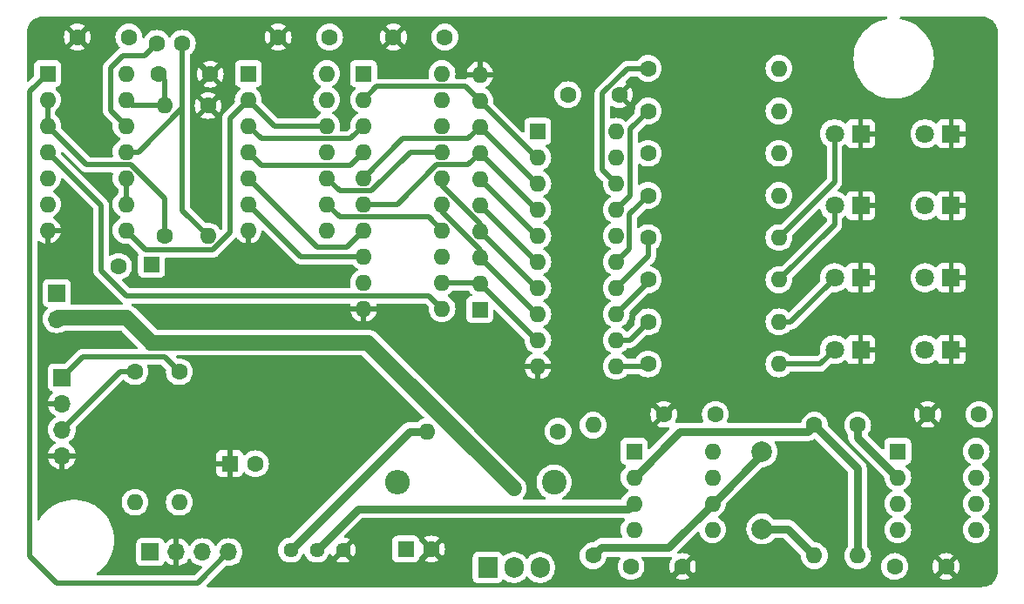
<source format=gbr>
%TF.GenerationSoftware,KiCad,Pcbnew,8.0.3*%
%TF.CreationDate,2024-12-27T16:28:35-08:00*%
%TF.ProjectId,enph259-servo,656e7068-3235-4392-9d73-6572766f2e6b,1*%
%TF.SameCoordinates,Original*%
%TF.FileFunction,Copper,L1,Top*%
%TF.FilePolarity,Positive*%
%FSLAX46Y46*%
G04 Gerber Fmt 4.6, Leading zero omitted, Abs format (unit mm)*
G04 Created by KiCad (PCBNEW 8.0.3) date 2024-12-27 16:28:35*
%MOMM*%
%LPD*%
G01*
G04 APERTURE LIST*
%TA.AperFunction,ComponentPad*%
%ADD10C,2.000000*%
%TD*%
%TA.AperFunction,ComponentPad*%
%ADD11R,1.905000X2.000000*%
%TD*%
%TA.AperFunction,ComponentPad*%
%ADD12O,1.905000X2.000000*%
%TD*%
%TA.AperFunction,ComponentPad*%
%ADD13R,1.600000X1.600000*%
%TD*%
%TA.AperFunction,ComponentPad*%
%ADD14C,1.600000*%
%TD*%
%TA.AperFunction,ComponentPad*%
%ADD15C,1.440000*%
%TD*%
%TA.AperFunction,ComponentPad*%
%ADD16O,1.600000X1.600000*%
%TD*%
%TA.AperFunction,ComponentPad*%
%ADD17R,1.800000X1.800000*%
%TD*%
%TA.AperFunction,ComponentPad*%
%ADD18C,1.800000*%
%TD*%
%TA.AperFunction,ComponentPad*%
%ADD19R,1.700000X1.700000*%
%TD*%
%TA.AperFunction,ComponentPad*%
%ADD20O,1.700000X1.700000*%
%TD*%
%TA.AperFunction,ComponentPad*%
%ADD21C,2.400000*%
%TD*%
%TA.AperFunction,ComponentPad*%
%ADD22O,2.400000X2.400000*%
%TD*%
%TA.AperFunction,ViaPad*%
%ADD23C,0.600000*%
%TD*%
%TA.AperFunction,Conductor*%
%ADD24C,0.500000*%
%TD*%
%TA.AperFunction,Conductor*%
%ADD25C,0.800000*%
%TD*%
%TA.AperFunction,Conductor*%
%ADD26C,1.500000*%
%TD*%
G04 APERTURE END LIST*
D10*
%TO.P,C7,1*%
%TO.N,Net-(C7-Pad1)*%
X125100000Y-81745000D03*
%TO.P,C7,2*%
%TO.N,Net-(C7-Pad2)*%
X125100000Y-74245000D03*
%TD*%
D11*
%TO.P,Q1,1,B*%
%TO.N,BJT control*%
X98460000Y-85500000D03*
D12*
%TO.P,Q1,2,C*%
%TO.N,Net-(D9-A)*%
X101000000Y-85500000D03*
%TO.P,Q1,3,E*%
%TO.N,Net-(Q1-E)*%
X103540000Y-85500000D03*
%TD*%
D13*
%TO.P,C11,1*%
%TO.N,+5V*%
X90500000Y-83700000D03*
D14*
%TO.P,C11,2*%
%TO.N,GND*%
X93000000Y-83700000D03*
%TD*%
D15*
%TO.P,RV1,1,1*%
%TO.N,GND*%
X84400000Y-83800000D03*
%TO.P,RV1,2,2*%
%TO.N,Setpoint*%
X81860000Y-83800000D03*
%TO.P,RV1,3,3*%
%TO.N,Net-(R14-Pad2)*%
X79320000Y-83800000D03*
%TD*%
D14*
%TO.P,C5,1*%
%TO.N,+5V*%
X120580000Y-70600000D03*
%TO.P,C5,2*%
%TO.N,GND*%
X115580000Y-70600000D03*
%TD*%
D13*
%TO.P,U4,1,A->B*%
%TO.N,+5V*%
X103330000Y-43060000D03*
D16*
%TO.P,U4,2,A0*%
%TO.N,Net-(U3-Q0)*%
X103330000Y-45600000D03*
%TO.P,U4,3,A1*%
%TO.N,Net-(U3-Q1)*%
X103330000Y-48140000D03*
%TO.P,U4,4,A2*%
%TO.N,Net-(U3-Q2)*%
X103330000Y-50680000D03*
%TO.P,U4,5,A3*%
%TO.N,Net-(U3-Q3)*%
X103330000Y-53220000D03*
%TO.P,U4,6,A4*%
%TO.N,Net-(U3-Q7)*%
X103330000Y-55760000D03*
%TO.P,U4,7,A5*%
%TO.N,Net-(U3-Q6)*%
X103330000Y-58300000D03*
%TO.P,U4,8,A6*%
%TO.N,Net-(U3-Q5)*%
X103330000Y-60840000D03*
%TO.P,U4,9,A7*%
%TO.N,Net-(U3-Q4)*%
X103330000Y-63380000D03*
%TO.P,U4,10,GND*%
%TO.N,GND*%
X103330000Y-65920000D03*
%TO.P,U4,11,B7*%
%TO.N,Net-(U4-B7)*%
X110950000Y-65920000D03*
%TO.P,U4,12,B6*%
%TO.N,Net-(U4-B6)*%
X110950000Y-63380000D03*
%TO.P,U4,13,B5*%
%TO.N,Net-(U4-B5)*%
X110950000Y-60840000D03*
%TO.P,U4,14,B4*%
%TO.N,Net-(U4-B4)*%
X110950000Y-58300000D03*
%TO.P,U4,15,B3*%
%TO.N,Net-(U4-B3)*%
X110950000Y-55760000D03*
%TO.P,U4,16,B2*%
%TO.N,Net-(U4-B2)*%
X110950000Y-53220000D03*
%TO.P,U4,17,B1*%
%TO.N,Net-(U4-B1)*%
X110950000Y-50680000D03*
%TO.P,U4,18,B0*%
%TO.N,Net-(U4-B0)*%
X110950000Y-48140000D03*
%TO.P,U4,19,CE*%
%TO.N,GND*%
X110950000Y-45600000D03*
%TO.P,U4,20,VCC*%
%TO.N,+5V*%
X110950000Y-43060000D03*
%TD*%
D14*
%TO.P,R1,1*%
%TO.N,Net-(R1-Pad1)*%
X67100000Y-53260000D03*
D16*
%TO.P,R1,2*%
%TO.N,Net-(C1-Pad1)*%
X67100000Y-40560000D03*
%TD*%
D14*
%TO.P,R14,1*%
%TO.N,+5V*%
X105300000Y-72250000D03*
D16*
%TO.P,R14,2*%
%TO.N,Net-(R14-Pad2)*%
X92600000Y-72250000D03*
%TD*%
D13*
%TO.P,C12,1*%
%TO.N,GND*%
X73400000Y-75400000D03*
D14*
%TO.P,C12,2*%
%TO.N,-5V*%
X75900000Y-75400000D03*
%TD*%
D17*
%TO.P,D6,1,K*%
%TO.N,GND*%
X134690000Y-50300000D03*
D18*
%TO.P,D6,2,A*%
%TO.N,Net-(D6-A)*%
X132150000Y-50300000D03*
%TD*%
D14*
%TO.P,C3,1*%
%TO.N,-5V*%
X138000000Y-85400000D03*
%TO.P,C3,2*%
%TO.N,GND*%
X143000000Y-85400000D03*
%TD*%
%TO.P,R6,1*%
%TO.N,Net-(U4-B2)*%
X114050000Y-45200000D03*
D16*
%TO.P,R6,2*%
%TO.N,Net-(D3-A)*%
X126750000Y-45200000D03*
%TD*%
D14*
%TO.P,R10,1*%
%TO.N,Net-(U4-B6)*%
X114050000Y-61600000D03*
D16*
%TO.P,R10,2*%
%TO.N,Net-(D7-A)*%
X126750000Y-61600000D03*
%TD*%
D13*
%TO.P,U6,1,NULL*%
%TO.N,unconnected-(U6-NULL-Pad1)*%
X112680000Y-74200000D03*
D16*
%TO.P,U6,2,-*%
%TO.N,Net-(U6--)*%
X112680000Y-76740000D03*
%TO.P,U6,3,+*%
%TO.N,Setpoint*%
X112680000Y-79280000D03*
%TO.P,U6,4,V-*%
%TO.N,-5V*%
X112680000Y-81820000D03*
%TO.P,U6,5,NULL*%
%TO.N,unconnected-(U6-NULL-Pad5)*%
X120300000Y-81820000D03*
%TO.P,U6,6*%
%TO.N,Net-(C7-Pad2)*%
X120300000Y-79280000D03*
%TO.P,U6,7,V+*%
%TO.N,+5V*%
X120300000Y-76740000D03*
%TO.P,U6,8,NC*%
%TO.N,unconnected-(U6-NC-Pad8)*%
X120300000Y-74200000D03*
%TD*%
D14*
%TO.P,R18,1*%
%TO.N,Net-(Q2-Pad3)*%
X64200000Y-66450000D03*
D16*
%TO.P,R18,2*%
%TO.N,+5V*%
X64200000Y-79150000D03*
%TD*%
D17*
%TO.P,D4,1,K*%
%TO.N,GND*%
X143490000Y-64300000D03*
D18*
%TO.P,D4,2,A*%
%TO.N,Net-(D4-A)*%
X140950000Y-64300000D03*
%TD*%
D14*
%TO.P,R13,1*%
%TO.N,Net-(U6--)*%
X130200000Y-71650000D03*
D16*
%TO.P,R13,2*%
%TO.N,Net-(C7-Pad1)*%
X130200000Y-84350000D03*
%TD*%
D14*
%TO.P,R2,1*%
%TO.N,GND*%
X71300000Y-40560000D03*
D16*
%TO.P,R2,2*%
%TO.N,Net-(C2-Pad2)*%
X71300000Y-53260000D03*
%TD*%
D14*
%TO.P,R12,1*%
%TO.N,Net-(U5--)*%
X134400000Y-71650000D03*
D16*
%TO.P,R12,2*%
%TO.N,Net-(U6--)*%
X134400000Y-84350000D03*
%TD*%
D14*
%TO.P,R8,1*%
%TO.N,Net-(U4-B4)*%
X114050000Y-53400000D03*
D16*
%TO.P,R8,2*%
%TO.N,Net-(D5-A)*%
X126750000Y-53400000D03*
%TD*%
D14*
%TO.P,R7,1*%
%TO.N,Net-(U4-B3)*%
X114050000Y-49300000D03*
D16*
%TO.P,R7,2*%
%TO.N,Net-(D4-A)*%
X126750000Y-49300000D03*
%TD*%
D14*
%TO.P,R17,1*%
%TO.N,Net-(Q2-Pad1)*%
X68500000Y-66450000D03*
D16*
%TO.P,R17,2*%
%TO.N,+5V*%
X68500000Y-79150000D03*
%TD*%
D13*
%TO.P,U2,1,CP*%
%TO.N,Clock*%
X75200000Y-37460000D03*
D16*
%TO.P,U2,2,MR*%
%TO.N,Reset*%
X75200000Y-40000000D03*
%TO.P,U2,3,Q0*%
%TO.N,Net-(U2A-Q0)*%
X75200000Y-42540000D03*
%TO.P,U2,4,Q1*%
%TO.N,Net-(U2A-Q1)*%
X75200000Y-45080000D03*
%TO.P,U2,5,Q2*%
%TO.N,Net-(U2A-Q2)*%
X75200000Y-47620000D03*
%TO.P,U2,6,Q3*%
%TO.N,Net-(U2A-Q3)*%
X75200000Y-50160000D03*
%TO.P,U2,7,GND*%
%TO.N,GND*%
X75200000Y-52700000D03*
%TO.P,U2,8,Q3*%
%TO.N,Net-(U2B-Q3)*%
X82820000Y-52700000D03*
%TO.P,U2,9,Q2*%
%TO.N,Net-(U2B-Q2)*%
X82820000Y-50160000D03*
%TO.P,U2,10,Q1*%
%TO.N,Net-(U2B-Q1)*%
X82820000Y-47620000D03*
%TO.P,U2,11,Q0*%
%TO.N,Net-(U2B-Q0)*%
X82820000Y-45080000D03*
%TO.P,U2,12,MR*%
%TO.N,Reset*%
X82820000Y-42540000D03*
%TO.P,U2,13,CP*%
%TO.N,Net-(U2A-Q3)*%
X82820000Y-40000000D03*
%TO.P,U2,14,VCC*%
%TO.N,+5V*%
X82820000Y-37460000D03*
%TD*%
D14*
%TO.P,C8,1*%
%TO.N,+5V*%
X94300000Y-33900000D03*
%TO.P,C8,2*%
%TO.N,GND*%
X89300000Y-33900000D03*
%TD*%
D19*
%TO.P,M1,1,+*%
%TO.N,+5V*%
X56600000Y-58800000D03*
D20*
%TO.P,M1,2,-*%
%TO.N,Net-(D9-A)*%
X56600000Y-61340000D03*
%TD*%
D17*
%TO.P,D1,1,K*%
%TO.N,GND*%
X143490000Y-43300000D03*
D18*
%TO.P,D1,2,A*%
%TO.N,Net-(D1-A)*%
X140950000Y-43300000D03*
%TD*%
D14*
%TO.P,R5,1*%
%TO.N,Net-(U4-B1)*%
X114050000Y-41100000D03*
D16*
%TO.P,R5,2*%
%TO.N,Net-(D2-A)*%
X126750000Y-41100000D03*
%TD*%
D13*
%TO.P,R3,1*%
%TO.N,Analog out*%
X97700000Y-60410000D03*
D16*
%TO.P,R3,2*%
%TO.N,Net-(U3-Q4)*%
X97700000Y-57870000D03*
%TO.P,R3,3*%
%TO.N,Net-(U3-Q5)*%
X97700000Y-55330000D03*
%TO.P,R3,4*%
%TO.N,Net-(U3-Q6)*%
X97700000Y-52790000D03*
%TO.P,R3,5*%
%TO.N,Net-(U3-Q7)*%
X97700000Y-50250000D03*
%TO.P,R3,6*%
%TO.N,Net-(U3-Q3)*%
X97700000Y-47710000D03*
%TO.P,R3,7*%
%TO.N,Net-(U3-Q2)*%
X97700000Y-45170000D03*
%TO.P,R3,8*%
%TO.N,Net-(U3-Q1)*%
X97700000Y-42630000D03*
%TO.P,R3,9*%
%TO.N,Net-(U3-Q0)*%
X97700000Y-40090000D03*
%TO.P,R3,10*%
%TO.N,GND*%
X97700000Y-37550000D03*
%TD*%
D14*
%TO.P,C10,1*%
%TO.N,+5V*%
X63600000Y-33900000D03*
%TO.P,C10,2*%
%TO.N,GND*%
X58600000Y-33900000D03*
%TD*%
D13*
%TO.P,U1,1*%
%TO.N,5 Hz*%
X55700000Y-37460000D03*
D16*
%TO.P,U1,2*%
%TO.N,Net-(R1-Pad1)*%
X55700000Y-40000000D03*
%TO.P,U1,3*%
X55700000Y-42540000D03*
%TO.P,U1,4*%
%TO.N,Latch*%
X55700000Y-45080000D03*
%TO.P,U1,5*%
%TO.N,Net-(Q2-Pad3)*%
X55700000Y-47620000D03*
%TO.P,U1,6*%
%TO.N,Clock*%
X55700000Y-50160000D03*
%TO.P,U1,7,GND*%
%TO.N,GND*%
X55700000Y-52700000D03*
%TO.P,U1,8*%
%TO.N,Reset*%
X63320000Y-52700000D03*
%TO.P,U1,9*%
%TO.N,Net-(U1-Pad10)*%
X63320000Y-50160000D03*
%TO.P,U1,10*%
X63320000Y-47620000D03*
%TO.P,U1,11*%
%TO.N,Net-(C2-Pad2)*%
X63320000Y-45080000D03*
%TO.P,U1,12*%
%TO.N,Net-(C2-Pad1)*%
X63320000Y-42540000D03*
%TO.P,U1,13*%
%TO.N,Net-(C1-Pad1)*%
X63320000Y-40000000D03*
%TO.P,U1,14,VCC*%
%TO.N,+5V*%
X63320000Y-37460000D03*
%TD*%
D19*
%TO.P,J1,1,Pin_1*%
%TO.N,+5V*%
X65680000Y-84000000D03*
D20*
%TO.P,J1,2,Pin_2*%
%TO.N,GND*%
X68220000Y-84000000D03*
%TO.P,J1,3,Pin_3*%
%TO.N,-5V*%
X70760000Y-84000000D03*
%TO.P,J1,4,Pin_4*%
%TO.N,5 Hz*%
X73300000Y-84000000D03*
%TD*%
D14*
%TO.P,C4,1*%
%TO.N,+5V*%
X146200000Y-70600000D03*
%TO.P,C4,2*%
%TO.N,GND*%
X141200000Y-70600000D03*
%TD*%
%TO.P,R15,1*%
%TO.N,Net-(C7-Pad2)*%
X108700000Y-84350000D03*
D16*
%TO.P,R15,2*%
%TO.N,BJT control*%
X108700000Y-71650000D03*
%TD*%
D13*
%TO.P,D9,1,K*%
%TO.N,+5V*%
X65800000Y-55990000D03*
D16*
%TO.P,D9,2,A*%
%TO.N,Net-(D9-A)*%
X65800000Y-63610000D03*
%TD*%
D14*
%TO.P,C9,1*%
%TO.N,+5V*%
X83100000Y-33900000D03*
%TO.P,C9,2*%
%TO.N,GND*%
X78100000Y-33900000D03*
%TD*%
%TO.P,C2,1*%
%TO.N,Net-(C2-Pad1)*%
X66300000Y-34500000D03*
%TO.P,C2,2*%
%TO.N,Net-(C2-Pad2)*%
X68800000Y-34500000D03*
%TD*%
D17*
%TO.P,D8,1,K*%
%TO.N,GND*%
X134690000Y-64300000D03*
D18*
%TO.P,D8,2,A*%
%TO.N,Net-(D8-A)*%
X132150000Y-64300000D03*
%TD*%
D21*
%TO.P,R16,1*%
%TO.N,Net-(Q1-E)*%
X104900000Y-77200000D03*
D22*
%TO.P,R16,2*%
%TO.N,-5V*%
X89660000Y-77200000D03*
%TD*%
D14*
%TO.P,C14,1*%
%TO.N,GND*%
X111250000Y-39500000D03*
%TO.P,C14,2*%
%TO.N,+5V*%
X106250000Y-39500000D03*
%TD*%
D17*
%TO.P,D3,1,K*%
%TO.N,GND*%
X143490000Y-57300000D03*
D18*
%TO.P,D3,2,A*%
%TO.N,Net-(D3-A)*%
X140950000Y-57300000D03*
%TD*%
D17*
%TO.P,D7,1,K*%
%TO.N,GND*%
X134690000Y-57300000D03*
D18*
%TO.P,D7,2,A*%
%TO.N,Net-(D7-A)*%
X132150000Y-57300000D03*
%TD*%
D17*
%TO.P,D2,1,K*%
%TO.N,GND*%
X143490000Y-50300000D03*
D18*
%TO.P,D2,2,A*%
%TO.N,Net-(D2-A)*%
X140950000Y-50300000D03*
%TD*%
D14*
%TO.P,R11,1*%
%TO.N,Net-(U4-B7)*%
X114050000Y-65700000D03*
D16*
%TO.P,R11,2*%
%TO.N,Net-(D8-A)*%
X126750000Y-65700000D03*
%TD*%
D14*
%TO.P,C1,1*%
%TO.N,Net-(C1-Pad1)*%
X66500000Y-37500000D03*
%TO.P,C1,2*%
%TO.N,GND*%
X71500000Y-37500000D03*
%TD*%
%TO.P,R4,1*%
%TO.N,Net-(U4-B0)*%
X114050000Y-36950000D03*
D16*
%TO.P,R4,2*%
%TO.N,Net-(D1-A)*%
X126750000Y-36950000D03*
%TD*%
D13*
%TO.P,U5,1,NULL*%
%TO.N,unconnected-(U5-NULL-Pad1)*%
X138300000Y-74200000D03*
D16*
%TO.P,U5,2,-*%
%TO.N,Net-(U5--)*%
X138300000Y-76740000D03*
%TO.P,U5,3,+*%
%TO.N,Analog out*%
X138300000Y-79280000D03*
%TO.P,U5,4,V-*%
%TO.N,-5V*%
X138300000Y-81820000D03*
%TO.P,U5,5,NULL*%
%TO.N,unconnected-(U5-NULL-Pad5)*%
X145920000Y-81820000D03*
%TO.P,U5,6*%
%TO.N,Net-(U5--)*%
X145920000Y-79280000D03*
%TO.P,U5,7,V+*%
%TO.N,+5V*%
X145920000Y-76740000D03*
%TO.P,U5,8,NC*%
%TO.N,unconnected-(U5-NC-Pad8)*%
X145920000Y-74200000D03*
%TD*%
D14*
%TO.P,C6,1*%
%TO.N,-5V*%
X112380000Y-85400000D03*
%TO.P,C6,2*%
%TO.N,GND*%
X117380000Y-85400000D03*
%TD*%
%TO.P,C13,1*%
%TO.N,Net-(D9-A)*%
X62600000Y-61200000D03*
%TO.P,C13,2*%
%TO.N,+5V*%
X62600000Y-56200000D03*
%TD*%
%TO.P,R9,1*%
%TO.N,Net-(U4-B5)*%
X114050000Y-57500000D03*
D16*
%TO.P,R9,2*%
%TO.N,Net-(D6-A)*%
X126750000Y-57500000D03*
%TD*%
D17*
%TO.P,D5,1,K*%
%TO.N,GND*%
X134690000Y-43300000D03*
D18*
%TO.P,D5,2,A*%
%TO.N,Net-(D5-A)*%
X132150000Y-43300000D03*
%TD*%
D13*
%TO.P,U3,1,~{Mr}*%
%TO.N,+5V*%
X86400000Y-37460000D03*
D16*
%TO.P,U3,2,Q0*%
%TO.N,Net-(U3-Q0)*%
X86400000Y-40000000D03*
%TO.P,U3,3,D0*%
%TO.N,Net-(U2A-Q0)*%
X86400000Y-42540000D03*
%TO.P,U3,4,D1*%
%TO.N,Net-(U2A-Q1)*%
X86400000Y-45080000D03*
%TO.P,U3,5,Q1*%
%TO.N,Net-(U3-Q1)*%
X86400000Y-47620000D03*
%TO.P,U3,6,Q2*%
%TO.N,Net-(U3-Q2)*%
X86400000Y-50160000D03*
%TO.P,U3,7,D2*%
%TO.N,Net-(U2A-Q2)*%
X86400000Y-52700000D03*
%TO.P,U3,8,D3*%
%TO.N,Net-(U2A-Q3)*%
X86400000Y-55240000D03*
%TO.P,U3,9,Q3*%
%TO.N,Net-(U3-Q3)*%
X86400000Y-57780000D03*
%TO.P,U3,10,GND*%
%TO.N,GND*%
X86400000Y-60320000D03*
%TO.P,U3,11,Cp*%
%TO.N,Latch*%
X94020000Y-60320000D03*
%TO.P,U3,12,Q4*%
%TO.N,Net-(U3-Q4)*%
X94020000Y-57780000D03*
%TO.P,U3,13,D4*%
%TO.N,Net-(U2B-Q3)*%
X94020000Y-55240000D03*
%TO.P,U3,14,D5*%
%TO.N,Net-(U2B-Q2)*%
X94020000Y-52700000D03*
%TO.P,U3,15,Q5*%
%TO.N,Net-(U3-Q5)*%
X94020000Y-50160000D03*
%TO.P,U3,16,Q6*%
%TO.N,Net-(U3-Q6)*%
X94020000Y-47620000D03*
%TO.P,U3,17,D6*%
%TO.N,Net-(U2B-Q1)*%
X94020000Y-45080000D03*
%TO.P,U3,18,D7*%
%TO.N,Net-(U2B-Q0)*%
X94020000Y-42540000D03*
%TO.P,U3,19,Q7*%
%TO.N,Net-(U3-Q7)*%
X94020000Y-40000000D03*
%TO.P,U3,20,VCC*%
%TO.N,+5V*%
X94020000Y-37460000D03*
%TD*%
D19*
%TO.P,Q2,1,1*%
%TO.N,Net-(Q2-Pad1)*%
X57100000Y-67000000D03*
D20*
%TO.P,Q2,2,2*%
%TO.N,GND*%
X57100000Y-69540000D03*
%TO.P,Q2,3,3*%
%TO.N,Net-(Q2-Pad3)*%
X57100000Y-72080000D03*
%TO.P,Q2,4,4*%
%TO.N,GND*%
X57100000Y-74620000D03*
%TD*%
D23*
%TO.N,Net-(D9-A)*%
X101000000Y-77800000D03*
%TD*%
D24*
%TO.N,Net-(C1-Pad1)*%
X67100000Y-38100000D02*
X66500000Y-37500000D01*
X63880000Y-40560000D02*
X63320000Y-40000000D01*
X67100000Y-40560000D02*
X67100000Y-38100000D01*
X67100000Y-40560000D02*
X63880000Y-40560000D01*
%TO.N,Net-(C2-Pad1)*%
X65100000Y-35700000D02*
X63000000Y-35700000D01*
X61800000Y-41020000D02*
X63320000Y-42540000D01*
X63000000Y-35700000D02*
X61800000Y-36900000D01*
X61800000Y-36900000D02*
X61800000Y-41020000D01*
X66300000Y-34500000D02*
X65100000Y-35700000D01*
%TO.N,Net-(C2-Pad2)*%
X64520000Y-45080000D02*
X63320000Y-45080000D01*
X68800000Y-40800000D02*
X64520000Y-45080000D01*
X68800000Y-34500000D02*
X68800000Y-40800000D01*
X68800000Y-50760000D02*
X68800000Y-34500000D01*
X71300000Y-53260000D02*
X68800000Y-50760000D01*
D25*
%TO.N,Net-(C7-Pad2)*%
X116029999Y-83550001D02*
X120300000Y-79280000D01*
X125100000Y-74245000D02*
X125100000Y-74480000D01*
X125100000Y-74480000D02*
X120300000Y-79280000D01*
X109499999Y-83550001D02*
X116029999Y-83550001D01*
X108700000Y-84350000D02*
X109499999Y-83550001D01*
%TO.N,Net-(C7-Pad1)*%
X125100000Y-81745000D02*
X127595000Y-81745000D01*
X127595000Y-81745000D02*
X130200000Y-84350000D01*
D26*
%TO.N,Net-(D9-A)*%
X56740000Y-61200000D02*
X56600000Y-61340000D01*
X63390000Y-61200000D02*
X65800000Y-63610000D01*
X62600000Y-61200000D02*
X63390000Y-61200000D01*
X62600000Y-61200000D02*
X56740000Y-61200000D01*
X86810000Y-63610000D02*
X101000000Y-77800000D01*
X65800000Y-63610000D02*
X86810000Y-63610000D01*
D24*
%TO.N,Net-(D5-A)*%
X132150000Y-48000000D02*
X132150000Y-43300000D01*
X126750000Y-53400000D02*
X132150000Y-48000000D01*
%TO.N,Net-(D6-A)*%
X126750000Y-57500000D02*
X126800000Y-57500000D01*
X126800000Y-57500000D02*
X132150000Y-52150000D01*
X132150000Y-52150000D02*
X132150000Y-50300000D01*
%TO.N,Net-(D7-A)*%
X127900000Y-61600000D02*
X132150000Y-57350000D01*
X132150000Y-57350000D02*
X132150000Y-57300000D01*
X126750000Y-61600000D02*
X127900000Y-61600000D01*
%TO.N,Net-(D8-A)*%
X130750000Y-65700000D02*
X132150000Y-64300000D01*
X126750000Y-65700000D02*
X130750000Y-65700000D01*
%TO.N,Net-(Q2-Pad1)*%
X67050000Y-65000000D02*
X68500000Y-66450000D01*
X57100000Y-67000000D02*
X59100000Y-65000000D01*
X59100000Y-65000000D02*
X67050000Y-65000000D01*
%TO.N,Net-(Q2-Pad3)*%
X64200000Y-66450000D02*
X62730000Y-66450000D01*
X62730000Y-66450000D02*
X57100000Y-72080000D01*
%TO.N,Net-(R1-Pad1)*%
X63797767Y-46330000D02*
X59490000Y-46330000D01*
X67100000Y-49632233D02*
X63797767Y-46330000D01*
X55700000Y-40000000D02*
X55700000Y-42540000D01*
X59490000Y-46330000D02*
X55700000Y-42540000D01*
X67100000Y-53260000D02*
X67100000Y-49632233D01*
%TO.N,Net-(U3-Q7)*%
X103210000Y-55760000D02*
X103330000Y-55760000D01*
X97700000Y-50250000D02*
X103210000Y-55760000D01*
%TO.N,Net-(U3-Q5)*%
X94020000Y-50160000D02*
X94020000Y-50877767D01*
X103210000Y-60840000D02*
X103330000Y-60840000D01*
X97700000Y-54557767D02*
X97700000Y-55330000D01*
X94020000Y-50877767D02*
X97700000Y-54557767D01*
X97700000Y-55330000D02*
X103210000Y-60840000D01*
%TO.N,Net-(U3-Q3)*%
X97700000Y-47710000D02*
X103210000Y-53220000D01*
X103210000Y-53220000D02*
X103330000Y-53220000D01*
%TO.N,Net-(U3-Q4)*%
X97610000Y-57780000D02*
X97700000Y-57870000D01*
X94020000Y-57780000D02*
X97610000Y-57780000D01*
X103210000Y-63380000D02*
X103330000Y-63380000D01*
X97700000Y-57870000D02*
X103210000Y-63380000D01*
%TO.N,Net-(U3-Q6)*%
X97700000Y-52790000D02*
X103210000Y-58300000D01*
X97700000Y-52017767D02*
X97700000Y-52790000D01*
X103210000Y-58300000D02*
X103330000Y-58300000D01*
X94020000Y-47620000D02*
X94020000Y-48337767D01*
X94020000Y-48337767D02*
X97700000Y-52017767D01*
%TO.N,Net-(U3-Q2)*%
X96540000Y-46330000D02*
X97700000Y-45170000D01*
X103210000Y-50680000D02*
X103330000Y-50680000D01*
X97700000Y-45170000D02*
X103210000Y-50680000D01*
X89672233Y-50160000D02*
X93502233Y-46330000D01*
X93502233Y-46330000D02*
X96540000Y-46330000D01*
X86400000Y-50160000D02*
X89672233Y-50160000D01*
%TO.N,Net-(U3-Q1)*%
X86400000Y-47620000D02*
X90230000Y-43790000D01*
X96540000Y-43790000D02*
X97700000Y-42630000D01*
X103210000Y-48140000D02*
X103330000Y-48140000D01*
X90230000Y-43790000D02*
X96540000Y-43790000D01*
X97700000Y-42630000D02*
X103210000Y-48140000D01*
%TO.N,Net-(U3-Q0)*%
X86400000Y-40000000D02*
X87690000Y-38710000D01*
X103210000Y-45600000D02*
X103330000Y-45600000D01*
X87690000Y-38710000D02*
X96320000Y-38710000D01*
X97700000Y-40090000D02*
X103210000Y-45600000D01*
X96320000Y-38710000D02*
X97700000Y-40090000D01*
%TO.N,Net-(U4-B0)*%
X112032233Y-36950000D02*
X114050000Y-36950000D01*
X110950000Y-48140000D02*
X109600000Y-46790000D01*
X109600000Y-39382233D02*
X112032233Y-36950000D01*
X109600000Y-46790000D02*
X109600000Y-39382233D01*
%TO.N,Net-(U4-B1)*%
X110950000Y-50680000D02*
X112300000Y-49330000D01*
X112300000Y-42850000D02*
X114050000Y-41100000D01*
X112300000Y-49330000D02*
X112300000Y-42850000D01*
%TO.N,Net-(U4-B3)*%
X112200000Y-54510000D02*
X112200000Y-51150000D01*
X110950000Y-55760000D02*
X112200000Y-54510000D01*
X112200000Y-51150000D02*
X114050000Y-49300000D01*
%TO.N,Net-(U4-B4)*%
X110950000Y-58300000D02*
X114050000Y-55200000D01*
X114050000Y-55200000D02*
X114050000Y-53400000D01*
%TO.N,Net-(U4-B5)*%
X110960000Y-60840000D02*
X114050000Y-57750000D01*
X110950000Y-60840000D02*
X110960000Y-60840000D01*
X114050000Y-57750000D02*
X114050000Y-57500000D01*
%TO.N,Net-(U4-B6)*%
X112270000Y-63380000D02*
X114050000Y-61600000D01*
X110950000Y-63380000D02*
X112270000Y-63380000D01*
%TO.N,Net-(U4-B7)*%
X110950000Y-65920000D02*
X113830000Y-65920000D01*
X113830000Y-65920000D02*
X114050000Y-65700000D01*
D25*
%TO.N,Net-(U5--)*%
X134400000Y-72840000D02*
X138300000Y-76740000D01*
X134400000Y-71650000D02*
X134400000Y-72840000D01*
%TO.N,Net-(U6--)*%
X112680000Y-76740000D02*
X117120000Y-72300000D01*
X134400000Y-75850000D02*
X130200000Y-71650000D01*
X134400000Y-84350000D02*
X134400000Y-75850000D01*
X117120000Y-72300000D02*
X129550000Y-72300000D01*
X129550000Y-72300000D02*
X130200000Y-71650000D01*
%TO.N,Net-(R14-Pad2)*%
X90870000Y-72250000D02*
X79320000Y-83800000D01*
X92600000Y-72250000D02*
X90870000Y-72250000D01*
%TO.N,Setpoint*%
X112160000Y-79800000D02*
X85860000Y-79800000D01*
X112680000Y-79280000D02*
X112160000Y-79800000D01*
X85860000Y-79800000D02*
X81860000Y-83800000D01*
D24*
%TO.N,5 Hz*%
X70300000Y-87000000D02*
X73300000Y-84000000D01*
X56592572Y-87000000D02*
X70300000Y-87000000D01*
X53950000Y-39210000D02*
X53950000Y-84357428D01*
X55700000Y-37460000D02*
X53950000Y-39210000D01*
X53950000Y-84357428D02*
X56592572Y-87000000D01*
%TO.N,Net-(U1-Pad10)*%
X63320000Y-47620000D02*
X63320000Y-50160000D01*
%TO.N,Reset*%
X63320000Y-52700000D02*
X65220000Y-54600000D01*
X73400000Y-41800000D02*
X75200000Y-40000000D01*
X82820000Y-42540000D02*
X77740000Y-42540000D01*
X77740000Y-42540000D02*
X75200000Y-40000000D01*
X73400000Y-52927767D02*
X73400000Y-41800000D01*
X65220000Y-54600000D02*
X71727767Y-54600000D01*
X71727767Y-54600000D02*
X73400000Y-52927767D01*
%TO.N,Latch*%
X92770000Y-59070000D02*
X63370000Y-59070000D01*
X60900000Y-50280000D02*
X55700000Y-45080000D01*
X60900000Y-56600000D02*
X60900000Y-50280000D01*
X63370000Y-59070000D02*
X60900000Y-56600000D01*
X94020000Y-60320000D02*
X92770000Y-59070000D01*
%TO.N,Net-(U2A-Q3)*%
X75200000Y-50160000D02*
X80280000Y-55240000D01*
X80280000Y-55240000D02*
X86400000Y-55240000D01*
%TO.N,Net-(U2A-Q1)*%
X85110000Y-46370000D02*
X86400000Y-45080000D01*
X76490000Y-46370000D02*
X85110000Y-46370000D01*
X75200000Y-45080000D02*
X76490000Y-46370000D01*
%TO.N,Net-(U2A-Q2)*%
X84800000Y-54300000D02*
X86400000Y-52700000D01*
X81880000Y-54300000D02*
X84800000Y-54300000D01*
X75200000Y-47620000D02*
X81880000Y-54300000D01*
%TO.N,Net-(U2A-Q0)*%
X75200000Y-42540000D02*
X76450000Y-43790000D01*
X85150000Y-43790000D02*
X86400000Y-42540000D01*
X76450000Y-43790000D02*
X85150000Y-43790000D01*
%TO.N,Net-(U2B-Q1)*%
X82820000Y-47620000D02*
X84070000Y-48870000D01*
X87130000Y-48870000D02*
X90920000Y-45080000D01*
X84070000Y-48870000D02*
X87130000Y-48870000D01*
X90920000Y-45080000D02*
X94020000Y-45080000D01*
%TO.N,Net-(U2B-Q2)*%
X82820000Y-50160000D02*
X84070000Y-51410000D01*
X92730000Y-51410000D02*
X94020000Y-52700000D01*
X84070000Y-51410000D02*
X92730000Y-51410000D01*
%TD*%
%TA.AperFunction,Conductor*%
%TO.N,GND*%
G36*
X137250183Y-31920185D02*
G01*
X137295938Y-31972989D01*
X137305882Y-32042147D01*
X137276857Y-32105703D01*
X137218079Y-32143477D01*
X137208114Y-32145959D01*
X136938620Y-32201341D01*
X136921068Y-32204949D01*
X136921062Y-32204950D01*
X136543610Y-32323377D01*
X136543589Y-32323385D01*
X136180035Y-32479398D01*
X135834128Y-32671392D01*
X135834123Y-32671395D01*
X135509409Y-32897402D01*
X135209231Y-33155097D01*
X134936655Y-33441847D01*
X134694501Y-33754686D01*
X134485227Y-34090433D01*
X134311001Y-34445615D01*
X134310995Y-34445630D01*
X134173599Y-34816610D01*
X134074432Y-35199616D01*
X134014524Y-35590672D01*
X133994487Y-35985786D01*
X134014524Y-36380899D01*
X134074432Y-36771955D01*
X134074433Y-36771960D01*
X134093995Y-36847512D01*
X134173599Y-37154961D01*
X134310995Y-37525941D01*
X134311001Y-37525956D01*
X134485227Y-37881138D01*
X134528179Y-37950047D01*
X134694498Y-38216881D01*
X134694500Y-38216884D01*
X134694501Y-38216885D01*
X134915454Y-38502335D01*
X134936660Y-38529730D01*
X135179445Y-38785139D01*
X135209231Y-38816474D01*
X135509409Y-39074169D01*
X135509412Y-39074171D01*
X135834124Y-39300177D01*
X136180035Y-39492173D01*
X136543595Y-39648189D01*
X136543605Y-39648192D01*
X136543610Y-39648194D01*
X136921062Y-39766621D01*
X136921065Y-39766621D01*
X136921073Y-39766624D01*
X137308597Y-39846262D01*
X137623470Y-39878281D01*
X137702188Y-39886286D01*
X137702189Y-39886286D01*
X138097812Y-39886286D01*
X138163409Y-39879615D01*
X138491403Y-39846262D01*
X138878927Y-39766624D01*
X138910803Y-39756623D01*
X139256389Y-39648194D01*
X139256388Y-39648194D01*
X139256405Y-39648189D01*
X139619965Y-39492173D01*
X139965876Y-39300177D01*
X140290588Y-39074171D01*
X140590769Y-38816474D01*
X140863340Y-38529730D01*
X141105502Y-38216881D01*
X141314772Y-37881139D01*
X141489002Y-37525948D01*
X141626403Y-37154953D01*
X141725567Y-36771960D01*
X141785475Y-36380900D01*
X141805513Y-35985786D01*
X141785475Y-35590672D01*
X141725567Y-35199612D01*
X141626403Y-34816619D01*
X141623156Y-34807853D01*
X141528576Y-34552478D01*
X141489002Y-34445624D01*
X141484182Y-34435798D01*
X141314772Y-34090433D01*
X141291753Y-34053502D01*
X141105502Y-33754691D01*
X140929457Y-33527259D01*
X140863344Y-33441847D01*
X140863343Y-33441846D01*
X140863340Y-33441842D01*
X140590769Y-33155098D01*
X140561925Y-33130336D01*
X140290590Y-32897402D01*
X139965876Y-32671395D01*
X139965871Y-32671392D01*
X139619964Y-32479398D01*
X139256410Y-32323385D01*
X139256389Y-32323377D01*
X138878937Y-32204950D01*
X138878931Y-32204949D01*
X138878928Y-32204948D01*
X138878927Y-32204948D01*
X138591893Y-32145961D01*
X138530190Y-32113185D01*
X138496001Y-32052252D01*
X138500183Y-31982507D01*
X138541407Y-31926095D01*
X138606586Y-31900926D01*
X138616856Y-31900500D01*
X146434108Y-31900500D01*
X146495572Y-31900500D01*
X146504418Y-31900816D01*
X146704561Y-31915130D01*
X146722063Y-31917647D01*
X146913797Y-31959355D01*
X146930755Y-31964334D01*
X147114609Y-32032909D01*
X147130701Y-32040259D01*
X147302904Y-32134288D01*
X147317784Y-32143849D01*
X147399403Y-32204949D01*
X147474867Y-32261441D01*
X147488237Y-32273027D01*
X147626972Y-32411762D01*
X147638558Y-32425132D01*
X147756146Y-32582210D01*
X147765711Y-32597095D01*
X147859740Y-32769298D01*
X147867090Y-32785390D01*
X147935662Y-32969236D01*
X147940646Y-32986212D01*
X147982351Y-33177931D01*
X147984869Y-33195442D01*
X147999184Y-33395580D01*
X147999500Y-33404427D01*
X147999500Y-85895572D01*
X147999184Y-85904419D01*
X147984869Y-86104557D01*
X147982351Y-86122068D01*
X147940646Y-86313787D01*
X147935662Y-86330763D01*
X147867090Y-86514609D01*
X147859740Y-86530701D01*
X147765711Y-86702904D01*
X147756146Y-86717789D01*
X147638558Y-86874867D01*
X147626972Y-86888237D01*
X147488237Y-87026972D01*
X147474867Y-87038558D01*
X147317789Y-87156146D01*
X147302904Y-87165711D01*
X147130701Y-87259740D01*
X147114609Y-87267090D01*
X146930763Y-87335662D01*
X146913787Y-87340646D01*
X146722068Y-87382351D01*
X146704557Y-87384869D01*
X146523779Y-87397799D01*
X146504417Y-87399184D01*
X146495572Y-87399500D01*
X71261230Y-87399500D01*
X71194191Y-87379815D01*
X71148436Y-87327011D01*
X71138492Y-87257853D01*
X71167517Y-87194297D01*
X71173549Y-87187819D01*
X71473131Y-86888237D01*
X72988498Y-85372867D01*
X73049819Y-85339384D01*
X73086983Y-85337022D01*
X73188674Y-85345919D01*
X73299999Y-85355659D01*
X73300000Y-85355659D01*
X73300001Y-85355659D01*
X73358966Y-85350500D01*
X73535408Y-85335063D01*
X73763663Y-85273903D01*
X73977830Y-85174035D01*
X74171401Y-85038495D01*
X74338495Y-84871401D01*
X74474035Y-84677830D01*
X74573903Y-84463663D01*
X74635063Y-84235408D01*
X74655659Y-84000000D01*
X74635063Y-83764592D01*
X74573903Y-83536337D01*
X74474035Y-83322171D01*
X74468731Y-83314595D01*
X74338494Y-83128597D01*
X74171402Y-82961506D01*
X74171395Y-82961501D01*
X74168544Y-82959505D01*
X74094518Y-82907671D01*
X73977834Y-82825967D01*
X73977830Y-82825965D01*
X73965139Y-82820047D01*
X73763663Y-82726097D01*
X73763659Y-82726096D01*
X73763655Y-82726094D01*
X73535413Y-82664938D01*
X73535403Y-82664936D01*
X73300001Y-82644341D01*
X73299999Y-82644341D01*
X73064596Y-82664936D01*
X73064586Y-82664938D01*
X72836344Y-82726094D01*
X72836335Y-82726098D01*
X72622171Y-82825964D01*
X72622169Y-82825965D01*
X72428597Y-82961505D01*
X72261505Y-83128597D01*
X72131575Y-83314158D01*
X72076998Y-83357783D01*
X72007500Y-83364977D01*
X71945145Y-83333454D01*
X71928425Y-83314158D01*
X71798494Y-83128597D01*
X71631402Y-82961506D01*
X71631395Y-82961501D01*
X71628544Y-82959505D01*
X71554518Y-82907671D01*
X71437834Y-82825967D01*
X71437830Y-82825965D01*
X71425139Y-82820047D01*
X71223663Y-82726097D01*
X71223659Y-82726096D01*
X71223655Y-82726094D01*
X70995413Y-82664938D01*
X70995403Y-82664936D01*
X70760001Y-82644341D01*
X70759999Y-82644341D01*
X70524596Y-82664936D01*
X70524586Y-82664938D01*
X70296344Y-82726094D01*
X70296335Y-82726098D01*
X70082171Y-82825964D01*
X70082169Y-82825965D01*
X69888597Y-82961505D01*
X69721508Y-83128594D01*
X69591269Y-83314595D01*
X69536692Y-83358219D01*
X69467193Y-83365412D01*
X69404839Y-83333890D01*
X69388119Y-83314594D01*
X69258113Y-83128926D01*
X69258108Y-83128920D01*
X69091082Y-82961894D01*
X68897578Y-82826399D01*
X68683492Y-82726570D01*
X68683486Y-82726567D01*
X68470000Y-82669364D01*
X68470000Y-83566988D01*
X68412993Y-83534075D01*
X68285826Y-83500000D01*
X68154174Y-83500000D01*
X68027007Y-83534075D01*
X67970000Y-83566988D01*
X67970000Y-82669364D01*
X67969999Y-82669364D01*
X67756513Y-82726567D01*
X67756507Y-82726570D01*
X67542422Y-82826399D01*
X67542420Y-82826400D01*
X67348926Y-82961886D01*
X67226865Y-83083947D01*
X67165542Y-83117431D01*
X67095850Y-83112447D01*
X67039917Y-83070575D01*
X67023002Y-83039598D01*
X67011796Y-83009554D01*
X66973796Y-82907669D01*
X66973795Y-82907668D01*
X66973793Y-82907664D01*
X66887547Y-82792455D01*
X66887544Y-82792452D01*
X66772335Y-82706206D01*
X66772328Y-82706202D01*
X66637482Y-82655908D01*
X66637483Y-82655908D01*
X66577883Y-82649501D01*
X66577881Y-82649500D01*
X66577873Y-82649500D01*
X66577864Y-82649500D01*
X64782129Y-82649500D01*
X64782123Y-82649501D01*
X64722516Y-82655908D01*
X64587671Y-82706202D01*
X64587664Y-82706206D01*
X64472455Y-82792452D01*
X64472452Y-82792455D01*
X64386206Y-82907664D01*
X64386202Y-82907671D01*
X64335908Y-83042517D01*
X64329501Y-83102116D01*
X64329500Y-83102135D01*
X64329500Y-84897870D01*
X64329501Y-84897876D01*
X64335908Y-84957483D01*
X64386202Y-85092328D01*
X64386206Y-85092335D01*
X64472452Y-85207544D01*
X64472455Y-85207547D01*
X64587664Y-85293793D01*
X64587671Y-85293797D01*
X64722517Y-85344091D01*
X64722516Y-85344091D01*
X64729444Y-85344835D01*
X64782127Y-85350500D01*
X66577872Y-85350499D01*
X66637483Y-85344091D01*
X66772331Y-85293796D01*
X66887546Y-85207546D01*
X66973796Y-85092331D01*
X67023002Y-84960401D01*
X67064872Y-84904468D01*
X67130337Y-84880050D01*
X67198610Y-84894901D01*
X67226865Y-84916053D01*
X67348917Y-85038105D01*
X67542421Y-85173600D01*
X67756507Y-85273429D01*
X67756516Y-85273433D01*
X67970000Y-85330634D01*
X67970000Y-84433012D01*
X68027007Y-84465925D01*
X68154174Y-84500000D01*
X68285826Y-84500000D01*
X68412993Y-84465925D01*
X68470000Y-84433012D01*
X68470000Y-85330633D01*
X68683483Y-85273433D01*
X68683492Y-85273429D01*
X68897578Y-85173600D01*
X69091082Y-85038105D01*
X69258105Y-84871082D01*
X69388119Y-84685405D01*
X69442696Y-84641781D01*
X69512195Y-84634588D01*
X69574549Y-84666110D01*
X69591269Y-84685405D01*
X69721505Y-84871401D01*
X69888599Y-85038495D01*
X69985384Y-85106265D01*
X70082165Y-85174032D01*
X70082167Y-85174033D01*
X70082170Y-85174035D01*
X70296337Y-85273903D01*
X70524592Y-85335063D01*
X70608173Y-85342375D01*
X70673241Y-85367827D01*
X70714220Y-85424418D01*
X70718098Y-85494180D01*
X70685046Y-85553584D01*
X70025451Y-86213181D01*
X69964128Y-86246666D01*
X69937770Y-86249500D01*
X60573184Y-86249500D01*
X60506145Y-86229815D01*
X60460390Y-86177011D01*
X60450446Y-86107853D01*
X60479471Y-86044297D01*
X60502347Y-86023725D01*
X60676374Y-85902599D01*
X60976555Y-85644902D01*
X61249126Y-85358158D01*
X61491288Y-85045309D01*
X61700558Y-84709567D01*
X61874788Y-84354376D01*
X62012189Y-83983381D01*
X62111353Y-83600388D01*
X62171261Y-83209328D01*
X62191299Y-82814214D01*
X62171261Y-82419100D01*
X62111353Y-82028040D01*
X62012189Y-81645047D01*
X61957423Y-81497175D01*
X61874790Y-81274058D01*
X61874784Y-81274043D01*
X61700558Y-80918861D01*
X61675778Y-80879105D01*
X61491288Y-80583119D01*
X61257097Y-80280568D01*
X61249130Y-80270275D01*
X61249129Y-80270274D01*
X61249126Y-80270270D01*
X60976555Y-79983526D01*
X60947711Y-79958764D01*
X60676376Y-79725830D01*
X60351662Y-79499823D01*
X60351657Y-79499820D01*
X60005750Y-79307826D01*
X59642196Y-79151813D01*
X59642175Y-79151805D01*
X59636416Y-79149998D01*
X62894532Y-79149998D01*
X62894532Y-79150001D01*
X62914364Y-79376686D01*
X62914366Y-79376697D01*
X62973258Y-79596488D01*
X62973261Y-79596497D01*
X63069431Y-79802732D01*
X63069432Y-79802734D01*
X63199954Y-79989141D01*
X63360858Y-80150045D01*
X63360861Y-80150047D01*
X63547266Y-80280568D01*
X63753504Y-80376739D01*
X63973308Y-80435635D01*
X64135230Y-80449801D01*
X64199998Y-80455468D01*
X64200000Y-80455468D01*
X64200002Y-80455468D01*
X64256673Y-80450509D01*
X64426692Y-80435635D01*
X64646496Y-80376739D01*
X64852734Y-80280568D01*
X65039139Y-80150047D01*
X65200047Y-79989139D01*
X65330568Y-79802734D01*
X65426739Y-79596496D01*
X65485635Y-79376692D01*
X65505468Y-79150000D01*
X65505468Y-79149998D01*
X67194532Y-79149998D01*
X67194532Y-79150001D01*
X67214364Y-79376686D01*
X67214366Y-79376697D01*
X67273258Y-79596488D01*
X67273261Y-79596497D01*
X67369431Y-79802732D01*
X67369432Y-79802734D01*
X67499954Y-79989141D01*
X67660858Y-80150045D01*
X67660861Y-80150047D01*
X67847266Y-80280568D01*
X68053504Y-80376739D01*
X68273308Y-80435635D01*
X68435230Y-80449801D01*
X68499998Y-80455468D01*
X68500000Y-80455468D01*
X68500002Y-80455468D01*
X68556673Y-80450509D01*
X68726692Y-80435635D01*
X68946496Y-80376739D01*
X69152734Y-80280568D01*
X69339139Y-80150047D01*
X69500047Y-79989139D01*
X69630568Y-79802734D01*
X69726739Y-79596496D01*
X69785635Y-79376692D01*
X69805468Y-79150000D01*
X69785635Y-78923308D01*
X69726739Y-78703504D01*
X69630568Y-78497266D01*
X69500047Y-78310861D01*
X69500045Y-78310858D01*
X69339141Y-78149954D01*
X69152734Y-78019432D01*
X69152732Y-78019431D01*
X68946497Y-77923261D01*
X68946488Y-77923258D01*
X68726697Y-77864366D01*
X68726693Y-77864365D01*
X68726692Y-77864365D01*
X68726691Y-77864364D01*
X68726686Y-77864364D01*
X68500002Y-77844532D01*
X68499998Y-77844532D01*
X68273313Y-77864364D01*
X68273302Y-77864366D01*
X68053511Y-77923258D01*
X68053502Y-77923261D01*
X67847267Y-78019431D01*
X67847265Y-78019432D01*
X67660858Y-78149954D01*
X67499954Y-78310858D01*
X67369432Y-78497265D01*
X67369431Y-78497267D01*
X67273261Y-78703502D01*
X67273258Y-78703511D01*
X67214366Y-78923302D01*
X67214364Y-78923313D01*
X67194532Y-79149998D01*
X65505468Y-79149998D01*
X65485635Y-78923308D01*
X65426739Y-78703504D01*
X65330568Y-78497266D01*
X65200047Y-78310861D01*
X65200045Y-78310858D01*
X65039141Y-78149954D01*
X64852734Y-78019432D01*
X64852732Y-78019431D01*
X64646497Y-77923261D01*
X64646488Y-77923258D01*
X64426697Y-77864366D01*
X64426693Y-77864365D01*
X64426692Y-77864365D01*
X64426691Y-77864364D01*
X64426686Y-77864364D01*
X64200002Y-77844532D01*
X64199998Y-77844532D01*
X63973313Y-77864364D01*
X63973302Y-77864366D01*
X63753511Y-77923258D01*
X63753502Y-77923261D01*
X63547267Y-78019431D01*
X63547265Y-78019432D01*
X63360858Y-78149954D01*
X63199954Y-78310858D01*
X63069432Y-78497265D01*
X63069431Y-78497267D01*
X62973261Y-78703502D01*
X62973258Y-78703511D01*
X62914366Y-78923302D01*
X62914364Y-78923313D01*
X62894532Y-79149998D01*
X59636416Y-79149998D01*
X59264723Y-79033378D01*
X59264717Y-79033377D01*
X59264714Y-79033376D01*
X59264713Y-79033376D01*
X58877189Y-78953738D01*
X58877188Y-78953737D01*
X58877184Y-78953737D01*
X58483598Y-78913714D01*
X58483597Y-78913714D01*
X58087975Y-78913714D01*
X58087974Y-78913714D01*
X57694387Y-78953737D01*
X57306854Y-79033377D01*
X57306848Y-79033378D01*
X56929396Y-79151805D01*
X56929375Y-79151813D01*
X56565821Y-79307826D01*
X56219914Y-79499820D01*
X56219909Y-79499823D01*
X55895195Y-79725830D01*
X55595017Y-79983525D01*
X55322441Y-80270275D01*
X55080287Y-80583114D01*
X55080284Y-80583119D01*
X54942307Y-80804483D01*
X54929732Y-80824657D01*
X54877565Y-80871137D01*
X54808551Y-80882035D01*
X54744600Y-80853891D01*
X54706017Y-80795640D01*
X54700500Y-80759065D01*
X54700500Y-53825351D01*
X54720185Y-53758312D01*
X54772989Y-53712557D01*
X54842147Y-53702613D01*
X54895624Y-53723776D01*
X55047517Y-53830134D01*
X55253673Y-53926265D01*
X55253682Y-53926269D01*
X55449999Y-53978872D01*
X55450000Y-53978871D01*
X55450000Y-53015686D01*
X55454394Y-53020080D01*
X55545606Y-53072741D01*
X55647339Y-53100000D01*
X55752661Y-53100000D01*
X55854394Y-53072741D01*
X55945606Y-53020080D01*
X55950000Y-53015686D01*
X55950000Y-53978872D01*
X56146317Y-53926269D01*
X56146326Y-53926265D01*
X56352482Y-53830134D01*
X56538820Y-53699657D01*
X56699657Y-53538820D01*
X56830134Y-53352482D01*
X56926265Y-53146326D01*
X56926269Y-53146317D01*
X56978872Y-52950000D01*
X56015686Y-52950000D01*
X56020080Y-52945606D01*
X56072741Y-52854394D01*
X56100000Y-52752661D01*
X56100000Y-52647339D01*
X56072741Y-52545606D01*
X56020080Y-52454394D01*
X56015686Y-52450000D01*
X56978872Y-52450000D01*
X56978872Y-52449999D01*
X56926269Y-52253682D01*
X56926265Y-52253673D01*
X56830134Y-52047517D01*
X56699657Y-51861179D01*
X56538820Y-51700342D01*
X56352482Y-51569865D01*
X56294133Y-51542657D01*
X56241694Y-51496484D01*
X56222542Y-51429291D01*
X56242758Y-51362410D01*
X56294129Y-51317895D01*
X56352734Y-51290568D01*
X56539139Y-51160047D01*
X56700047Y-50999139D01*
X56830568Y-50812734D01*
X56926739Y-50606496D01*
X56985635Y-50386692D01*
X57005353Y-50161311D01*
X57005468Y-50160001D01*
X57005468Y-50159998D01*
X56996814Y-50061088D01*
X56985635Y-49933308D01*
X56926739Y-49713504D01*
X56830568Y-49507266D01*
X56700047Y-49320861D01*
X56700045Y-49320858D01*
X56539141Y-49159954D01*
X56352734Y-49029432D01*
X56352728Y-49029429D01*
X56317633Y-49013064D01*
X56294724Y-49002381D01*
X56242285Y-48956210D01*
X56223133Y-48889017D01*
X56243348Y-48822135D01*
X56294725Y-48777618D01*
X56352734Y-48750568D01*
X56539139Y-48620047D01*
X56700047Y-48459139D01*
X56830568Y-48272734D01*
X56926739Y-48066496D01*
X56985635Y-47846692D01*
X56996223Y-47725670D01*
X57021674Y-47660604D01*
X57078265Y-47619626D01*
X57148027Y-47615747D01*
X57207431Y-47648799D01*
X60113181Y-50554548D01*
X60146666Y-50615871D01*
X60149500Y-50642229D01*
X60149500Y-56673918D01*
X60149500Y-56673920D01*
X60149499Y-56673920D01*
X60178340Y-56818907D01*
X60178343Y-56818917D01*
X60234913Y-56955490D01*
X60255794Y-56986741D01*
X60317043Y-57078410D01*
X60317047Y-57078415D01*
X60317048Y-57078416D01*
X62787048Y-59548415D01*
X62787049Y-59548416D01*
X62891584Y-59652951D01*
X62891587Y-59652953D01*
X62891588Y-59652954D01*
X62963706Y-59701142D01*
X63008512Y-59754754D01*
X63017219Y-59824079D01*
X62987065Y-59887106D01*
X62927622Y-59923826D01*
X62862724Y-59924019D01*
X62826700Y-59914367D01*
X62826697Y-59914366D01*
X62826692Y-59914365D01*
X62826689Y-59914364D01*
X62826686Y-59914364D01*
X62600002Y-59894532D01*
X62599998Y-59894532D01*
X62373313Y-59914364D01*
X62373302Y-59914366D01*
X62257950Y-59945275D01*
X62225857Y-59949500D01*
X58051067Y-59949500D01*
X57984028Y-59929815D01*
X57938273Y-59877011D01*
X57928329Y-59807853D01*
X57934885Y-59782168D01*
X57944090Y-59757485D01*
X57944091Y-59757483D01*
X57946499Y-59735084D01*
X57950500Y-59697873D01*
X57950499Y-57902128D01*
X57944091Y-57842517D01*
X57909664Y-57750214D01*
X57893797Y-57707671D01*
X57893793Y-57707664D01*
X57807547Y-57592455D01*
X57807544Y-57592452D01*
X57692335Y-57506206D01*
X57692328Y-57506202D01*
X57557482Y-57455908D01*
X57557483Y-57455908D01*
X57497883Y-57449501D01*
X57497881Y-57449500D01*
X57497873Y-57449500D01*
X57497864Y-57449500D01*
X55702129Y-57449500D01*
X55702123Y-57449501D01*
X55642516Y-57455908D01*
X55507671Y-57506202D01*
X55507664Y-57506206D01*
X55392455Y-57592452D01*
X55392452Y-57592455D01*
X55306206Y-57707664D01*
X55306202Y-57707671D01*
X55255908Y-57842517D01*
X55253411Y-57865747D01*
X55249501Y-57902123D01*
X55249500Y-57902135D01*
X55249500Y-59697870D01*
X55249501Y-59697876D01*
X55255908Y-59757483D01*
X55306202Y-59892328D01*
X55306206Y-59892335D01*
X55392452Y-60007544D01*
X55392455Y-60007547D01*
X55507664Y-60093793D01*
X55507671Y-60093797D01*
X55639081Y-60142810D01*
X55695015Y-60184681D01*
X55719432Y-60250145D01*
X55704580Y-60318418D01*
X55683430Y-60346673D01*
X55561503Y-60468600D01*
X55425965Y-60662169D01*
X55425964Y-60662171D01*
X55326098Y-60876335D01*
X55326094Y-60876344D01*
X55264938Y-61104586D01*
X55264936Y-61104596D01*
X55244341Y-61339999D01*
X55244341Y-61340000D01*
X55264936Y-61575403D01*
X55264938Y-61575413D01*
X55326094Y-61803655D01*
X55326096Y-61803659D01*
X55326097Y-61803663D01*
X55403926Y-61970567D01*
X55425965Y-62017830D01*
X55425967Y-62017834D01*
X55460211Y-62066739D01*
X55561505Y-62211401D01*
X55728599Y-62378495D01*
X55815208Y-62439139D01*
X55922165Y-62514032D01*
X55922167Y-62514033D01*
X55922170Y-62514035D01*
X56136337Y-62613903D01*
X56364592Y-62675063D01*
X56552918Y-62691539D01*
X56599999Y-62695659D01*
X56600000Y-62695659D01*
X56600001Y-62695659D01*
X56639234Y-62692226D01*
X56835408Y-62675063D01*
X57063663Y-62613903D01*
X57277830Y-62514035D01*
X57308548Y-62492526D01*
X57336542Y-62472925D01*
X57402748Y-62450598D01*
X57407665Y-62450500D01*
X62225857Y-62450500D01*
X62257949Y-62454724D01*
X62373308Y-62485635D01*
X62535230Y-62499801D01*
X62599998Y-62505468D01*
X62600000Y-62505468D01*
X62600002Y-62505468D01*
X62639171Y-62502041D01*
X62826692Y-62485635D01*
X62826700Y-62485632D01*
X62831530Y-62484782D01*
X62900970Y-62492526D01*
X62940743Y-62519217D01*
X64459345Y-64037819D01*
X64492830Y-64099142D01*
X64487846Y-64168834D01*
X64445974Y-64224767D01*
X64380510Y-64249184D01*
X64371664Y-64249500D01*
X59026080Y-64249500D01*
X58881092Y-64278340D01*
X58881082Y-64278343D01*
X58744511Y-64334912D01*
X58744504Y-64334916D01*
X58715320Y-64354416D01*
X58686136Y-64373917D01*
X58686135Y-64373918D01*
X58621581Y-64417050D01*
X57425450Y-65613181D01*
X57364127Y-65646666D01*
X57337769Y-65649500D01*
X56202129Y-65649500D01*
X56202123Y-65649501D01*
X56142516Y-65655908D01*
X56007671Y-65706202D01*
X56007664Y-65706206D01*
X55892455Y-65792452D01*
X55892452Y-65792455D01*
X55806206Y-65907664D01*
X55806202Y-65907671D01*
X55755908Y-66042517D01*
X55749501Y-66102116D01*
X55749500Y-66102135D01*
X55749500Y-67897870D01*
X55749501Y-67897876D01*
X55755908Y-67957483D01*
X55806202Y-68092328D01*
X55806206Y-68092335D01*
X55892452Y-68207544D01*
X55892455Y-68207547D01*
X56007664Y-68293793D01*
X56007671Y-68293797D01*
X56007674Y-68293798D01*
X56139598Y-68343002D01*
X56195531Y-68384873D01*
X56219949Y-68450337D01*
X56205098Y-68518610D01*
X56183947Y-68546865D01*
X56061886Y-68668926D01*
X55926400Y-68862420D01*
X55926399Y-68862422D01*
X55826570Y-69076507D01*
X55826567Y-69076513D01*
X55769364Y-69289999D01*
X55769364Y-69290000D01*
X56666988Y-69290000D01*
X56634075Y-69347007D01*
X56600000Y-69474174D01*
X56600000Y-69605826D01*
X56634075Y-69732993D01*
X56666988Y-69790000D01*
X55769364Y-69790000D01*
X55826567Y-70003486D01*
X55826570Y-70003492D01*
X55926399Y-70217578D01*
X56061894Y-70411082D01*
X56228917Y-70578105D01*
X56414595Y-70708119D01*
X56458219Y-70762696D01*
X56465412Y-70832195D01*
X56433890Y-70894549D01*
X56414595Y-70911269D01*
X56228594Y-71041508D01*
X56061505Y-71208597D01*
X55925965Y-71402169D01*
X55925964Y-71402171D01*
X55826098Y-71616335D01*
X55826094Y-71616344D01*
X55764938Y-71844586D01*
X55764936Y-71844596D01*
X55744341Y-72079999D01*
X55744341Y-72080000D01*
X55764936Y-72315403D01*
X55764938Y-72315413D01*
X55826094Y-72543655D01*
X55826096Y-72543659D01*
X55826097Y-72543663D01*
X55897365Y-72696497D01*
X55925965Y-72757830D01*
X55925967Y-72757834D01*
X55941886Y-72780568D01*
X56061505Y-72951401D01*
X56228599Y-73118495D01*
X56364761Y-73213837D01*
X56414594Y-73248730D01*
X56458219Y-73303307D01*
X56465413Y-73372805D01*
X56433890Y-73435160D01*
X56414595Y-73451880D01*
X56228922Y-73581890D01*
X56228920Y-73581891D01*
X56061891Y-73748920D01*
X56061886Y-73748926D01*
X55926400Y-73942420D01*
X55926399Y-73942422D01*
X55826570Y-74156507D01*
X55826567Y-74156513D01*
X55769364Y-74369999D01*
X55769364Y-74370000D01*
X56666988Y-74370000D01*
X56634075Y-74427007D01*
X56600000Y-74554174D01*
X56600000Y-74685826D01*
X56634075Y-74812993D01*
X56666988Y-74870000D01*
X55769364Y-74870000D01*
X55826567Y-75083486D01*
X55826570Y-75083492D01*
X55926399Y-75297578D01*
X56061894Y-75491082D01*
X56228917Y-75658105D01*
X56422421Y-75793600D01*
X56636507Y-75893429D01*
X56636516Y-75893433D01*
X56850000Y-75950634D01*
X56850000Y-75053012D01*
X56907007Y-75085925D01*
X57034174Y-75120000D01*
X57165826Y-75120000D01*
X57292993Y-75085925D01*
X57350000Y-75053012D01*
X57350000Y-75950633D01*
X57563483Y-75893433D01*
X57563492Y-75893429D01*
X57777578Y-75793600D01*
X57971082Y-75658105D01*
X58138105Y-75491082D01*
X58273600Y-75297578D01*
X58373429Y-75083492D01*
X58373432Y-75083486D01*
X58430636Y-74870000D01*
X57533012Y-74870000D01*
X57565925Y-74812993D01*
X57600000Y-74685826D01*
X57600000Y-74554174D01*
X57599459Y-74552155D01*
X72100000Y-74552155D01*
X72100000Y-75150000D01*
X73084314Y-75150000D01*
X73079920Y-75154394D01*
X73027259Y-75245606D01*
X73000000Y-75347339D01*
X73000000Y-75452661D01*
X73027259Y-75554394D01*
X73079920Y-75645606D01*
X73084314Y-75650000D01*
X72100000Y-75650000D01*
X72100000Y-76247844D01*
X72106401Y-76307372D01*
X72106403Y-76307379D01*
X72156645Y-76442086D01*
X72156649Y-76442093D01*
X72242809Y-76557187D01*
X72242812Y-76557190D01*
X72357906Y-76643350D01*
X72357913Y-76643354D01*
X72492620Y-76693596D01*
X72492627Y-76693598D01*
X72552155Y-76699999D01*
X72552172Y-76700000D01*
X73150000Y-76700000D01*
X73150000Y-75715686D01*
X73154394Y-75720080D01*
X73245606Y-75772741D01*
X73347339Y-75800000D01*
X73452661Y-75800000D01*
X73554394Y-75772741D01*
X73645606Y-75720080D01*
X73650000Y-75715686D01*
X73650000Y-76700000D01*
X74247828Y-76700000D01*
X74247844Y-76699999D01*
X74307372Y-76693598D01*
X74307379Y-76693596D01*
X74442086Y-76643354D01*
X74442093Y-76643350D01*
X74557187Y-76557190D01*
X74557190Y-76557187D01*
X74643350Y-76442093D01*
X74643354Y-76442086D01*
X74693595Y-76307381D01*
X74694946Y-76301667D01*
X74729516Y-76240948D01*
X74791424Y-76208558D01*
X74861017Y-76214781D01*
X74903306Y-76242493D01*
X75060858Y-76400045D01*
X75060861Y-76400047D01*
X75247266Y-76530568D01*
X75453504Y-76626739D01*
X75673308Y-76685635D01*
X75835230Y-76699801D01*
X75899998Y-76705468D01*
X75900000Y-76705468D01*
X75900002Y-76705468D01*
X75962511Y-76699999D01*
X76126692Y-76685635D01*
X76346496Y-76626739D01*
X76552734Y-76530568D01*
X76739139Y-76400047D01*
X76900047Y-76239139D01*
X77030568Y-76052734D01*
X77126739Y-75846496D01*
X77185635Y-75626692D01*
X77205468Y-75400000D01*
X77185635Y-75173308D01*
X77126739Y-74953504D01*
X77030568Y-74747266D01*
X76900047Y-74560861D01*
X76900045Y-74560858D01*
X76739141Y-74399954D01*
X76552734Y-74269432D01*
X76552732Y-74269431D01*
X76346497Y-74173261D01*
X76346488Y-74173258D01*
X76126697Y-74114366D01*
X76126693Y-74114365D01*
X76126692Y-74114365D01*
X76126691Y-74114364D01*
X76126686Y-74114364D01*
X75900002Y-74094532D01*
X75899998Y-74094532D01*
X75673313Y-74114364D01*
X75673302Y-74114366D01*
X75453511Y-74173258D01*
X75453502Y-74173261D01*
X75247267Y-74269431D01*
X75247265Y-74269432D01*
X75060862Y-74399951D01*
X74903306Y-74557507D01*
X74841983Y-74590991D01*
X74772291Y-74586007D01*
X74716358Y-74544135D01*
X74694947Y-74498334D01*
X74693597Y-74492622D01*
X74643354Y-74357913D01*
X74643350Y-74357906D01*
X74557190Y-74242812D01*
X74557187Y-74242809D01*
X74442093Y-74156649D01*
X74442086Y-74156645D01*
X74307379Y-74106403D01*
X74307372Y-74106401D01*
X74247844Y-74100000D01*
X73650000Y-74100000D01*
X73650000Y-75084314D01*
X73645606Y-75079920D01*
X73554394Y-75027259D01*
X73452661Y-75000000D01*
X73347339Y-75000000D01*
X73245606Y-75027259D01*
X73154394Y-75079920D01*
X73150000Y-75084314D01*
X73150000Y-74100000D01*
X72552155Y-74100000D01*
X72492627Y-74106401D01*
X72492620Y-74106403D01*
X72357913Y-74156645D01*
X72357906Y-74156649D01*
X72242812Y-74242809D01*
X72242809Y-74242812D01*
X72156649Y-74357906D01*
X72156645Y-74357913D01*
X72106403Y-74492620D01*
X72106401Y-74492627D01*
X72100000Y-74552155D01*
X57599459Y-74552155D01*
X57565925Y-74427007D01*
X57533012Y-74370000D01*
X58430636Y-74370000D01*
X58430635Y-74369999D01*
X58373432Y-74156513D01*
X58373429Y-74156507D01*
X58273600Y-73942422D01*
X58273599Y-73942420D01*
X58138113Y-73748926D01*
X58138108Y-73748920D01*
X57971078Y-73581890D01*
X57785405Y-73451879D01*
X57741780Y-73397302D01*
X57734588Y-73327804D01*
X57766110Y-73265449D01*
X57785406Y-73248730D01*
X57802417Y-73236819D01*
X57971401Y-73118495D01*
X58138495Y-72951401D01*
X58274035Y-72757830D01*
X58373903Y-72543663D01*
X58435063Y-72315408D01*
X58455659Y-72080000D01*
X58437022Y-71866985D01*
X58450788Y-71798486D01*
X58472866Y-71768500D01*
X62993438Y-67247928D01*
X63054759Y-67214445D01*
X63124451Y-67219429D01*
X63180384Y-67261301D01*
X63182692Y-67264488D01*
X63199954Y-67289141D01*
X63360858Y-67450045D01*
X63360861Y-67450047D01*
X63547266Y-67580568D01*
X63753504Y-67676739D01*
X63973308Y-67735635D01*
X64135230Y-67749801D01*
X64199998Y-67755468D01*
X64200000Y-67755468D01*
X64200002Y-67755468D01*
X64256673Y-67750509D01*
X64426692Y-67735635D01*
X64646496Y-67676739D01*
X64852734Y-67580568D01*
X65039139Y-67450047D01*
X65200047Y-67289139D01*
X65330568Y-67102734D01*
X65426739Y-66896496D01*
X65485635Y-66676692D01*
X65505468Y-66450000D01*
X65502988Y-66421659D01*
X65495161Y-66332187D01*
X65485635Y-66223308D01*
X65426739Y-66003504D01*
X65391019Y-65926904D01*
X65380528Y-65857827D01*
X65409048Y-65794043D01*
X65467524Y-65755804D01*
X65503402Y-65750500D01*
X66687770Y-65750500D01*
X66754809Y-65770185D01*
X66775451Y-65786819D01*
X67173282Y-66184650D01*
X67206767Y-66245973D01*
X67209129Y-66283137D01*
X67194532Y-66449996D01*
X67194532Y-66450001D01*
X67214364Y-66676686D01*
X67214366Y-66676697D01*
X67273258Y-66896488D01*
X67273261Y-66896497D01*
X67369431Y-67102732D01*
X67369432Y-67102734D01*
X67499954Y-67289141D01*
X67660858Y-67450045D01*
X67660861Y-67450047D01*
X67847266Y-67580568D01*
X68053504Y-67676739D01*
X68273308Y-67735635D01*
X68435230Y-67749801D01*
X68499998Y-67755468D01*
X68500000Y-67755468D01*
X68500002Y-67755468D01*
X68556673Y-67750509D01*
X68726692Y-67735635D01*
X68946496Y-67676739D01*
X69152734Y-67580568D01*
X69339139Y-67450047D01*
X69500047Y-67289139D01*
X69630568Y-67102734D01*
X69726739Y-66896496D01*
X69785635Y-66676692D01*
X69805468Y-66450000D01*
X69802988Y-66421659D01*
X69795161Y-66332187D01*
X69785635Y-66223308D01*
X69726739Y-66003504D01*
X69630568Y-65797266D01*
X69522796Y-65643350D01*
X69500045Y-65610858D01*
X69339141Y-65449954D01*
X69152734Y-65319432D01*
X69152732Y-65319431D01*
X68946497Y-65223261D01*
X68946488Y-65223258D01*
X68726697Y-65164366D01*
X68726693Y-65164365D01*
X68726692Y-65164365D01*
X68726691Y-65164364D01*
X68726686Y-65164364D01*
X68500002Y-65144532D01*
X68499997Y-65144532D01*
X68333137Y-65159129D01*
X68264637Y-65145362D01*
X68234650Y-65123282D01*
X68183549Y-65072181D01*
X68150064Y-65010858D01*
X68155048Y-64941166D01*
X68196920Y-64885233D01*
X68262384Y-64860816D01*
X68271230Y-64860500D01*
X86240664Y-64860500D01*
X86307703Y-64880185D01*
X86328345Y-64896819D01*
X92239249Y-70807723D01*
X92272734Y-70869046D01*
X92267750Y-70938738D01*
X92225878Y-70994671D01*
X92183665Y-71015178D01*
X92153512Y-71023258D01*
X92153502Y-71023261D01*
X91947267Y-71119431D01*
X91947265Y-71119432D01*
X91760862Y-71249951D01*
X91744270Y-71266544D01*
X91697631Y-71313182D01*
X91636311Y-71346666D01*
X91609952Y-71349500D01*
X90781304Y-71349500D01*
X90607341Y-71384103D01*
X90607333Y-71384105D01*
X90512691Y-71423308D01*
X90512690Y-71423308D01*
X90443457Y-71451984D01*
X90443455Y-71451985D01*
X90368622Y-71501988D01*
X90295964Y-71550535D01*
X90295961Y-71550538D01*
X79298940Y-82547558D01*
X79237617Y-82581043D01*
X79222068Y-82583405D01*
X79107256Y-82593450D01*
X79107247Y-82593452D01*
X78900977Y-82648721D01*
X78900968Y-82648725D01*
X78707421Y-82738977D01*
X78532478Y-82861472D01*
X78381472Y-83012478D01*
X78258977Y-83187421D01*
X78168725Y-83380968D01*
X78168721Y-83380977D01*
X78113452Y-83587247D01*
X78113450Y-83587258D01*
X78094838Y-83799998D01*
X78094838Y-83800001D01*
X78113450Y-84012741D01*
X78113452Y-84012752D01*
X78168721Y-84219022D01*
X78168723Y-84219026D01*
X78168724Y-84219030D01*
X78206516Y-84300074D01*
X78258977Y-84412578D01*
X78381472Y-84587521D01*
X78532478Y-84738527D01*
X78545316Y-84747516D01*
X78707419Y-84861021D01*
X78707421Y-84861022D01*
X78707420Y-84861022D01*
X78771936Y-84891106D01*
X78900970Y-84951276D01*
X78900976Y-84951277D01*
X78900977Y-84951278D01*
X78909949Y-84953682D01*
X79107253Y-85006549D01*
X79259215Y-85019844D01*
X79319998Y-85025162D01*
X79320000Y-85025162D01*
X79320002Y-85025162D01*
X79373186Y-85020508D01*
X79532747Y-85006549D01*
X79739030Y-84951276D01*
X79932581Y-84861021D01*
X80107519Y-84738529D01*
X80258529Y-84587519D01*
X80381021Y-84412581D01*
X80471276Y-84219030D01*
X80471280Y-84219013D01*
X80473130Y-84213936D01*
X80475253Y-84214709D01*
X80506576Y-84163305D01*
X80569419Y-84132766D01*
X80638796Y-84141050D01*
X80692680Y-84185528D01*
X80705827Y-84214315D01*
X80706870Y-84213936D01*
X80708722Y-84219022D01*
X80708724Y-84219030D01*
X80746516Y-84300074D01*
X80798977Y-84412578D01*
X80921472Y-84587521D01*
X81072478Y-84738527D01*
X81085316Y-84747516D01*
X81247419Y-84861021D01*
X81247421Y-84861022D01*
X81247420Y-84861022D01*
X81311936Y-84891106D01*
X81440970Y-84951276D01*
X81440976Y-84951277D01*
X81440977Y-84951278D01*
X81449949Y-84953682D01*
X81647253Y-85006549D01*
X81799215Y-85019844D01*
X81859998Y-85025162D01*
X81860000Y-85025162D01*
X81860002Y-85025162D01*
X81913186Y-85020508D01*
X82072747Y-85006549D01*
X82279030Y-84951276D01*
X82472581Y-84861021D01*
X82647519Y-84738529D01*
X82798529Y-84587519D01*
X82921021Y-84412581D01*
X83011276Y-84219030D01*
X83011280Y-84219013D01*
X83013130Y-84213936D01*
X83014981Y-84214609D01*
X83046847Y-84162328D01*
X83109694Y-84131797D01*
X83179069Y-84140091D01*
X83232948Y-84184575D01*
X83246430Y-84214095D01*
X83247342Y-84213764D01*
X83249197Y-84218859D01*
X83339413Y-84412329D01*
X83378415Y-84468030D01*
X84000000Y-83846446D01*
X84000000Y-83852661D01*
X84027259Y-83954394D01*
X84079920Y-84045606D01*
X84154394Y-84120080D01*
X84245606Y-84172741D01*
X84347339Y-84200000D01*
X84353553Y-84200000D01*
X83731968Y-84821584D01*
X83787663Y-84860582D01*
X83787669Y-84860586D01*
X83981140Y-84950802D01*
X83981146Y-84950805D01*
X84187337Y-85006054D01*
X84187345Y-85006055D01*
X84399998Y-85024660D01*
X84400002Y-85024660D01*
X84612654Y-85006055D01*
X84612662Y-85006054D01*
X84818853Y-84950805D01*
X84818864Y-84950801D01*
X85012325Y-84860589D01*
X85068030Y-84821583D01*
X84446448Y-84200000D01*
X84452661Y-84200000D01*
X84554394Y-84172741D01*
X84645606Y-84120080D01*
X84720080Y-84045606D01*
X84772741Y-83954394D01*
X84800000Y-83852661D01*
X84800000Y-83846446D01*
X85421583Y-84468029D01*
X85460589Y-84412325D01*
X85550801Y-84218864D01*
X85550805Y-84218853D01*
X85606054Y-84012662D01*
X85606055Y-84012654D01*
X85624660Y-83800002D01*
X85624660Y-83799997D01*
X85606055Y-83587345D01*
X85606054Y-83587337D01*
X85550805Y-83381146D01*
X85550802Y-83381140D01*
X85460586Y-83187669D01*
X85460582Y-83187663D01*
X85421584Y-83131968D01*
X84800000Y-83753552D01*
X84800000Y-83747339D01*
X84772741Y-83645606D01*
X84720080Y-83554394D01*
X84645606Y-83479920D01*
X84554394Y-83427259D01*
X84452661Y-83400000D01*
X84446447Y-83400000D01*
X84994310Y-82852135D01*
X89199500Y-82852135D01*
X89199500Y-84547870D01*
X89199501Y-84547876D01*
X89205908Y-84607483D01*
X89256202Y-84742328D01*
X89256206Y-84742335D01*
X89342452Y-84857544D01*
X89342455Y-84857547D01*
X89457664Y-84943793D01*
X89457671Y-84943797D01*
X89592517Y-84994091D01*
X89592516Y-84994091D01*
X89599444Y-84994835D01*
X89652127Y-85000500D01*
X91347872Y-85000499D01*
X91407483Y-84994091D01*
X91542331Y-84943796D01*
X91657546Y-84857546D01*
X91743796Y-84742331D01*
X91794091Y-84607483D01*
X91800500Y-84547873D01*
X91800499Y-84547845D01*
X91800678Y-84544547D01*
X91802183Y-84544627D01*
X91820112Y-84483326D01*
X91872868Y-84437514D01*
X91916465Y-84429981D01*
X92600000Y-83746446D01*
X92600000Y-83752661D01*
X92627259Y-83854394D01*
X92679920Y-83945606D01*
X92754394Y-84020080D01*
X92845606Y-84072741D01*
X92947339Y-84100000D01*
X92953553Y-84100000D01*
X92274526Y-84779025D01*
X92347513Y-84830132D01*
X92347521Y-84830136D01*
X92553668Y-84926264D01*
X92553682Y-84926269D01*
X92773389Y-84985139D01*
X92773400Y-84985141D01*
X92999998Y-85004966D01*
X93000002Y-85004966D01*
X93226599Y-84985141D01*
X93226610Y-84985139D01*
X93446317Y-84926269D01*
X93446331Y-84926264D01*
X93652478Y-84830136D01*
X93725471Y-84779024D01*
X93398582Y-84452135D01*
X97007000Y-84452135D01*
X97007000Y-86547870D01*
X97007001Y-86547876D01*
X97013408Y-86607483D01*
X97063702Y-86742328D01*
X97063706Y-86742335D01*
X97149952Y-86857544D01*
X97149955Y-86857547D01*
X97265164Y-86943793D01*
X97265171Y-86943797D01*
X97400017Y-86994091D01*
X97400016Y-86994091D01*
X97406944Y-86994835D01*
X97459627Y-87000500D01*
X99460372Y-87000499D01*
X99519983Y-86994091D01*
X99654831Y-86943796D01*
X99770046Y-86857546D01*
X99856296Y-86742331D01*
X99866690Y-86714460D01*
X99908560Y-86658527D01*
X99974023Y-86634108D01*
X100042297Y-86648958D01*
X100055746Y-86657465D01*
X100238462Y-86790217D01*
X100370599Y-86857544D01*
X100442244Y-86894049D01*
X100659751Y-86964721D01*
X100659752Y-86964721D01*
X100659755Y-86964722D01*
X100885646Y-87000500D01*
X100885647Y-87000500D01*
X101114353Y-87000500D01*
X101114354Y-87000500D01*
X101340245Y-86964722D01*
X101340248Y-86964721D01*
X101340249Y-86964721D01*
X101557755Y-86894049D01*
X101557755Y-86894048D01*
X101557758Y-86894048D01*
X101761538Y-86790217D01*
X101946566Y-86655786D01*
X102108286Y-86494066D01*
X102169683Y-86409559D01*
X102225012Y-86366896D01*
X102294625Y-86360917D01*
X102356420Y-86393523D01*
X102370314Y-86409556D01*
X102431714Y-86494066D01*
X102593434Y-86655786D01*
X102778462Y-86790217D01*
X102910599Y-86857544D01*
X102982244Y-86894049D01*
X103199751Y-86964721D01*
X103199752Y-86964721D01*
X103199755Y-86964722D01*
X103425646Y-87000500D01*
X103425647Y-87000500D01*
X103654353Y-87000500D01*
X103654354Y-87000500D01*
X103880245Y-86964722D01*
X103880248Y-86964721D01*
X103880249Y-86964721D01*
X104097755Y-86894049D01*
X104097755Y-86894048D01*
X104097758Y-86894048D01*
X104301538Y-86790217D01*
X104486566Y-86655786D01*
X104648286Y-86494066D01*
X104782717Y-86309038D01*
X104886548Y-86105258D01*
X104913040Y-86023725D01*
X104957221Y-85887749D01*
X104957221Y-85887748D01*
X104957222Y-85887745D01*
X104993000Y-85661854D01*
X104993000Y-85338146D01*
X104957222Y-85112255D01*
X104957221Y-85112251D01*
X104957221Y-85112250D01*
X104886549Y-84894744D01*
X104867595Y-84857544D01*
X104782717Y-84690962D01*
X104648286Y-84505934D01*
X104486566Y-84344214D01*
X104301538Y-84209783D01*
X104253935Y-84185528D01*
X104097755Y-84105950D01*
X103880248Y-84035278D01*
X103694812Y-84005908D01*
X103654354Y-83999500D01*
X103425646Y-83999500D01*
X103385188Y-84005908D01*
X103199753Y-84035278D01*
X103199750Y-84035278D01*
X102982244Y-84105950D01*
X102778461Y-84209783D01*
X102712550Y-84257671D01*
X102593434Y-84344214D01*
X102593432Y-84344216D01*
X102593431Y-84344216D01*
X102431715Y-84505932D01*
X102370318Y-84590438D01*
X102314987Y-84633103D01*
X102245374Y-84639082D01*
X102183579Y-84606476D01*
X102169682Y-84590438D01*
X102148191Y-84560858D01*
X102108286Y-84505934D01*
X101946566Y-84344214D01*
X101761538Y-84209783D01*
X101713935Y-84185528D01*
X101557755Y-84105950D01*
X101340248Y-84035278D01*
X101154812Y-84005908D01*
X101114354Y-83999500D01*
X100885646Y-83999500D01*
X100845188Y-84005908D01*
X100659753Y-84035278D01*
X100659750Y-84035278D01*
X100442244Y-84105950D01*
X100238461Y-84209783D01*
X100134194Y-84285538D01*
X100085423Y-84320973D01*
X100055759Y-84342525D01*
X99989952Y-84366005D01*
X99921898Y-84350180D01*
X99873203Y-84300074D01*
X99866690Y-84285538D01*
X99865763Y-84283053D01*
X99856296Y-84257669D01*
X99856293Y-84257664D01*
X99770047Y-84142455D01*
X99770044Y-84142452D01*
X99654835Y-84056206D01*
X99654828Y-84056202D01*
X99519982Y-84005908D01*
X99519983Y-84005908D01*
X99460383Y-83999501D01*
X99460381Y-83999500D01*
X99460373Y-83999500D01*
X99460364Y-83999500D01*
X97459629Y-83999500D01*
X97459623Y-83999501D01*
X97400016Y-84005908D01*
X97265171Y-84056202D01*
X97265164Y-84056206D01*
X97149955Y-84142452D01*
X97149952Y-84142455D01*
X97063706Y-84257664D01*
X97063702Y-84257671D01*
X97013408Y-84392517D01*
X97007001Y-84452116D01*
X97007000Y-84452135D01*
X93398582Y-84452135D01*
X93046447Y-84100000D01*
X93052661Y-84100000D01*
X93154394Y-84072741D01*
X93245606Y-84020080D01*
X93320080Y-83945606D01*
X93372741Y-83854394D01*
X93400000Y-83752661D01*
X93400000Y-83746447D01*
X94079024Y-84425471D01*
X94130136Y-84352478D01*
X94226264Y-84146331D01*
X94226269Y-84146317D01*
X94285139Y-83926610D01*
X94285141Y-83926599D01*
X94304966Y-83700002D01*
X94304966Y-83699997D01*
X94285141Y-83473400D01*
X94285139Y-83473389D01*
X94226269Y-83253682D01*
X94226264Y-83253668D01*
X94130136Y-83047521D01*
X94130132Y-83047513D01*
X94079025Y-82974526D01*
X93400000Y-83653551D01*
X93400000Y-83647339D01*
X93372741Y-83545606D01*
X93320080Y-83454394D01*
X93245606Y-83379920D01*
X93154394Y-83327259D01*
X93052661Y-83300000D01*
X93046448Y-83300000D01*
X93725472Y-82620974D01*
X93652478Y-82569863D01*
X93446331Y-82473735D01*
X93446317Y-82473730D01*
X93226610Y-82414860D01*
X93226599Y-82414858D01*
X93000002Y-82395034D01*
X92999998Y-82395034D01*
X92773400Y-82414858D01*
X92773389Y-82414860D01*
X92553682Y-82473730D01*
X92553673Y-82473734D01*
X92347516Y-82569866D01*
X92347512Y-82569868D01*
X92274526Y-82620973D01*
X92274526Y-82620974D01*
X92953553Y-83300000D01*
X92947339Y-83300000D01*
X92845606Y-83327259D01*
X92754394Y-83379920D01*
X92679920Y-83454394D01*
X92627259Y-83545606D01*
X92600000Y-83647339D01*
X92600000Y-83653552D01*
X91915799Y-82969351D01*
X91866805Y-82959505D01*
X91816622Y-82910889D01*
X91801981Y-82855366D01*
X91800900Y-82855423D01*
X91800854Y-82855429D01*
X91800853Y-82855426D01*
X91800676Y-82855436D01*
X91800499Y-82852135D01*
X91800499Y-82852128D01*
X91794091Y-82792517D01*
X91788831Y-82778415D01*
X91743797Y-82657671D01*
X91743793Y-82657664D01*
X91657547Y-82542455D01*
X91657544Y-82542452D01*
X91542335Y-82456206D01*
X91542328Y-82456202D01*
X91407482Y-82405908D01*
X91407483Y-82405908D01*
X91347883Y-82399501D01*
X91347881Y-82399500D01*
X91347873Y-82399500D01*
X91347864Y-82399500D01*
X89652129Y-82399500D01*
X89652123Y-82399501D01*
X89592516Y-82405908D01*
X89457671Y-82456202D01*
X89457664Y-82456206D01*
X89342455Y-82542452D01*
X89342452Y-82542455D01*
X89256206Y-82657664D01*
X89256202Y-82657671D01*
X89205908Y-82792517D01*
X89201437Y-82834107D01*
X89199501Y-82852123D01*
X89199500Y-82852135D01*
X84994310Y-82852135D01*
X85068030Y-82778415D01*
X85012329Y-82739413D01*
X84818859Y-82649197D01*
X84818853Y-82649194D01*
X84607430Y-82592544D01*
X84607893Y-82590815D01*
X84552461Y-82563335D01*
X84516576Y-82503384D01*
X84518800Y-82433550D01*
X84548920Y-82384578D01*
X86196680Y-80736819D01*
X86258003Y-80703334D01*
X86284361Y-80700500D01*
X111660951Y-80700500D01*
X111727990Y-80720185D01*
X111773745Y-80772989D01*
X111783689Y-80842147D01*
X111754664Y-80905703D01*
X111748632Y-80912181D01*
X111679954Y-80980858D01*
X111549432Y-81167265D01*
X111549431Y-81167267D01*
X111453261Y-81373502D01*
X111453258Y-81373511D01*
X111394366Y-81593302D01*
X111394364Y-81593313D01*
X111374532Y-81819998D01*
X111374532Y-81820001D01*
X111394364Y-82046686D01*
X111394366Y-82046697D01*
X111453258Y-82266488D01*
X111453260Y-82266492D01*
X111453261Y-82266496D01*
X111549431Y-82472732D01*
X111549601Y-82473096D01*
X111560093Y-82542173D01*
X111531573Y-82605957D01*
X111473097Y-82644197D01*
X111437219Y-82649501D01*
X109411305Y-82649501D01*
X109237340Y-82684104D01*
X109237331Y-82684107D01*
X109073456Y-82751985D01*
X109073455Y-82751986D01*
X108950555Y-82834106D01*
X108950554Y-82834107D01*
X108925964Y-82850537D01*
X108925961Y-82850539D01*
X108766944Y-83009554D01*
X108705621Y-83043038D01*
X108690072Y-83045400D01*
X108473312Y-83064364D01*
X108473302Y-83064366D01*
X108253511Y-83123258D01*
X108253502Y-83123261D01*
X108047267Y-83219431D01*
X108047265Y-83219432D01*
X107860858Y-83349954D01*
X107699954Y-83510858D01*
X107569432Y-83697265D01*
X107569431Y-83697267D01*
X107473261Y-83903502D01*
X107473258Y-83903511D01*
X107414366Y-84123302D01*
X107414364Y-84123313D01*
X107394532Y-84349998D01*
X107394532Y-84350001D01*
X107414364Y-84576686D01*
X107414366Y-84576697D01*
X107473258Y-84796488D01*
X107473261Y-84796497D01*
X107569431Y-85002732D01*
X107569432Y-85002734D01*
X107699954Y-85189141D01*
X107860858Y-85350045D01*
X107861508Y-85350500D01*
X108047266Y-85480568D01*
X108253504Y-85576739D01*
X108473308Y-85635635D01*
X108635230Y-85649801D01*
X108699998Y-85655468D01*
X108700000Y-85655468D01*
X108700002Y-85655468D01*
X108756673Y-85650509D01*
X108926692Y-85635635D01*
X109146496Y-85576739D01*
X109352734Y-85480568D01*
X109539139Y-85350047D01*
X109700047Y-85189139D01*
X109830568Y-85002734D01*
X109926739Y-84796496D01*
X109985635Y-84576692D01*
X109986772Y-84563693D01*
X110012224Y-84498625D01*
X110068815Y-84457646D01*
X110110300Y-84450501D01*
X111219027Y-84450501D01*
X111286066Y-84470186D01*
X111331821Y-84522990D01*
X111341765Y-84592148D01*
X111320602Y-84645624D01*
X111249432Y-84747265D01*
X111249431Y-84747267D01*
X111153261Y-84953502D01*
X111153258Y-84953511D01*
X111094366Y-85173302D01*
X111094364Y-85173313D01*
X111074532Y-85399998D01*
X111074532Y-85400001D01*
X111094364Y-85626686D01*
X111094366Y-85626697D01*
X111153258Y-85846488D01*
X111153261Y-85846497D01*
X111249431Y-86052732D01*
X111249432Y-86052734D01*
X111379954Y-86239141D01*
X111540858Y-86400045D01*
X111587693Y-86432839D01*
X111727266Y-86530568D01*
X111933504Y-86626739D01*
X111933509Y-86626740D01*
X111933511Y-86626741D01*
X111986415Y-86640916D01*
X112153308Y-86685635D01*
X112315230Y-86699801D01*
X112379998Y-86705468D01*
X112380000Y-86705468D01*
X112380002Y-86705468D01*
X112436673Y-86700509D01*
X112606692Y-86685635D01*
X112826496Y-86626739D01*
X113032734Y-86530568D01*
X113219139Y-86400047D01*
X113380047Y-86239139D01*
X113510568Y-86052734D01*
X113606739Y-85846496D01*
X113665635Y-85626692D01*
X113683332Y-85424418D01*
X113685468Y-85400001D01*
X113685468Y-85399998D01*
X113671960Y-85245606D01*
X113665635Y-85173308D01*
X113606739Y-84953504D01*
X113510568Y-84747266D01*
X113439397Y-84645623D01*
X113417071Y-84579418D01*
X113434081Y-84511650D01*
X113485030Y-84463838D01*
X113540973Y-84450501D01*
X116118692Y-84450501D01*
X116118693Y-84450500D01*
X116149627Y-84444347D01*
X116209805Y-84432378D01*
X116279397Y-84438605D01*
X116334574Y-84481468D01*
X116357818Y-84547358D01*
X116341750Y-84615355D01*
X116335571Y-84625119D01*
X116249865Y-84747517D01*
X116153734Y-84953673D01*
X116153730Y-84953682D01*
X116094860Y-85173389D01*
X116094858Y-85173400D01*
X116075034Y-85399997D01*
X116075034Y-85400002D01*
X116094858Y-85626599D01*
X116094860Y-85626610D01*
X116153730Y-85846317D01*
X116153735Y-85846331D01*
X116249863Y-86052478D01*
X116300974Y-86125472D01*
X116980000Y-85446446D01*
X116980000Y-85452661D01*
X117007259Y-85554394D01*
X117059920Y-85645606D01*
X117134394Y-85720080D01*
X117225606Y-85772741D01*
X117327339Y-85800000D01*
X117333553Y-85800000D01*
X116654526Y-86479025D01*
X116727513Y-86530132D01*
X116727521Y-86530136D01*
X116933668Y-86626264D01*
X116933682Y-86626269D01*
X117153389Y-86685139D01*
X117153400Y-86685141D01*
X117379998Y-86704966D01*
X117380002Y-86704966D01*
X117606599Y-86685141D01*
X117606610Y-86685139D01*
X117826317Y-86626269D01*
X117826331Y-86626264D01*
X118032478Y-86530136D01*
X118105471Y-86479024D01*
X117426447Y-85800000D01*
X117432661Y-85800000D01*
X117534394Y-85772741D01*
X117625606Y-85720080D01*
X117700080Y-85645606D01*
X117752741Y-85554394D01*
X117780000Y-85452661D01*
X117780000Y-85446447D01*
X118459024Y-86125471D01*
X118510136Y-86052478D01*
X118606264Y-85846331D01*
X118606269Y-85846317D01*
X118665139Y-85626610D01*
X118665141Y-85626599D01*
X118684966Y-85400002D01*
X118684966Y-85399997D01*
X118665141Y-85173400D01*
X118665139Y-85173389D01*
X118606269Y-84953682D01*
X118606264Y-84953668D01*
X118510136Y-84747521D01*
X118510132Y-84747513D01*
X118459025Y-84674526D01*
X117780000Y-85353551D01*
X117780000Y-85347339D01*
X117752741Y-85245606D01*
X117700080Y-85154394D01*
X117625606Y-85079920D01*
X117534394Y-85027259D01*
X117432661Y-85000000D01*
X117426446Y-85000000D01*
X118105472Y-84320974D01*
X118032478Y-84269863D01*
X117826331Y-84173735D01*
X117826317Y-84173730D01*
X117606610Y-84114860D01*
X117606599Y-84114858D01*
X117380002Y-84095034D01*
X117379998Y-84095034D01*
X117153400Y-84114858D01*
X117153389Y-84114860D01*
X117033835Y-84146894D01*
X116963985Y-84145231D01*
X116906122Y-84106068D01*
X116878619Y-84041839D01*
X116890206Y-83972937D01*
X116914059Y-83939440D01*
X118818636Y-82034861D01*
X118879957Y-82001378D01*
X118949648Y-82006362D01*
X119005582Y-82048234D01*
X119026090Y-82090451D01*
X119073258Y-82266488D01*
X119073261Y-82266497D01*
X119169431Y-82472732D01*
X119169432Y-82472734D01*
X119299954Y-82659141D01*
X119460858Y-82820045D01*
X119480941Y-82834107D01*
X119647266Y-82950568D01*
X119853504Y-83046739D01*
X119853509Y-83046740D01*
X119853511Y-83046741D01*
X119856422Y-83047521D01*
X120073308Y-83105635D01*
X120235230Y-83119801D01*
X120299998Y-83125468D01*
X120300000Y-83125468D01*
X120300002Y-83125468D01*
X120356673Y-83120509D01*
X120526692Y-83105635D01*
X120746496Y-83046739D01*
X120952734Y-82950568D01*
X121139139Y-82820047D01*
X121300047Y-82659139D01*
X121430568Y-82472734D01*
X121526739Y-82266496D01*
X121585635Y-82046692D01*
X121605468Y-81820000D01*
X121598906Y-81744994D01*
X123594357Y-81744994D01*
X123594357Y-81745005D01*
X123614890Y-81992812D01*
X123614892Y-81992824D01*
X123675936Y-82233881D01*
X123775826Y-82461606D01*
X123911833Y-82669782D01*
X123925020Y-82684107D01*
X124080256Y-82852738D01*
X124276491Y-83005474D01*
X124345903Y-83043038D01*
X124461568Y-83105633D01*
X124495190Y-83123828D01*
X124730386Y-83204571D01*
X124975665Y-83245500D01*
X125224335Y-83245500D01*
X125469614Y-83204571D01*
X125704810Y-83123828D01*
X125923509Y-83005474D01*
X126119744Y-82852738D01*
X126273682Y-82685516D01*
X126333568Y-82649527D01*
X126364911Y-82645500D01*
X127170638Y-82645500D01*
X127237677Y-82665185D01*
X127258319Y-82681819D01*
X128859553Y-84283053D01*
X128893038Y-84344376D01*
X128895400Y-84359926D01*
X128914364Y-84576687D01*
X128914366Y-84576697D01*
X128973258Y-84796488D01*
X128973261Y-84796497D01*
X129069431Y-85002732D01*
X129069432Y-85002734D01*
X129199954Y-85189141D01*
X129360858Y-85350045D01*
X129361508Y-85350500D01*
X129547266Y-85480568D01*
X129753504Y-85576739D01*
X129973308Y-85635635D01*
X130135230Y-85649801D01*
X130199998Y-85655468D01*
X130200000Y-85655468D01*
X130200002Y-85655468D01*
X130256673Y-85650509D01*
X130426692Y-85635635D01*
X130646496Y-85576739D01*
X130852734Y-85480568D01*
X131039139Y-85350047D01*
X131200047Y-85189139D01*
X131330568Y-85002734D01*
X131426739Y-84796496D01*
X131485635Y-84576692D01*
X131504600Y-84359926D01*
X131505468Y-84350001D01*
X131505468Y-84349998D01*
X131494010Y-84219031D01*
X131485635Y-84123308D01*
X131426739Y-83903504D01*
X131330568Y-83697266D01*
X131230529Y-83554394D01*
X131200045Y-83510858D01*
X131039141Y-83349954D01*
X130852734Y-83219432D01*
X130852732Y-83219431D01*
X130646497Y-83123261D01*
X130646488Y-83123258D01*
X130426697Y-83064366D01*
X130426687Y-83064364D01*
X130209926Y-83045400D01*
X130144858Y-83019947D01*
X130133053Y-83009553D01*
X128169035Y-81045535D01*
X128169030Y-81045531D01*
X128109961Y-81006064D01*
X128109960Y-81006063D01*
X128021544Y-80946985D01*
X128021542Y-80946984D01*
X127939607Y-80913046D01*
X127939606Y-80913046D01*
X127857666Y-80879105D01*
X127857658Y-80879103D01*
X127683696Y-80844500D01*
X127683692Y-80844500D01*
X127683691Y-80844500D01*
X126364911Y-80844500D01*
X126297872Y-80824815D01*
X126273684Y-80804485D01*
X126119744Y-80637262D01*
X125923509Y-80484526D01*
X125923507Y-80484525D01*
X125923506Y-80484524D01*
X125704811Y-80366172D01*
X125704802Y-80366169D01*
X125469616Y-80285429D01*
X125224335Y-80244500D01*
X124975665Y-80244500D01*
X124730383Y-80285429D01*
X124495197Y-80366169D01*
X124495188Y-80366172D01*
X124276493Y-80484524D01*
X124080257Y-80637261D01*
X123911833Y-80820217D01*
X123775826Y-81028393D01*
X123675936Y-81256118D01*
X123614892Y-81497175D01*
X123614890Y-81497187D01*
X123594357Y-81744994D01*
X121598906Y-81744994D01*
X121585635Y-81593308D01*
X121526739Y-81373504D01*
X121430568Y-81167266D01*
X121317694Y-81006064D01*
X121300045Y-80980858D01*
X121139141Y-80819954D01*
X120952734Y-80689432D01*
X120952728Y-80689429D01*
X120894725Y-80662382D01*
X120842285Y-80616210D01*
X120823133Y-80549017D01*
X120843348Y-80482135D01*
X120894725Y-80437618D01*
X120952734Y-80410568D01*
X121139139Y-80280047D01*
X121300047Y-80119139D01*
X121430568Y-79932734D01*
X121526739Y-79726496D01*
X121585635Y-79506692D01*
X121604599Y-79289924D01*
X121630051Y-79224857D01*
X121640438Y-79213060D01*
X125071681Y-75781819D01*
X125133004Y-75748334D01*
X125159362Y-75745500D01*
X125224335Y-75745500D01*
X125469614Y-75704571D01*
X125704810Y-75623828D01*
X125923509Y-75505474D01*
X126119744Y-75352738D01*
X126288164Y-75169785D01*
X126424173Y-74961607D01*
X126524063Y-74733881D01*
X126585108Y-74492821D01*
X126585124Y-74492627D01*
X126605643Y-74245005D01*
X126605643Y-74244994D01*
X126585109Y-73997187D01*
X126585107Y-73997175D01*
X126524063Y-73756118D01*
X126432451Y-73547265D01*
X126424173Y-73528393D01*
X126335272Y-73392320D01*
X126315086Y-73325432D01*
X126334266Y-73258246D01*
X126386724Y-73212096D01*
X126439082Y-73200500D01*
X129638693Y-73200500D01*
X129638694Y-73200499D01*
X129812666Y-73165895D01*
X129894606Y-73131953D01*
X129976547Y-73098013D01*
X129976549Y-73098011D01*
X129976552Y-73098010D01*
X130064955Y-73038939D01*
X130064955Y-73038938D01*
X130064959Y-73038936D01*
X130124036Y-72999464D01*
X130124038Y-72999461D01*
X130129101Y-72996079D01*
X130130452Y-72998102D01*
X130184885Y-72974969D01*
X130253755Y-72986744D01*
X130286951Y-73010451D01*
X133463181Y-76186681D01*
X133496666Y-76248004D01*
X133499500Y-76274362D01*
X133499500Y-83359951D01*
X133479815Y-83426990D01*
X133463181Y-83447632D01*
X133399954Y-83510858D01*
X133269432Y-83697265D01*
X133269431Y-83697267D01*
X133173261Y-83903502D01*
X133173258Y-83903511D01*
X133114366Y-84123302D01*
X133114364Y-84123313D01*
X133094532Y-84349998D01*
X133094532Y-84350001D01*
X133114364Y-84576686D01*
X133114366Y-84576697D01*
X133173258Y-84796488D01*
X133173261Y-84796497D01*
X133269431Y-85002732D01*
X133269432Y-85002734D01*
X133399954Y-85189141D01*
X133560858Y-85350045D01*
X133561508Y-85350500D01*
X133747266Y-85480568D01*
X133953504Y-85576739D01*
X134173308Y-85635635D01*
X134335230Y-85649801D01*
X134399998Y-85655468D01*
X134400000Y-85655468D01*
X134400002Y-85655468D01*
X134456673Y-85650509D01*
X134626692Y-85635635D01*
X134846496Y-85576739D01*
X135052734Y-85480568D01*
X135167801Y-85399998D01*
X136694532Y-85399998D01*
X136694532Y-85400001D01*
X136714364Y-85626686D01*
X136714366Y-85626697D01*
X136773258Y-85846488D01*
X136773261Y-85846497D01*
X136869431Y-86052732D01*
X136869432Y-86052734D01*
X136999954Y-86239141D01*
X137160858Y-86400045D01*
X137207693Y-86432839D01*
X137347266Y-86530568D01*
X137553504Y-86626739D01*
X137553509Y-86626740D01*
X137553511Y-86626741D01*
X137606415Y-86640916D01*
X137773308Y-86685635D01*
X137935230Y-86699801D01*
X137999998Y-86705468D01*
X138000000Y-86705468D01*
X138000002Y-86705468D01*
X138056673Y-86700509D01*
X138226692Y-86685635D01*
X138446496Y-86626739D01*
X138652734Y-86530568D01*
X138839139Y-86400047D01*
X139000047Y-86239139D01*
X139130568Y-86052734D01*
X139226739Y-85846496D01*
X139285635Y-85626692D01*
X139303332Y-85424418D01*
X139305468Y-85400001D01*
X139305468Y-85399998D01*
X139305468Y-85399997D01*
X141695034Y-85399997D01*
X141695034Y-85400002D01*
X141714858Y-85626599D01*
X141714860Y-85626610D01*
X141773730Y-85846317D01*
X141773735Y-85846331D01*
X141869863Y-86052478D01*
X141920974Y-86125472D01*
X142600000Y-85446446D01*
X142600000Y-85452661D01*
X142627259Y-85554394D01*
X142679920Y-85645606D01*
X142754394Y-85720080D01*
X142845606Y-85772741D01*
X142947339Y-85800000D01*
X142953553Y-85800000D01*
X142274526Y-86479025D01*
X142347513Y-86530132D01*
X142347521Y-86530136D01*
X142553668Y-86626264D01*
X142553682Y-86626269D01*
X142773389Y-86685139D01*
X142773400Y-86685141D01*
X142999998Y-86704966D01*
X143000002Y-86704966D01*
X143226599Y-86685141D01*
X143226610Y-86685139D01*
X143446317Y-86626269D01*
X143446331Y-86626264D01*
X143652478Y-86530136D01*
X143725471Y-86479024D01*
X143046447Y-85800000D01*
X143052661Y-85800000D01*
X143154394Y-85772741D01*
X143245606Y-85720080D01*
X143320080Y-85645606D01*
X143372741Y-85554394D01*
X143400000Y-85452661D01*
X143400000Y-85446447D01*
X144079024Y-86125471D01*
X144130136Y-86052478D01*
X144226264Y-85846331D01*
X144226269Y-85846317D01*
X144285139Y-85626610D01*
X144285141Y-85626599D01*
X144304966Y-85400002D01*
X144304966Y-85399997D01*
X144285141Y-85173400D01*
X144285139Y-85173389D01*
X144226269Y-84953682D01*
X144226264Y-84953668D01*
X144130136Y-84747521D01*
X144130132Y-84747513D01*
X144079025Y-84674526D01*
X143400000Y-85353551D01*
X143400000Y-85347339D01*
X143372741Y-85245606D01*
X143320080Y-85154394D01*
X143245606Y-85079920D01*
X143154394Y-85027259D01*
X143052661Y-85000000D01*
X143046448Y-85000000D01*
X143725472Y-84320974D01*
X143652478Y-84269863D01*
X143446331Y-84173735D01*
X143446317Y-84173730D01*
X143226610Y-84114860D01*
X143226599Y-84114858D01*
X143000002Y-84095034D01*
X142999998Y-84095034D01*
X142773400Y-84114858D01*
X142773389Y-84114860D01*
X142553682Y-84173730D01*
X142553673Y-84173734D01*
X142347516Y-84269866D01*
X142347512Y-84269868D01*
X142274526Y-84320973D01*
X142274526Y-84320974D01*
X142953553Y-85000000D01*
X142947339Y-85000000D01*
X142845606Y-85027259D01*
X142754394Y-85079920D01*
X142679920Y-85154394D01*
X142627259Y-85245606D01*
X142600000Y-85347339D01*
X142600000Y-85353552D01*
X141920974Y-84674526D01*
X141920973Y-84674526D01*
X141869868Y-84747512D01*
X141869866Y-84747516D01*
X141773734Y-84953673D01*
X141773730Y-84953682D01*
X141714860Y-85173389D01*
X141714858Y-85173400D01*
X141695034Y-85399997D01*
X139305468Y-85399997D01*
X139291960Y-85245606D01*
X139285635Y-85173308D01*
X139226739Y-84953504D01*
X139130568Y-84747266D01*
X139011132Y-84576692D01*
X139000045Y-84560858D01*
X138839141Y-84399954D01*
X138652734Y-84269432D01*
X138652732Y-84269431D01*
X138446497Y-84173261D01*
X138446488Y-84173258D01*
X138226697Y-84114366D01*
X138226693Y-84114365D01*
X138226692Y-84114365D01*
X138226691Y-84114364D01*
X138226686Y-84114364D01*
X138000002Y-84094532D01*
X137999998Y-84094532D01*
X137773313Y-84114364D01*
X137773302Y-84114366D01*
X137553511Y-84173258D01*
X137553502Y-84173261D01*
X137347267Y-84269431D01*
X137347265Y-84269432D01*
X137160858Y-84399954D01*
X136999954Y-84560858D01*
X136869432Y-84747265D01*
X136869431Y-84747267D01*
X136773261Y-84953502D01*
X136773258Y-84953511D01*
X136714366Y-85173302D01*
X136714364Y-85173313D01*
X136694532Y-85399998D01*
X135167801Y-85399998D01*
X135239139Y-85350047D01*
X135400047Y-85189139D01*
X135530568Y-85002734D01*
X135626739Y-84796496D01*
X135685635Y-84576692D01*
X135704600Y-84359926D01*
X135705468Y-84350001D01*
X135705468Y-84349998D01*
X135694010Y-84219031D01*
X135685635Y-84123308D01*
X135626739Y-83903504D01*
X135530568Y-83697266D01*
X135430529Y-83554394D01*
X135400045Y-83510858D01*
X135336819Y-83447632D01*
X135303334Y-83386309D01*
X135300500Y-83359951D01*
X135300500Y-75761307D01*
X135300499Y-75761303D01*
X135277486Y-75645606D01*
X135265895Y-75587334D01*
X135230085Y-75500882D01*
X135223791Y-75485687D01*
X135223781Y-75485666D01*
X135223769Y-75485635D01*
X135198013Y-75423453D01*
X135189697Y-75411008D01*
X135135949Y-75330568D01*
X135135949Y-75330567D01*
X135135947Y-75330566D01*
X135099464Y-75275964D01*
X135099461Y-75275960D01*
X131540446Y-71716946D01*
X131506961Y-71655623D01*
X131506107Y-71649998D01*
X133094532Y-71649998D01*
X133094532Y-71650001D01*
X133114364Y-71876686D01*
X133114366Y-71876697D01*
X133173258Y-72096488D01*
X133173261Y-72096497D01*
X133269431Y-72302732D01*
X133269432Y-72302734D01*
X133399951Y-72489137D01*
X133399952Y-72489138D01*
X133399953Y-72489139D01*
X133463182Y-72552368D01*
X133496666Y-72613689D01*
X133499500Y-72640048D01*
X133499500Y-72928696D01*
X133534103Y-73102658D01*
X133534105Y-73102666D01*
X133560296Y-73165896D01*
X133601984Y-73266542D01*
X133601986Y-73266546D01*
X133601987Y-73266547D01*
X133612947Y-73282949D01*
X133641333Y-73325432D01*
X133700537Y-73414038D01*
X133700538Y-73414039D01*
X136959553Y-76673053D01*
X136993038Y-76734376D01*
X136995400Y-76749926D01*
X137014364Y-76966687D01*
X137014366Y-76966697D01*
X137073258Y-77186488D01*
X137073261Y-77186497D01*
X137169431Y-77392732D01*
X137169432Y-77392734D01*
X137299954Y-77579141D01*
X137460858Y-77740045D01*
X137460861Y-77740047D01*
X137647266Y-77870568D01*
X137705275Y-77897618D01*
X137757714Y-77943791D01*
X137776866Y-78010984D01*
X137756650Y-78077865D01*
X137705275Y-78122382D01*
X137647267Y-78149431D01*
X137647265Y-78149432D01*
X137460858Y-78279954D01*
X137299954Y-78440858D01*
X137169432Y-78627265D01*
X137169431Y-78627267D01*
X137073261Y-78833502D01*
X137073258Y-78833511D01*
X137014366Y-79053302D01*
X137014364Y-79053313D01*
X136994532Y-79279998D01*
X136994532Y-79280001D01*
X137014364Y-79506686D01*
X137014366Y-79506697D01*
X137073258Y-79726488D01*
X137073261Y-79726497D01*
X137169431Y-79932732D01*
X137169432Y-79932734D01*
X137299954Y-80119141D01*
X137460858Y-80280045D01*
X137460861Y-80280047D01*
X137647266Y-80410568D01*
X137705275Y-80437618D01*
X137757714Y-80483791D01*
X137776866Y-80550984D01*
X137756650Y-80617865D01*
X137705275Y-80662382D01*
X137647267Y-80689431D01*
X137647265Y-80689432D01*
X137460858Y-80819954D01*
X137299954Y-80980858D01*
X137169432Y-81167265D01*
X137169431Y-81167267D01*
X137073261Y-81373502D01*
X137073258Y-81373511D01*
X137014366Y-81593302D01*
X137014364Y-81593313D01*
X136994532Y-81819998D01*
X136994532Y-81820001D01*
X137014364Y-82046686D01*
X137014366Y-82046697D01*
X137073258Y-82266488D01*
X137073261Y-82266497D01*
X137169431Y-82472732D01*
X137169432Y-82472734D01*
X137299954Y-82659141D01*
X137460858Y-82820045D01*
X137480941Y-82834107D01*
X137647266Y-82950568D01*
X137853504Y-83046739D01*
X137853509Y-83046740D01*
X137853511Y-83046741D01*
X137856422Y-83047521D01*
X138073308Y-83105635D01*
X138235230Y-83119801D01*
X138299998Y-83125468D01*
X138300000Y-83125468D01*
X138300002Y-83125468D01*
X138356673Y-83120509D01*
X138526692Y-83105635D01*
X138746496Y-83046739D01*
X138952734Y-82950568D01*
X139139139Y-82820047D01*
X139300047Y-82659139D01*
X139430568Y-82472734D01*
X139526739Y-82266496D01*
X139585635Y-82046692D01*
X139605468Y-81820000D01*
X139585635Y-81593308D01*
X139526739Y-81373504D01*
X139430568Y-81167266D01*
X139317694Y-81006064D01*
X139300045Y-80980858D01*
X139139141Y-80819954D01*
X138952734Y-80689432D01*
X138952728Y-80689429D01*
X138894725Y-80662382D01*
X138842285Y-80616210D01*
X138823133Y-80549017D01*
X138843348Y-80482135D01*
X138894725Y-80437618D01*
X138952734Y-80410568D01*
X139139139Y-80280047D01*
X139300047Y-80119139D01*
X139430568Y-79932734D01*
X139526739Y-79726496D01*
X139585635Y-79506692D01*
X139605468Y-79280000D01*
X139604599Y-79270072D01*
X139594252Y-79151805D01*
X139585635Y-79053308D01*
X139526739Y-78833504D01*
X139430568Y-78627266D01*
X139300047Y-78440861D01*
X139300045Y-78440858D01*
X139139141Y-78279954D01*
X138952734Y-78149432D01*
X138952728Y-78149429D01*
X138894725Y-78122382D01*
X138842285Y-78076210D01*
X138823133Y-78009017D01*
X138843348Y-77942135D01*
X138894725Y-77897618D01*
X138952734Y-77870568D01*
X139139139Y-77740047D01*
X139300047Y-77579139D01*
X139430568Y-77392734D01*
X139526739Y-77186496D01*
X139585635Y-76966692D01*
X139605468Y-76740000D01*
X139601968Y-76700000D01*
X139597250Y-76646072D01*
X139585635Y-76513308D01*
X139526739Y-76293504D01*
X139430568Y-76087266D01*
X139300047Y-75900861D01*
X139300045Y-75900858D01*
X139139143Y-75739956D01*
X139114536Y-75722726D01*
X139070912Y-75668149D01*
X139063719Y-75598650D01*
X139095241Y-75536296D01*
X139155471Y-75500882D01*
X139172404Y-75497861D01*
X139207483Y-75494091D01*
X139342331Y-75443796D01*
X139457546Y-75357546D01*
X139543796Y-75242331D01*
X139594091Y-75107483D01*
X139600500Y-75047873D01*
X139600499Y-74199998D01*
X144614532Y-74199998D01*
X144614532Y-74200001D01*
X144634364Y-74426686D01*
X144634366Y-74426697D01*
X144693258Y-74646488D01*
X144693261Y-74646497D01*
X144789431Y-74852732D01*
X144789432Y-74852734D01*
X144919954Y-75039141D01*
X145080858Y-75200045D01*
X145080861Y-75200047D01*
X145267266Y-75330568D01*
X145325275Y-75357618D01*
X145377714Y-75403791D01*
X145396866Y-75470984D01*
X145376650Y-75537865D01*
X145325275Y-75582382D01*
X145267267Y-75609431D01*
X145267265Y-75609432D01*
X145080858Y-75739954D01*
X144919954Y-75900858D01*
X144789432Y-76087265D01*
X144789431Y-76087267D01*
X144693261Y-76293502D01*
X144693258Y-76293511D01*
X144634366Y-76513302D01*
X144634364Y-76513313D01*
X144614532Y-76739998D01*
X144614532Y-76740001D01*
X144634364Y-76966686D01*
X144634366Y-76966697D01*
X144693258Y-77186488D01*
X144693261Y-77186497D01*
X144789431Y-77392732D01*
X144789432Y-77392734D01*
X144919954Y-77579141D01*
X145080858Y-77740045D01*
X145080861Y-77740047D01*
X145267266Y-77870568D01*
X145325275Y-77897618D01*
X145377714Y-77943791D01*
X145396866Y-78010984D01*
X145376650Y-78077865D01*
X145325275Y-78122382D01*
X145267267Y-78149431D01*
X145267265Y-78149432D01*
X145080858Y-78279954D01*
X144919954Y-78440858D01*
X144789432Y-78627265D01*
X144789431Y-78627267D01*
X144693261Y-78833502D01*
X144693258Y-78833511D01*
X144634366Y-79053302D01*
X144634364Y-79053313D01*
X144614532Y-79279998D01*
X144614532Y-79280001D01*
X144634364Y-79506686D01*
X144634366Y-79506697D01*
X144693258Y-79726488D01*
X144693261Y-79726497D01*
X144789431Y-79932732D01*
X144789432Y-79932734D01*
X144919954Y-80119141D01*
X145080858Y-80280045D01*
X145080861Y-80280047D01*
X145267266Y-80410568D01*
X145325275Y-80437618D01*
X145377714Y-80483791D01*
X145396866Y-80550984D01*
X145376650Y-80617865D01*
X145325275Y-80662382D01*
X145267267Y-80689431D01*
X145267265Y-80689432D01*
X145080858Y-80819954D01*
X144919954Y-80980858D01*
X144789432Y-81167265D01*
X144789431Y-81167267D01*
X144693261Y-81373502D01*
X144693258Y-81373511D01*
X144634366Y-81593302D01*
X144634364Y-81593313D01*
X144614532Y-81819998D01*
X144614532Y-81820001D01*
X144634364Y-82046686D01*
X144634366Y-82046697D01*
X144693258Y-82266488D01*
X144693261Y-82266497D01*
X144789431Y-82472732D01*
X144789432Y-82472734D01*
X144919954Y-82659141D01*
X145080858Y-82820045D01*
X145100941Y-82834107D01*
X145267266Y-82950568D01*
X145473504Y-83046739D01*
X145473509Y-83046740D01*
X145473511Y-83046741D01*
X145476422Y-83047521D01*
X145693308Y-83105635D01*
X145855230Y-83119801D01*
X145919998Y-83125468D01*
X145920000Y-83125468D01*
X145920002Y-83125468D01*
X145976673Y-83120509D01*
X146146692Y-83105635D01*
X146366496Y-83046739D01*
X146572734Y-82950568D01*
X146759139Y-82820047D01*
X146920047Y-82659139D01*
X147050568Y-82472734D01*
X147146739Y-82266496D01*
X147205635Y-82046692D01*
X147225468Y-81820000D01*
X147205635Y-81593308D01*
X147146739Y-81373504D01*
X147050568Y-81167266D01*
X146937694Y-81006064D01*
X146920045Y-80980858D01*
X146759141Y-80819954D01*
X146572734Y-80689432D01*
X146572728Y-80689429D01*
X146514725Y-80662382D01*
X146462285Y-80616210D01*
X146443133Y-80549017D01*
X146463348Y-80482135D01*
X146514725Y-80437618D01*
X146572734Y-80410568D01*
X146759139Y-80280047D01*
X146920047Y-80119139D01*
X147050568Y-79932734D01*
X147146739Y-79726496D01*
X147205635Y-79506692D01*
X147225468Y-79280000D01*
X147224599Y-79270072D01*
X147214252Y-79151805D01*
X147205635Y-79053308D01*
X147146739Y-78833504D01*
X147050568Y-78627266D01*
X146920047Y-78440861D01*
X146920045Y-78440858D01*
X146759141Y-78279954D01*
X146572734Y-78149432D01*
X146572728Y-78149429D01*
X146514725Y-78122382D01*
X146462285Y-78076210D01*
X146443133Y-78009017D01*
X146463348Y-77942135D01*
X146514725Y-77897618D01*
X146572734Y-77870568D01*
X146759139Y-77740047D01*
X146920047Y-77579139D01*
X147050568Y-77392734D01*
X147146739Y-77186496D01*
X147205635Y-76966692D01*
X147225468Y-76740000D01*
X147221968Y-76700000D01*
X147217250Y-76646072D01*
X147205635Y-76513308D01*
X147146739Y-76293504D01*
X147050568Y-76087266D01*
X146920047Y-75900861D01*
X146920045Y-75900858D01*
X146759141Y-75739954D01*
X146572734Y-75609432D01*
X146572728Y-75609429D01*
X146514725Y-75582382D01*
X146462285Y-75536210D01*
X146443133Y-75469017D01*
X146463348Y-75402135D01*
X146514725Y-75357618D01*
X146572734Y-75330568D01*
X146759139Y-75200047D01*
X146920047Y-75039139D01*
X147050568Y-74852734D01*
X147146739Y-74646496D01*
X147205635Y-74426692D01*
X147225468Y-74200000D01*
X147205635Y-73973308D01*
X147147440Y-73756119D01*
X147146741Y-73753511D01*
X147146738Y-73753502D01*
X147066714Y-73581891D01*
X147050568Y-73547266D01*
X146920047Y-73360861D01*
X146920045Y-73360858D01*
X146759141Y-73199954D01*
X146572734Y-73069432D01*
X146572732Y-73069431D01*
X146366497Y-72973261D01*
X146366488Y-72973258D01*
X146146697Y-72914366D01*
X146146693Y-72914365D01*
X146146692Y-72914365D01*
X146146691Y-72914364D01*
X146146686Y-72914364D01*
X145920002Y-72894532D01*
X145919998Y-72894532D01*
X145693313Y-72914364D01*
X145693302Y-72914366D01*
X145473511Y-72973258D01*
X145473502Y-72973261D01*
X145267267Y-73069431D01*
X145267265Y-73069432D01*
X145080858Y-73199954D01*
X144919954Y-73360858D01*
X144789432Y-73547265D01*
X144789431Y-73547267D01*
X144693261Y-73753502D01*
X144693258Y-73753511D01*
X144634366Y-73973302D01*
X144634364Y-73973313D01*
X144614532Y-74199998D01*
X139600499Y-74199998D01*
X139600499Y-73352128D01*
X139594091Y-73292517D01*
X139590522Y-73282949D01*
X139543797Y-73157671D01*
X139543793Y-73157664D01*
X139457547Y-73042455D01*
X139457544Y-73042452D01*
X139342335Y-72956206D01*
X139342328Y-72956202D01*
X139207482Y-72905908D01*
X139207483Y-72905908D01*
X139147883Y-72899501D01*
X139147881Y-72899500D01*
X139147873Y-72899500D01*
X139147864Y-72899500D01*
X137452129Y-72899500D01*
X137452123Y-72899501D01*
X137392516Y-72905908D01*
X137257671Y-72956202D01*
X137257664Y-72956206D01*
X137142455Y-73042452D01*
X137142452Y-73042455D01*
X137056206Y-73157664D01*
X137056202Y-73157671D01*
X137005908Y-73292517D01*
X137000573Y-73342147D01*
X136999501Y-73352123D01*
X136999500Y-73352135D01*
X136999500Y-73866638D01*
X136979815Y-73933677D01*
X136927011Y-73979432D01*
X136857853Y-73989376D01*
X136794297Y-73960351D01*
X136787819Y-73954319D01*
X135441740Y-72608240D01*
X135408255Y-72546917D01*
X135413239Y-72477225D01*
X135427842Y-72449442D01*
X135530568Y-72302734D01*
X135626739Y-72096496D01*
X135685635Y-71876692D01*
X135705468Y-71650000D01*
X135704599Y-71640072D01*
X135696766Y-71550535D01*
X135685635Y-71423308D01*
X135626739Y-71203504D01*
X135530568Y-70997266D01*
X135432839Y-70857693D01*
X135400045Y-70810858D01*
X135239141Y-70649954D01*
X135167794Y-70599997D01*
X139895034Y-70599997D01*
X139895034Y-70600002D01*
X139914858Y-70826599D01*
X139914860Y-70826610D01*
X139973730Y-71046317D01*
X139973735Y-71046331D01*
X140069863Y-71252478D01*
X140120974Y-71325472D01*
X140800000Y-70646446D01*
X140800000Y-70652661D01*
X140827259Y-70754394D01*
X140879920Y-70845606D01*
X140954394Y-70920080D01*
X141045606Y-70972741D01*
X141147339Y-71000000D01*
X141153553Y-71000000D01*
X140474526Y-71679025D01*
X140547513Y-71730132D01*
X140547521Y-71730136D01*
X140753668Y-71826264D01*
X140753682Y-71826269D01*
X140973389Y-71885139D01*
X140973400Y-71885141D01*
X141199998Y-71904966D01*
X141200002Y-71904966D01*
X141426599Y-71885141D01*
X141426610Y-71885139D01*
X141646317Y-71826269D01*
X141646331Y-71826264D01*
X141852478Y-71730136D01*
X141925471Y-71679024D01*
X141246447Y-71000000D01*
X141252661Y-71000000D01*
X141354394Y-70972741D01*
X141445606Y-70920080D01*
X141520080Y-70845606D01*
X141572741Y-70754394D01*
X141600000Y-70652661D01*
X141600000Y-70646447D01*
X142279024Y-71325471D01*
X142330136Y-71252478D01*
X142426264Y-71046331D01*
X142426269Y-71046317D01*
X142485139Y-70826610D01*
X142485141Y-70826599D01*
X142504966Y-70600002D01*
X142504966Y-70599998D01*
X144894532Y-70599998D01*
X144894532Y-70600001D01*
X144914364Y-70826686D01*
X144914366Y-70826697D01*
X144973258Y-71046488D01*
X144973261Y-71046497D01*
X145069431Y-71252732D01*
X145069432Y-71252734D01*
X145199954Y-71439141D01*
X145360858Y-71600045D01*
X145360861Y-71600047D01*
X145547266Y-71730568D01*
X145753504Y-71826739D01*
X145753509Y-71826740D01*
X145753511Y-71826741D01*
X145803469Y-71840127D01*
X145973308Y-71885635D01*
X146135230Y-71899801D01*
X146199998Y-71905468D01*
X146200000Y-71905468D01*
X146200002Y-71905468D01*
X146256673Y-71900509D01*
X146426692Y-71885635D01*
X146646496Y-71826739D01*
X146852734Y-71730568D01*
X147039139Y-71600047D01*
X147200047Y-71439139D01*
X147330568Y-71252734D01*
X147426739Y-71046496D01*
X147485635Y-70826692D01*
X147505468Y-70600000D01*
X147503552Y-70578105D01*
X147490005Y-70423258D01*
X147485635Y-70373308D01*
X147426739Y-70153504D01*
X147330568Y-69947266D01*
X147200047Y-69760861D01*
X147200045Y-69760858D01*
X147039141Y-69599954D01*
X146852734Y-69469432D01*
X146852732Y-69469431D01*
X146646497Y-69373261D01*
X146646488Y-69373258D01*
X146426697Y-69314366D01*
X146426693Y-69314365D01*
X146426692Y-69314365D01*
X146426691Y-69314364D01*
X146426686Y-69314364D01*
X146200002Y-69294532D01*
X146199998Y-69294532D01*
X145973313Y-69314364D01*
X145973302Y-69314366D01*
X145753511Y-69373258D01*
X145753502Y-69373261D01*
X145547267Y-69469431D01*
X145547265Y-69469432D01*
X145360858Y-69599954D01*
X145199954Y-69760858D01*
X145069432Y-69947265D01*
X145069431Y-69947267D01*
X144973261Y-70153502D01*
X144973258Y-70153511D01*
X144914366Y-70373302D01*
X144914364Y-70373313D01*
X144894532Y-70599998D01*
X142504966Y-70599998D01*
X142504966Y-70599997D01*
X142485141Y-70373400D01*
X142485139Y-70373389D01*
X142426269Y-70153682D01*
X142426264Y-70153668D01*
X142330136Y-69947521D01*
X142330132Y-69947513D01*
X142279025Y-69874526D01*
X141600000Y-70553551D01*
X141600000Y-70547339D01*
X141572741Y-70445606D01*
X141520080Y-70354394D01*
X141445606Y-70279920D01*
X141354394Y-70227259D01*
X141252661Y-70200000D01*
X141246448Y-70200000D01*
X141925472Y-69520974D01*
X141852478Y-69469863D01*
X141646331Y-69373735D01*
X141646317Y-69373730D01*
X141426610Y-69314860D01*
X141426599Y-69314858D01*
X141200002Y-69295034D01*
X141199998Y-69295034D01*
X140973400Y-69314858D01*
X140973389Y-69314860D01*
X140753682Y-69373730D01*
X140753673Y-69373734D01*
X140547516Y-69469866D01*
X140547512Y-69469868D01*
X140474526Y-69520973D01*
X140474526Y-69520974D01*
X141153553Y-70200000D01*
X141147339Y-70200000D01*
X141045606Y-70227259D01*
X140954394Y-70279920D01*
X140879920Y-70354394D01*
X140827259Y-70445606D01*
X140800000Y-70547339D01*
X140800000Y-70553552D01*
X140120974Y-69874526D01*
X140120973Y-69874526D01*
X140069868Y-69947512D01*
X140069866Y-69947516D01*
X139973734Y-70153673D01*
X139973730Y-70153682D01*
X139914860Y-70373389D01*
X139914858Y-70373400D01*
X139895034Y-70599997D01*
X135167794Y-70599997D01*
X135052734Y-70519432D01*
X135052732Y-70519431D01*
X134846497Y-70423261D01*
X134846488Y-70423258D01*
X134626697Y-70364366D01*
X134626693Y-70364365D01*
X134626692Y-70364365D01*
X134626691Y-70364364D01*
X134626686Y-70364364D01*
X134400002Y-70344532D01*
X134399998Y-70344532D01*
X134173313Y-70364364D01*
X134173302Y-70364366D01*
X133953511Y-70423258D01*
X133953502Y-70423261D01*
X133747267Y-70519431D01*
X133747265Y-70519432D01*
X133560858Y-70649954D01*
X133399954Y-70810858D01*
X133269432Y-70997265D01*
X133269431Y-70997267D01*
X133173261Y-71203502D01*
X133173258Y-71203511D01*
X133114366Y-71423302D01*
X133114364Y-71423313D01*
X133094532Y-71649998D01*
X131506107Y-71649998D01*
X131504599Y-71640072D01*
X131502523Y-71616344D01*
X131485635Y-71423308D01*
X131426739Y-71203504D01*
X131330568Y-70997266D01*
X131232839Y-70857693D01*
X131200045Y-70810858D01*
X131039141Y-70649954D01*
X130852734Y-70519432D01*
X130852732Y-70519431D01*
X130646497Y-70423261D01*
X130646488Y-70423258D01*
X130426697Y-70364366D01*
X130426693Y-70364365D01*
X130426692Y-70364365D01*
X130426691Y-70364364D01*
X130426686Y-70364364D01*
X130200002Y-70344532D01*
X130199998Y-70344532D01*
X129973313Y-70364364D01*
X129973302Y-70364366D01*
X129753511Y-70423258D01*
X129753502Y-70423261D01*
X129547267Y-70519431D01*
X129547265Y-70519432D01*
X129360858Y-70649954D01*
X129199954Y-70810858D01*
X129069432Y-70997265D01*
X129069431Y-70997267D01*
X128973261Y-71203502D01*
X128973259Y-71203508D01*
X128945370Y-71307594D01*
X128909005Y-71367254D01*
X128846158Y-71397783D01*
X128825595Y-71399500D01*
X121836771Y-71399500D01*
X121769732Y-71379815D01*
X121723977Y-71327011D01*
X121714033Y-71257853D01*
X121724389Y-71223095D01*
X121731149Y-71208599D01*
X121806739Y-71046496D01*
X121865635Y-70826692D01*
X121885468Y-70600000D01*
X121883552Y-70578105D01*
X121870005Y-70423258D01*
X121865635Y-70373308D01*
X121806739Y-70153504D01*
X121710568Y-69947266D01*
X121580047Y-69760861D01*
X121580045Y-69760858D01*
X121419141Y-69599954D01*
X121232734Y-69469432D01*
X121232732Y-69469431D01*
X121026497Y-69373261D01*
X121026488Y-69373258D01*
X120806697Y-69314366D01*
X120806693Y-69314365D01*
X120806692Y-69314365D01*
X120806691Y-69314364D01*
X120806686Y-69314364D01*
X120580002Y-69294532D01*
X120579998Y-69294532D01*
X120353313Y-69314364D01*
X120353302Y-69314366D01*
X120133511Y-69373258D01*
X120133502Y-69373261D01*
X119927267Y-69469431D01*
X119927265Y-69469432D01*
X119740858Y-69599954D01*
X119579954Y-69760858D01*
X119449432Y-69947265D01*
X119449431Y-69947267D01*
X119353261Y-70153502D01*
X119353258Y-70153511D01*
X119294366Y-70373302D01*
X119294364Y-70373313D01*
X119274532Y-70599998D01*
X119274532Y-70600001D01*
X119294364Y-70826686D01*
X119294366Y-70826697D01*
X119353258Y-71046488D01*
X119353260Y-71046492D01*
X119353261Y-71046496D01*
X119387272Y-71119432D01*
X119435611Y-71223095D01*
X119446103Y-71292173D01*
X119417583Y-71355957D01*
X119359107Y-71394196D01*
X119323229Y-71399500D01*
X117031303Y-71399500D01*
X116857332Y-71434104D01*
X116852027Y-71435714D01*
X116782160Y-71436335D01*
X116723049Y-71399084D01*
X116693461Y-71335788D01*
X116702790Y-71266544D01*
X116708654Y-71255045D01*
X116710135Y-71252480D01*
X116806265Y-71046326D01*
X116806269Y-71046317D01*
X116865139Y-70826610D01*
X116865141Y-70826599D01*
X116884966Y-70600002D01*
X116884966Y-70599997D01*
X116865141Y-70373400D01*
X116865139Y-70373389D01*
X116806269Y-70153682D01*
X116806264Y-70153668D01*
X116710136Y-69947521D01*
X116710132Y-69947513D01*
X116659025Y-69874526D01*
X115980000Y-70553552D01*
X115980000Y-70547339D01*
X115952741Y-70445606D01*
X115900080Y-70354394D01*
X115825606Y-70279920D01*
X115734394Y-70227259D01*
X115632661Y-70200000D01*
X115626448Y-70200000D01*
X116305472Y-69520974D01*
X116232478Y-69469863D01*
X116026331Y-69373735D01*
X116026317Y-69373730D01*
X115806610Y-69314860D01*
X115806599Y-69314858D01*
X115580002Y-69295034D01*
X115579998Y-69295034D01*
X115353400Y-69314858D01*
X115353389Y-69314860D01*
X115133682Y-69373730D01*
X115133673Y-69373734D01*
X114927516Y-69469866D01*
X114927512Y-69469868D01*
X114854526Y-69520973D01*
X114854526Y-69520974D01*
X115533553Y-70200000D01*
X115527339Y-70200000D01*
X115425606Y-70227259D01*
X115334394Y-70279920D01*
X115259920Y-70354394D01*
X115207259Y-70445606D01*
X115180000Y-70547339D01*
X115180000Y-70553552D01*
X114500974Y-69874526D01*
X114500973Y-69874526D01*
X114449868Y-69947512D01*
X114449866Y-69947516D01*
X114353734Y-70153673D01*
X114353730Y-70153682D01*
X114294860Y-70373389D01*
X114294858Y-70373400D01*
X114275034Y-70599997D01*
X114275034Y-70600002D01*
X114294858Y-70826599D01*
X114294860Y-70826610D01*
X114353730Y-71046317D01*
X114353735Y-71046331D01*
X114449863Y-71252478D01*
X114500974Y-71325472D01*
X115180000Y-70646446D01*
X115180000Y-70652661D01*
X115207259Y-70754394D01*
X115259920Y-70845606D01*
X115334394Y-70920080D01*
X115425606Y-70972741D01*
X115527339Y-71000000D01*
X115533553Y-71000000D01*
X114854526Y-71679025D01*
X114927513Y-71730132D01*
X114927521Y-71730136D01*
X115133668Y-71826264D01*
X115133682Y-71826269D01*
X115353389Y-71885139D01*
X115353400Y-71885141D01*
X115579998Y-71904966D01*
X115580002Y-71904966D01*
X115806599Y-71885141D01*
X115806606Y-71885140D01*
X115980803Y-71838464D01*
X116050653Y-71840127D01*
X116108516Y-71879289D01*
X116136020Y-71943518D01*
X116124434Y-72012420D01*
X116100578Y-72045920D01*
X114192180Y-73954319D01*
X114130857Y-73987804D01*
X114061165Y-73982820D01*
X114005232Y-73940948D01*
X113980815Y-73875484D01*
X113980499Y-73866638D01*
X113980499Y-73352129D01*
X113980498Y-73352123D01*
X113980497Y-73352116D01*
X113974091Y-73292517D01*
X113970522Y-73282949D01*
X113923797Y-73157671D01*
X113923793Y-73157664D01*
X113837547Y-73042455D01*
X113837544Y-73042452D01*
X113722335Y-72956206D01*
X113722328Y-72956202D01*
X113587482Y-72905908D01*
X113587483Y-72905908D01*
X113527883Y-72899501D01*
X113527881Y-72899500D01*
X113527873Y-72899500D01*
X113527864Y-72899500D01*
X111832129Y-72899500D01*
X111832123Y-72899501D01*
X111772516Y-72905908D01*
X111637671Y-72956202D01*
X111637664Y-72956206D01*
X111522455Y-73042452D01*
X111522452Y-73042455D01*
X111436206Y-73157664D01*
X111436202Y-73157671D01*
X111385908Y-73292517D01*
X111380573Y-73342147D01*
X111379501Y-73352123D01*
X111379500Y-73352135D01*
X111379500Y-75047870D01*
X111379501Y-75047876D01*
X111385908Y-75107483D01*
X111436202Y-75242328D01*
X111436206Y-75242335D01*
X111522452Y-75357544D01*
X111522455Y-75357547D01*
X111637664Y-75443793D01*
X111637671Y-75443797D01*
X111661437Y-75452661D01*
X111772517Y-75494091D01*
X111807596Y-75497862D01*
X111872144Y-75524599D01*
X111911993Y-75581991D01*
X111914488Y-75651816D01*
X111878836Y-75711905D01*
X111865464Y-75722725D01*
X111840858Y-75739954D01*
X111679954Y-75900858D01*
X111549432Y-76087265D01*
X111549431Y-76087267D01*
X111453261Y-76293502D01*
X111453258Y-76293511D01*
X111394366Y-76513302D01*
X111394364Y-76513313D01*
X111374532Y-76739998D01*
X111374532Y-76740001D01*
X111394364Y-76966686D01*
X111394366Y-76966697D01*
X111453258Y-77186488D01*
X111453261Y-77186497D01*
X111549431Y-77392732D01*
X111549432Y-77392734D01*
X111679954Y-77579141D01*
X111840858Y-77740045D01*
X111840861Y-77740047D01*
X112027266Y-77870568D01*
X112085275Y-77897618D01*
X112137714Y-77943791D01*
X112156866Y-78010984D01*
X112136650Y-78077865D01*
X112085275Y-78122382D01*
X112027267Y-78149431D01*
X112027265Y-78149432D01*
X111840858Y-78279954D01*
X111679954Y-78440858D01*
X111549432Y-78627265D01*
X111549431Y-78627267D01*
X111455872Y-78827905D01*
X111409699Y-78880344D01*
X111343490Y-78899500D01*
X105827998Y-78899500D01*
X105760959Y-78879815D01*
X105715204Y-78827011D01*
X105705260Y-78757853D01*
X105734285Y-78694297D01*
X105758141Y-78673050D01*
X105963217Y-78533232D01*
X106150050Y-78359877D01*
X106308959Y-78160612D01*
X106436393Y-77939888D01*
X106529508Y-77702637D01*
X106586222Y-77454157D01*
X106605268Y-77200000D01*
X106604255Y-77186488D01*
X106586222Y-76945845D01*
X106539239Y-76740001D01*
X106529508Y-76697363D01*
X106436393Y-76460112D01*
X106308959Y-76239388D01*
X106150050Y-76040123D01*
X105963217Y-75866768D01*
X105752634Y-75723195D01*
X105752630Y-75723193D01*
X105752627Y-75723191D01*
X105752626Y-75723190D01*
X105523006Y-75612612D01*
X105523008Y-75612612D01*
X105279466Y-75537489D01*
X105279462Y-75537488D01*
X105279458Y-75537487D01*
X105158231Y-75519214D01*
X105027440Y-75499500D01*
X105027435Y-75499500D01*
X104772565Y-75499500D01*
X104772559Y-75499500D01*
X104615609Y-75523157D01*
X104520542Y-75537487D01*
X104520539Y-75537488D01*
X104520533Y-75537489D01*
X104276992Y-75612612D01*
X104047373Y-75723190D01*
X104047372Y-75723191D01*
X103836782Y-75866768D01*
X103649952Y-76040121D01*
X103649950Y-76040123D01*
X103491041Y-76239388D01*
X103363608Y-76460109D01*
X103270492Y-76697362D01*
X103270490Y-76697369D01*
X103213777Y-76945845D01*
X103194732Y-77199995D01*
X103194732Y-77200004D01*
X103213777Y-77454154D01*
X103242304Y-77579141D01*
X103270492Y-77702637D01*
X103363607Y-77939888D01*
X103491041Y-78160612D01*
X103649950Y-78359877D01*
X103836783Y-78533232D01*
X104041855Y-78673048D01*
X104086156Y-78727075D01*
X104094215Y-78796478D01*
X104063472Y-78859221D01*
X104003688Y-78895383D01*
X103972002Y-78899500D01*
X101968335Y-78899500D01*
X101901296Y-78879815D01*
X101855541Y-78827011D01*
X101845597Y-78757853D01*
X101874622Y-78694297D01*
X101880654Y-78687819D01*
X101895427Y-78673046D01*
X101953828Y-78614645D01*
X102069523Y-78455405D01*
X102158883Y-78280025D01*
X102219709Y-78092826D01*
X102239679Y-77966739D01*
X102250500Y-77898421D01*
X102250500Y-77701577D01*
X102231107Y-77579139D01*
X102219709Y-77507173D01*
X102158883Y-77319974D01*
X102158881Y-77319971D01*
X102158881Y-77319969D01*
X102111742Y-77227454D01*
X102069523Y-77144594D01*
X101953828Y-76985354D01*
X97218472Y-72249998D01*
X103994532Y-72249998D01*
X103994532Y-72250001D01*
X104014364Y-72476686D01*
X104014366Y-72476697D01*
X104073258Y-72696488D01*
X104073261Y-72696497D01*
X104169431Y-72902732D01*
X104169432Y-72902734D01*
X104299954Y-73089141D01*
X104460858Y-73250045D01*
X104484424Y-73266546D01*
X104647266Y-73380568D01*
X104853504Y-73476739D01*
X105073308Y-73535635D01*
X105235230Y-73549801D01*
X105299998Y-73555468D01*
X105300000Y-73555468D01*
X105300002Y-73555468D01*
X105356673Y-73550509D01*
X105526692Y-73535635D01*
X105746496Y-73476739D01*
X105952734Y-73380568D01*
X106139139Y-73250047D01*
X106300047Y-73089139D01*
X106430568Y-72902734D01*
X106526739Y-72696496D01*
X106585635Y-72476692D01*
X106605468Y-72250000D01*
X106585635Y-72023308D01*
X106532965Y-71826739D01*
X106526741Y-71803511D01*
X106526738Y-71803502D01*
X106492728Y-71730568D01*
X106455157Y-71649998D01*
X107394532Y-71649998D01*
X107394532Y-71650001D01*
X107414364Y-71876686D01*
X107414366Y-71876697D01*
X107473258Y-72096488D01*
X107473261Y-72096497D01*
X107569431Y-72302732D01*
X107569432Y-72302734D01*
X107699954Y-72489141D01*
X107860858Y-72650045D01*
X107860861Y-72650047D01*
X108047266Y-72780568D01*
X108253504Y-72876739D01*
X108473308Y-72935635D01*
X108635230Y-72949801D01*
X108699998Y-72955468D01*
X108700000Y-72955468D01*
X108700002Y-72955468D01*
X108756673Y-72950509D01*
X108926692Y-72935635D01*
X109146496Y-72876739D01*
X109352734Y-72780568D01*
X109539139Y-72650047D01*
X109700047Y-72489139D01*
X109830568Y-72302734D01*
X109926739Y-72096496D01*
X109985635Y-71876692D01*
X110005468Y-71650000D01*
X110004599Y-71640072D01*
X109996766Y-71550535D01*
X109985635Y-71423308D01*
X109926739Y-71203504D01*
X109830568Y-70997266D01*
X109732839Y-70857693D01*
X109700045Y-70810858D01*
X109539141Y-70649954D01*
X109352734Y-70519432D01*
X109352732Y-70519431D01*
X109146497Y-70423261D01*
X109146488Y-70423258D01*
X108926697Y-70364366D01*
X108926693Y-70364365D01*
X108926692Y-70364365D01*
X108926691Y-70364364D01*
X108926686Y-70364364D01*
X108700002Y-70344532D01*
X108699998Y-70344532D01*
X108473313Y-70364364D01*
X108473302Y-70364366D01*
X108253511Y-70423258D01*
X108253502Y-70423261D01*
X108047267Y-70519431D01*
X108047265Y-70519432D01*
X107860858Y-70649954D01*
X107699954Y-70810858D01*
X107569432Y-70997265D01*
X107569431Y-70997267D01*
X107473261Y-71203502D01*
X107473258Y-71203511D01*
X107414366Y-71423302D01*
X107414364Y-71423313D01*
X107394532Y-71649998D01*
X106455157Y-71649998D01*
X106430568Y-71597266D01*
X106317449Y-71435714D01*
X106300045Y-71410858D01*
X106139141Y-71249954D01*
X105952734Y-71119432D01*
X105952732Y-71119431D01*
X105746497Y-71023261D01*
X105746488Y-71023258D01*
X105526697Y-70964366D01*
X105526693Y-70964365D01*
X105526692Y-70964365D01*
X105526691Y-70964364D01*
X105526686Y-70964364D01*
X105300002Y-70944532D01*
X105299998Y-70944532D01*
X105073313Y-70964364D01*
X105073302Y-70964366D01*
X104853511Y-71023258D01*
X104853502Y-71023261D01*
X104647267Y-71119431D01*
X104647265Y-71119432D01*
X104460858Y-71249954D01*
X104299954Y-71410858D01*
X104169432Y-71597265D01*
X104169431Y-71597267D01*
X104073261Y-71803502D01*
X104073258Y-71803511D01*
X104014366Y-72023302D01*
X104014364Y-72023313D01*
X103994532Y-72249998D01*
X97218472Y-72249998D01*
X87624646Y-62656172D01*
X87465405Y-62540476D01*
X87455690Y-62535526D01*
X87290030Y-62451117D01*
X87102826Y-62390290D01*
X86908422Y-62359500D01*
X86908417Y-62359500D01*
X66369336Y-62359500D01*
X66302297Y-62339815D01*
X66281655Y-62323181D01*
X64204648Y-60246174D01*
X64204646Y-60246172D01*
X64045405Y-60130476D01*
X64016941Y-60115973D01*
X63897246Y-60054985D01*
X63846450Y-60007010D01*
X63829655Y-59939189D01*
X63852192Y-59873054D01*
X63906908Y-59829603D01*
X63953541Y-59820500D01*
X85026381Y-59820500D01*
X85093420Y-59840185D01*
X85139175Y-59892989D01*
X85149119Y-59962147D01*
X85146156Y-59976594D01*
X85121128Y-60069999D01*
X85121128Y-60070000D01*
X86084314Y-60070000D01*
X86079920Y-60074394D01*
X86027259Y-60165606D01*
X86000000Y-60267339D01*
X86000000Y-60372661D01*
X86027259Y-60474394D01*
X86079920Y-60565606D01*
X86084314Y-60570000D01*
X85121128Y-60570000D01*
X85173730Y-60766317D01*
X85173734Y-60766326D01*
X85269865Y-60972482D01*
X85400342Y-61158820D01*
X85561179Y-61319657D01*
X85747517Y-61450134D01*
X85953673Y-61546265D01*
X85953682Y-61546269D01*
X86149999Y-61598872D01*
X86150000Y-61598871D01*
X86150000Y-60635686D01*
X86154394Y-60640080D01*
X86245606Y-60692741D01*
X86347339Y-60720000D01*
X86452661Y-60720000D01*
X86554394Y-60692741D01*
X86645606Y-60640080D01*
X86650000Y-60635686D01*
X86650000Y-61598872D01*
X86846317Y-61546269D01*
X86846326Y-61546265D01*
X87052482Y-61450134D01*
X87238820Y-61319657D01*
X87399657Y-61158820D01*
X87530134Y-60972482D01*
X87626265Y-60766326D01*
X87626269Y-60766317D01*
X87678872Y-60570000D01*
X86715686Y-60570000D01*
X86720080Y-60565606D01*
X86772741Y-60474394D01*
X86800000Y-60372661D01*
X86800000Y-60267339D01*
X86772741Y-60165606D01*
X86720080Y-60074394D01*
X86715686Y-60070000D01*
X87678872Y-60070000D01*
X87678871Y-60069999D01*
X87653844Y-59976594D01*
X87655507Y-59906744D01*
X87694669Y-59848881D01*
X87758898Y-59821377D01*
X87773619Y-59820500D01*
X92407770Y-59820500D01*
X92474809Y-59840185D01*
X92495451Y-59856819D01*
X92693282Y-60054650D01*
X92726767Y-60115973D01*
X92729129Y-60153137D01*
X92714532Y-60319996D01*
X92714532Y-60320001D01*
X92734364Y-60546686D01*
X92734366Y-60546697D01*
X92793258Y-60766488D01*
X92793261Y-60766497D01*
X92889431Y-60972732D01*
X92889432Y-60972734D01*
X93019954Y-61159141D01*
X93180858Y-61320045D01*
X93180861Y-61320047D01*
X93367266Y-61450568D01*
X93573504Y-61546739D01*
X93793308Y-61605635D01*
X93955230Y-61619801D01*
X94019998Y-61625468D01*
X94020000Y-61625468D01*
X94020002Y-61625468D01*
X94076673Y-61620509D01*
X94246692Y-61605635D01*
X94466496Y-61546739D01*
X94672734Y-61450568D01*
X94859139Y-61320047D01*
X95020047Y-61159139D01*
X95150568Y-60972734D01*
X95246739Y-60766496D01*
X95305635Y-60546692D01*
X95325468Y-60320000D01*
X95305635Y-60093308D01*
X95246739Y-59873504D01*
X95150568Y-59667266D01*
X95020047Y-59480861D01*
X95020045Y-59480858D01*
X94859141Y-59319954D01*
X94672734Y-59189432D01*
X94672728Y-59189429D01*
X94622926Y-59166206D01*
X94614724Y-59162381D01*
X94562285Y-59116210D01*
X94543133Y-59049017D01*
X94563348Y-58982135D01*
X94614725Y-58937618D01*
X94672734Y-58910568D01*
X94859139Y-58780047D01*
X95020047Y-58619139D01*
X95042596Y-58586936D01*
X95045088Y-58583377D01*
X95099665Y-58539752D01*
X95146663Y-58530500D01*
X96510319Y-58530500D01*
X96577358Y-58550185D01*
X96611894Y-58583377D01*
X96699954Y-58709141D01*
X96860858Y-58870045D01*
X96885462Y-58887273D01*
X96929087Y-58941849D01*
X96936281Y-59011348D01*
X96904758Y-59073703D01*
X96844529Y-59109117D01*
X96827593Y-59112138D01*
X96792516Y-59115908D01*
X96657671Y-59166202D01*
X96657664Y-59166206D01*
X96542455Y-59252452D01*
X96542452Y-59252455D01*
X96456206Y-59367664D01*
X96456202Y-59367671D01*
X96405908Y-59502517D01*
X96399501Y-59562116D01*
X96399500Y-59562135D01*
X96399500Y-61257870D01*
X96399501Y-61257876D01*
X96405908Y-61317483D01*
X96456202Y-61452328D01*
X96456206Y-61452335D01*
X96542452Y-61567544D01*
X96542455Y-61567547D01*
X96657664Y-61653793D01*
X96657671Y-61653797D01*
X96792517Y-61704091D01*
X96792516Y-61704091D01*
X96799444Y-61704835D01*
X96852127Y-61710500D01*
X98547872Y-61710499D01*
X98607483Y-61704091D01*
X98742331Y-61653796D01*
X98857546Y-61567546D01*
X98943796Y-61452331D01*
X98994091Y-61317483D01*
X99000500Y-61257873D01*
X99000499Y-60531228D01*
X99020183Y-60464190D01*
X99072987Y-60418435D01*
X99142146Y-60408491D01*
X99205702Y-60437516D01*
X99212180Y-60443548D01*
X101993628Y-63224996D01*
X102027113Y-63286319D01*
X102029475Y-63323481D01*
X102024532Y-63379994D01*
X102024532Y-63380001D01*
X102044364Y-63606686D01*
X102044366Y-63606697D01*
X102103258Y-63826488D01*
X102103261Y-63826497D01*
X102199431Y-64032732D01*
X102199432Y-64032734D01*
X102329954Y-64219141D01*
X102490858Y-64380045D01*
X102490861Y-64380047D01*
X102677266Y-64510568D01*
X102735865Y-64537893D01*
X102788305Y-64584065D01*
X102807457Y-64651258D01*
X102787242Y-64718139D01*
X102735867Y-64762657D01*
X102677515Y-64789867D01*
X102491179Y-64920342D01*
X102330342Y-65081179D01*
X102199865Y-65267517D01*
X102103734Y-65473673D01*
X102103730Y-65473682D01*
X102051127Y-65669999D01*
X102051128Y-65670000D01*
X103014314Y-65670000D01*
X103009920Y-65674394D01*
X102957259Y-65765606D01*
X102930000Y-65867339D01*
X102930000Y-65972661D01*
X102957259Y-66074394D01*
X103009920Y-66165606D01*
X103014314Y-66170000D01*
X102051128Y-66170000D01*
X102103730Y-66366317D01*
X102103734Y-66366326D01*
X102199865Y-66572482D01*
X102330342Y-66758820D01*
X102491179Y-66919657D01*
X102677517Y-67050134D01*
X102883673Y-67146265D01*
X102883682Y-67146269D01*
X103079999Y-67198872D01*
X103080000Y-67198871D01*
X103080000Y-66235686D01*
X103084394Y-66240080D01*
X103175606Y-66292741D01*
X103277339Y-66320000D01*
X103382661Y-66320000D01*
X103484394Y-66292741D01*
X103575606Y-66240080D01*
X103580000Y-66235686D01*
X103580000Y-67198872D01*
X103776317Y-67146269D01*
X103776326Y-67146265D01*
X103982482Y-67050134D01*
X104168820Y-66919657D01*
X104329657Y-66758820D01*
X104460134Y-66572482D01*
X104556265Y-66366326D01*
X104556269Y-66366317D01*
X104608872Y-66170000D01*
X103645686Y-66170000D01*
X103650080Y-66165606D01*
X103702741Y-66074394D01*
X103730000Y-65972661D01*
X103730000Y-65867339D01*
X103702741Y-65765606D01*
X103650080Y-65674394D01*
X103645686Y-65670000D01*
X104608872Y-65670000D01*
X104608872Y-65669999D01*
X104556269Y-65473682D01*
X104556265Y-65473673D01*
X104460134Y-65267517D01*
X104329657Y-65081179D01*
X104168820Y-64920342D01*
X103982482Y-64789865D01*
X103924133Y-64762657D01*
X103871694Y-64716484D01*
X103852542Y-64649291D01*
X103872758Y-64582410D01*
X103924129Y-64537895D01*
X103982734Y-64510568D01*
X104169139Y-64380047D01*
X104330047Y-64219139D01*
X104460568Y-64032734D01*
X104556739Y-63826496D01*
X104615635Y-63606692D01*
X104635468Y-63380000D01*
X104635467Y-63379994D01*
X104625502Y-63266087D01*
X104615635Y-63153308D01*
X104556739Y-62933504D01*
X104460568Y-62727266D01*
X104330047Y-62540861D01*
X104330045Y-62540858D01*
X104169141Y-62379954D01*
X103982734Y-62249432D01*
X103982728Y-62249429D01*
X103955038Y-62236517D01*
X103924724Y-62222381D01*
X103872285Y-62176210D01*
X103853133Y-62109017D01*
X103873348Y-62042135D01*
X103924725Y-61997618D01*
X103982734Y-61970568D01*
X104169139Y-61840047D01*
X104330047Y-61679139D01*
X104460568Y-61492734D01*
X104556739Y-61286496D01*
X104615635Y-61066692D01*
X104632634Y-60872384D01*
X104635468Y-60840001D01*
X104635468Y-60839998D01*
X104625484Y-60725883D01*
X104615635Y-60613308D01*
X104556739Y-60393504D01*
X104460568Y-60187266D01*
X104334728Y-60007546D01*
X104330045Y-60000858D01*
X104169141Y-59839954D01*
X103982734Y-59709432D01*
X103982728Y-59709429D01*
X103924725Y-59682382D01*
X103872285Y-59636210D01*
X103853133Y-59569017D01*
X103873348Y-59502135D01*
X103924725Y-59457618D01*
X103982734Y-59430568D01*
X104169139Y-59300047D01*
X104330047Y-59139139D01*
X104460568Y-58952734D01*
X104556739Y-58746496D01*
X104615635Y-58526692D01*
X104634823Y-58307372D01*
X104635468Y-58300001D01*
X104635468Y-58299998D01*
X104625484Y-58185883D01*
X104615635Y-58073308D01*
X104561059Y-57869625D01*
X104556741Y-57853511D01*
X104556738Y-57853502D01*
X104551615Y-57842516D01*
X104460568Y-57647266D01*
X104330047Y-57460861D01*
X104330045Y-57460858D01*
X104169141Y-57299954D01*
X103982734Y-57169432D01*
X103982728Y-57169429D01*
X103955038Y-57156517D01*
X103924724Y-57142381D01*
X103872285Y-57096210D01*
X103853133Y-57029017D01*
X103873348Y-56962135D01*
X103924725Y-56917618D01*
X103982734Y-56890568D01*
X104169139Y-56760047D01*
X104330047Y-56599139D01*
X104460568Y-56412734D01*
X104556739Y-56206496D01*
X104615635Y-55986692D01*
X104634025Y-55776496D01*
X104635468Y-55760001D01*
X104635468Y-55759998D01*
X104621077Y-55595508D01*
X104615635Y-55533308D01*
X104561059Y-55329625D01*
X104556741Y-55313511D01*
X104556738Y-55313502D01*
X104555251Y-55310314D01*
X104460568Y-55107266D01*
X104330047Y-54920861D01*
X104330045Y-54920858D01*
X104169141Y-54759954D01*
X103982734Y-54629432D01*
X103982728Y-54629429D01*
X103924725Y-54602382D01*
X103872285Y-54556210D01*
X103853133Y-54489017D01*
X103873348Y-54422135D01*
X103924725Y-54377618D01*
X103982734Y-54350568D01*
X104169139Y-54220047D01*
X104330047Y-54059139D01*
X104460568Y-53872734D01*
X104556739Y-53666496D01*
X104615635Y-53446692D01*
X104632964Y-53248617D01*
X104635468Y-53220001D01*
X104635468Y-53219998D01*
X104621063Y-53055348D01*
X104615635Y-52993308D01*
X104561059Y-52789625D01*
X104556741Y-52773511D01*
X104556738Y-52773502D01*
X104541182Y-52740143D01*
X104460568Y-52567266D01*
X104358844Y-52421988D01*
X104330045Y-52380858D01*
X104169141Y-52219954D01*
X103982734Y-52089432D01*
X103982728Y-52089429D01*
X103924725Y-52062382D01*
X103872285Y-52016210D01*
X103853133Y-51949017D01*
X103873348Y-51882135D01*
X103924725Y-51837618D01*
X103982734Y-51810568D01*
X104169139Y-51680047D01*
X104330047Y-51519139D01*
X104460568Y-51332734D01*
X104556739Y-51126496D01*
X104615635Y-50906692D01*
X104632964Y-50708617D01*
X104635468Y-50680001D01*
X104635468Y-50679998D01*
X104627670Y-50590867D01*
X104615635Y-50453308D01*
X104561059Y-50249625D01*
X104556741Y-50233511D01*
X104556738Y-50233502D01*
X104541397Y-50200604D01*
X104460568Y-50027266D01*
X104330047Y-49840861D01*
X104330045Y-49840858D01*
X104169141Y-49679954D01*
X103982734Y-49549432D01*
X103982728Y-49549429D01*
X103924725Y-49522382D01*
X103872285Y-49476210D01*
X103853133Y-49409017D01*
X103873348Y-49342135D01*
X103924725Y-49297618D01*
X103982734Y-49270568D01*
X104169139Y-49140047D01*
X104330047Y-48979139D01*
X104460568Y-48792734D01*
X104556739Y-48586496D01*
X104615635Y-48366692D01*
X104634025Y-48156496D01*
X104635468Y-48140001D01*
X104635468Y-48139998D01*
X104617681Y-47936697D01*
X104615635Y-47913308D01*
X104561059Y-47709625D01*
X104556741Y-47693511D01*
X104556738Y-47693502D01*
X104541397Y-47660604D01*
X104460568Y-47487266D01*
X104330047Y-47300861D01*
X104330045Y-47300858D01*
X104169141Y-47139954D01*
X103982734Y-47009432D01*
X103982728Y-47009429D01*
X103924725Y-46982382D01*
X103872285Y-46936210D01*
X103853133Y-46869017D01*
X103854674Y-46863920D01*
X108849499Y-46863920D01*
X108878340Y-47008907D01*
X108878343Y-47008917D01*
X108934912Y-47145488D01*
X108934916Y-47145495D01*
X108953629Y-47173501D01*
X108953630Y-47173504D01*
X109017046Y-47268414D01*
X109017052Y-47268421D01*
X109623282Y-47874650D01*
X109656767Y-47935973D01*
X109659129Y-47973137D01*
X109644532Y-48139996D01*
X109644532Y-48140001D01*
X109664364Y-48366686D01*
X109664366Y-48366697D01*
X109723258Y-48586488D01*
X109723261Y-48586497D01*
X109819431Y-48792732D01*
X109819432Y-48792734D01*
X109949954Y-48979141D01*
X110110858Y-49140045D01*
X110136415Y-49157940D01*
X110297266Y-49270568D01*
X110355275Y-49297618D01*
X110407714Y-49343791D01*
X110426866Y-49410984D01*
X110406650Y-49477865D01*
X110355275Y-49522382D01*
X110297267Y-49549431D01*
X110297265Y-49549432D01*
X110110858Y-49679954D01*
X109949954Y-49840858D01*
X109819432Y-50027265D01*
X109819431Y-50027267D01*
X109723261Y-50233502D01*
X109723258Y-50233511D01*
X109664366Y-50453302D01*
X109664364Y-50453313D01*
X109644532Y-50679998D01*
X109644532Y-50680001D01*
X109664364Y-50906686D01*
X109664366Y-50906697D01*
X109723258Y-51126488D01*
X109723261Y-51126497D01*
X109819431Y-51332732D01*
X109819432Y-51332734D01*
X109949954Y-51519141D01*
X110110858Y-51680045D01*
X110139851Y-51700346D01*
X110297266Y-51810568D01*
X110355275Y-51837618D01*
X110407714Y-51883791D01*
X110426866Y-51950984D01*
X110406650Y-52017865D01*
X110355275Y-52062382D01*
X110297267Y-52089431D01*
X110297265Y-52089432D01*
X110110858Y-52219954D01*
X109949954Y-52380858D01*
X109850785Y-52522489D01*
X109819432Y-52567266D01*
X109790918Y-52628415D01*
X109723261Y-52773502D01*
X109723258Y-52773511D01*
X109664366Y-52993302D01*
X109664364Y-52993313D01*
X109644532Y-53219998D01*
X109644532Y-53220001D01*
X109664364Y-53446686D01*
X109664366Y-53446697D01*
X109723258Y-53666488D01*
X109723261Y-53666497D01*
X109819431Y-53872732D01*
X109819432Y-53872734D01*
X109949954Y-54059141D01*
X110110858Y-54220045D01*
X110110861Y-54220047D01*
X110297266Y-54350568D01*
X110355275Y-54377618D01*
X110407714Y-54423791D01*
X110426866Y-54490984D01*
X110406650Y-54557865D01*
X110355275Y-54602382D01*
X110297267Y-54629431D01*
X110297265Y-54629432D01*
X110110858Y-54759954D01*
X109949954Y-54920858D01*
X109819432Y-55107265D01*
X109819431Y-55107267D01*
X109723261Y-55313502D01*
X109723258Y-55313511D01*
X109664366Y-55533302D01*
X109664364Y-55533313D01*
X109644532Y-55759998D01*
X109644532Y-55760001D01*
X109664364Y-55986686D01*
X109664366Y-55986697D01*
X109723258Y-56206488D01*
X109723261Y-56206497D01*
X109819431Y-56412732D01*
X109819432Y-56412734D01*
X109949954Y-56599141D01*
X110110858Y-56760045D01*
X110110861Y-56760047D01*
X110297266Y-56890568D01*
X110355275Y-56917618D01*
X110407714Y-56963791D01*
X110426866Y-57030984D01*
X110406650Y-57097865D01*
X110355275Y-57142381D01*
X110344198Y-57147547D01*
X110297267Y-57169431D01*
X110297265Y-57169432D01*
X110110858Y-57299954D01*
X109949954Y-57460858D01*
X109819432Y-57647265D01*
X109819431Y-57647267D01*
X109723261Y-57853502D01*
X109723258Y-57853511D01*
X109664366Y-58073302D01*
X109664364Y-58073313D01*
X109644532Y-58299998D01*
X109644532Y-58300001D01*
X109664364Y-58526686D01*
X109664366Y-58526697D01*
X109723258Y-58746488D01*
X109723261Y-58746497D01*
X109819431Y-58952732D01*
X109819432Y-58952734D01*
X109949954Y-59139141D01*
X110110858Y-59300045D01*
X110110861Y-59300047D01*
X110297266Y-59430568D01*
X110355275Y-59457618D01*
X110407714Y-59503791D01*
X110426866Y-59570984D01*
X110406650Y-59637865D01*
X110355275Y-59682382D01*
X110297267Y-59709431D01*
X110297265Y-59709432D01*
X110110858Y-59839954D01*
X109949954Y-60000858D01*
X109819432Y-60187265D01*
X109819431Y-60187267D01*
X109723261Y-60393502D01*
X109723258Y-60393511D01*
X109664366Y-60613302D01*
X109664364Y-60613313D01*
X109644532Y-60839998D01*
X109644532Y-60840001D01*
X109664364Y-61066686D01*
X109664366Y-61066697D01*
X109723258Y-61286488D01*
X109723261Y-61286497D01*
X109819431Y-61492732D01*
X109819432Y-61492734D01*
X109949954Y-61679141D01*
X110110858Y-61840045D01*
X110110861Y-61840047D01*
X110297266Y-61970568D01*
X110355275Y-61997618D01*
X110407714Y-62043791D01*
X110426866Y-62110984D01*
X110406650Y-62177865D01*
X110355275Y-62222381D01*
X110338272Y-62230310D01*
X110297267Y-62249431D01*
X110297265Y-62249432D01*
X110110858Y-62379954D01*
X109949954Y-62540858D01*
X109819432Y-62727265D01*
X109819431Y-62727267D01*
X109723261Y-62933502D01*
X109723258Y-62933511D01*
X109664366Y-63153302D01*
X109664364Y-63153313D01*
X109644532Y-63379998D01*
X109644532Y-63380001D01*
X109664364Y-63606686D01*
X109664366Y-63606697D01*
X109723258Y-63826488D01*
X109723261Y-63826497D01*
X109819431Y-64032732D01*
X109819432Y-64032734D01*
X109949954Y-64219141D01*
X110110858Y-64380045D01*
X110110861Y-64380047D01*
X110297266Y-64510568D01*
X110355275Y-64537618D01*
X110407714Y-64583791D01*
X110426866Y-64650984D01*
X110406650Y-64717865D01*
X110355275Y-64762382D01*
X110297267Y-64789431D01*
X110297265Y-64789432D01*
X110110858Y-64919954D01*
X109949954Y-65080858D01*
X109819432Y-65267265D01*
X109819431Y-65267267D01*
X109723261Y-65473502D01*
X109723258Y-65473511D01*
X109664366Y-65693302D01*
X109664364Y-65693313D01*
X109644532Y-65919998D01*
X109644532Y-65920001D01*
X109664364Y-66146686D01*
X109664366Y-66146697D01*
X109723258Y-66366488D01*
X109723261Y-66366497D01*
X109819431Y-66572732D01*
X109819432Y-66572734D01*
X109949954Y-66759141D01*
X110110858Y-66920045D01*
X110110861Y-66920047D01*
X110297266Y-67050568D01*
X110503504Y-67146739D01*
X110723308Y-67205635D01*
X110880974Y-67219429D01*
X110949998Y-67225468D01*
X110950000Y-67225468D01*
X110950002Y-67225468D01*
X111019026Y-67219429D01*
X111176692Y-67205635D01*
X111396496Y-67146739D01*
X111602734Y-67050568D01*
X111789139Y-66920047D01*
X111950047Y-66759139D01*
X111975088Y-66723377D01*
X112029665Y-66679752D01*
X112076663Y-66670500D01*
X113130515Y-66670500D01*
X113197554Y-66690185D01*
X113210214Y-66699505D01*
X113210857Y-66700045D01*
X113299667Y-66762229D01*
X113397266Y-66830568D01*
X113603504Y-66926739D01*
X113823308Y-66985635D01*
X113985230Y-66999801D01*
X114049998Y-67005468D01*
X114050000Y-67005468D01*
X114050002Y-67005468D01*
X114106673Y-67000509D01*
X114276692Y-66985635D01*
X114496496Y-66926739D01*
X114702734Y-66830568D01*
X114889139Y-66700047D01*
X115050047Y-66539139D01*
X115180568Y-66352734D01*
X115276739Y-66146496D01*
X115335635Y-65926692D01*
X115355468Y-65700000D01*
X115355468Y-65699998D01*
X125444532Y-65699998D01*
X125444532Y-65700000D01*
X125464364Y-65926686D01*
X125464366Y-65926697D01*
X125523258Y-66146488D01*
X125523261Y-66146497D01*
X125619431Y-66352732D01*
X125619432Y-66352734D01*
X125749954Y-66539141D01*
X125910858Y-66700045D01*
X125910861Y-66700047D01*
X126097266Y-66830568D01*
X126303504Y-66926739D01*
X126523308Y-66985635D01*
X126685230Y-66999801D01*
X126749998Y-67005468D01*
X126750000Y-67005468D01*
X126750002Y-67005468D01*
X126806673Y-67000509D01*
X126976692Y-66985635D01*
X127196496Y-66926739D01*
X127402734Y-66830568D01*
X127589139Y-66700047D01*
X127750047Y-66539139D01*
X127775088Y-66503377D01*
X127829665Y-66459752D01*
X127876663Y-66450500D01*
X130823920Y-66450500D01*
X130921462Y-66431096D01*
X130968913Y-66421658D01*
X131105495Y-66365084D01*
X131154729Y-66332186D01*
X131172968Y-66320000D01*
X131179071Y-66315921D01*
X131228416Y-66282952D01*
X131797638Y-65713728D01*
X131858959Y-65680245D01*
X131905722Y-65679102D01*
X132033951Y-65700500D01*
X132033953Y-65700500D01*
X132266048Y-65700500D01*
X132266049Y-65700500D01*
X132494981Y-65662298D01*
X132714503Y-65586936D01*
X132918626Y-65476470D01*
X132922440Y-65473502D01*
X133061740Y-65365080D01*
X133101784Y-65333913D01*
X133110511Y-65324432D01*
X133170394Y-65288441D01*
X133240232Y-65290538D01*
X133297850Y-65330060D01*
X133317924Y-65365080D01*
X133346645Y-65442086D01*
X133346649Y-65442093D01*
X133432809Y-65557187D01*
X133432812Y-65557190D01*
X133547906Y-65643350D01*
X133547913Y-65643354D01*
X133682620Y-65693596D01*
X133682627Y-65693598D01*
X133742155Y-65699999D01*
X133742172Y-65700000D01*
X134440000Y-65700000D01*
X134440000Y-64675277D01*
X134516306Y-64719333D01*
X134630756Y-64750000D01*
X134749244Y-64750000D01*
X134863694Y-64719333D01*
X134940000Y-64675277D01*
X134940000Y-65700000D01*
X135637828Y-65700000D01*
X135637844Y-65699999D01*
X135697372Y-65693598D01*
X135697379Y-65693596D01*
X135832086Y-65643354D01*
X135832093Y-65643350D01*
X135947187Y-65557190D01*
X135947190Y-65557187D01*
X136033350Y-65442093D01*
X136033354Y-65442086D01*
X136083596Y-65307379D01*
X136083598Y-65307372D01*
X136089999Y-65247844D01*
X136090000Y-65247827D01*
X136090000Y-64550000D01*
X135065278Y-64550000D01*
X135109333Y-64473694D01*
X135140000Y-64359244D01*
X135140000Y-64299993D01*
X139544700Y-64299993D01*
X139544700Y-64300006D01*
X139563864Y-64531297D01*
X139563866Y-64531308D01*
X139620842Y-64756300D01*
X139714075Y-64968848D01*
X139841016Y-65163147D01*
X139841019Y-65163151D01*
X139841021Y-65163153D01*
X139998216Y-65333913D01*
X139998219Y-65333915D01*
X139998222Y-65333918D01*
X140181365Y-65476464D01*
X140181371Y-65476468D01*
X140181374Y-65476470D01*
X140385497Y-65586936D01*
X140461946Y-65613181D01*
X140605015Y-65662297D01*
X140605017Y-65662297D01*
X140605019Y-65662298D01*
X140833951Y-65700500D01*
X140833952Y-65700500D01*
X141066048Y-65700500D01*
X141066049Y-65700500D01*
X141294981Y-65662298D01*
X141514503Y-65586936D01*
X141718626Y-65476470D01*
X141722440Y-65473502D01*
X141861740Y-65365080D01*
X141901784Y-65333913D01*
X141910511Y-65324432D01*
X141970394Y-65288441D01*
X142040232Y-65290538D01*
X142097850Y-65330060D01*
X142117924Y-65365080D01*
X142146645Y-65442086D01*
X142146649Y-65442093D01*
X142232809Y-65557187D01*
X142232812Y-65557190D01*
X142347906Y-65643350D01*
X142347913Y-65643354D01*
X142482620Y-65693596D01*
X142482627Y-65693598D01*
X142542155Y-65699999D01*
X142542172Y-65700000D01*
X143240000Y-65700000D01*
X143240000Y-64675277D01*
X143316306Y-64719333D01*
X143430756Y-64750000D01*
X143549244Y-64750000D01*
X143663694Y-64719333D01*
X143740000Y-64675277D01*
X143740000Y-65700000D01*
X144437828Y-65700000D01*
X144437844Y-65699999D01*
X144497372Y-65693598D01*
X144497379Y-65693596D01*
X144632086Y-65643354D01*
X144632093Y-65643350D01*
X144747187Y-65557190D01*
X144747190Y-65557187D01*
X144833350Y-65442093D01*
X144833354Y-65442086D01*
X144883596Y-65307379D01*
X144883598Y-65307372D01*
X144889999Y-65247844D01*
X144890000Y-65247827D01*
X144890000Y-64550000D01*
X143865278Y-64550000D01*
X143909333Y-64473694D01*
X143940000Y-64359244D01*
X143940000Y-64240756D01*
X143909333Y-64126306D01*
X143865278Y-64050000D01*
X144890000Y-64050000D01*
X144890000Y-63352172D01*
X144889999Y-63352155D01*
X144883598Y-63292627D01*
X144883596Y-63292620D01*
X144833354Y-63157913D01*
X144833350Y-63157906D01*
X144747190Y-63042812D01*
X144747187Y-63042809D01*
X144632093Y-62956649D01*
X144632086Y-62956645D01*
X144497379Y-62906403D01*
X144497372Y-62906401D01*
X144437844Y-62900000D01*
X143740000Y-62900000D01*
X143740000Y-63924722D01*
X143663694Y-63880667D01*
X143549244Y-63850000D01*
X143430756Y-63850000D01*
X143316306Y-63880667D01*
X143240000Y-63924722D01*
X143240000Y-62900000D01*
X142542155Y-62900000D01*
X142482627Y-62906401D01*
X142482620Y-62906403D01*
X142347913Y-62956645D01*
X142347906Y-62956649D01*
X142232812Y-63042809D01*
X142232809Y-63042812D01*
X142146649Y-63157906D01*
X142146646Y-63157911D01*
X142117924Y-63234920D01*
X142076052Y-63290853D01*
X142010588Y-63315270D01*
X141942315Y-63300418D01*
X141910514Y-63275571D01*
X141901784Y-63266087D01*
X141901779Y-63266083D01*
X141901777Y-63266081D01*
X141718634Y-63123535D01*
X141718628Y-63123531D01*
X141514504Y-63013064D01*
X141514495Y-63013061D01*
X141294984Y-62937702D01*
X141101813Y-62905468D01*
X141066049Y-62899500D01*
X140833951Y-62899500D01*
X140798187Y-62905468D01*
X140605015Y-62937702D01*
X140385504Y-63013061D01*
X140385495Y-63013064D01*
X140181371Y-63123531D01*
X140181365Y-63123535D01*
X139998222Y-63266081D01*
X139998219Y-63266084D01*
X139998216Y-63266086D01*
X139998216Y-63266087D01*
X139973791Y-63292620D01*
X139841016Y-63436852D01*
X139714075Y-63631151D01*
X139620842Y-63843699D01*
X139563866Y-64068691D01*
X139563864Y-64068702D01*
X139544700Y-64299993D01*
X135140000Y-64299993D01*
X135140000Y-64240756D01*
X135109333Y-64126306D01*
X135065278Y-64050000D01*
X136090000Y-64050000D01*
X136090000Y-63352172D01*
X136089999Y-63352155D01*
X136083598Y-63292627D01*
X136083596Y-63292620D01*
X136033354Y-63157913D01*
X136033350Y-63157906D01*
X135947190Y-63042812D01*
X135947187Y-63042809D01*
X135832093Y-62956649D01*
X135832086Y-62956645D01*
X135697379Y-62906403D01*
X135697372Y-62906401D01*
X135637844Y-62900000D01*
X134940000Y-62900000D01*
X134940000Y-63924722D01*
X134863694Y-63880667D01*
X134749244Y-63850000D01*
X134630756Y-63850000D01*
X134516306Y-63880667D01*
X134440000Y-63924722D01*
X134440000Y-62900000D01*
X133742155Y-62900000D01*
X133682627Y-62906401D01*
X133682620Y-62906403D01*
X133547913Y-62956645D01*
X133547906Y-62956649D01*
X133432812Y-63042809D01*
X133432809Y-63042812D01*
X133346649Y-63157906D01*
X133346646Y-63157911D01*
X133317924Y-63234920D01*
X133276052Y-63290853D01*
X133210588Y-63315270D01*
X133142315Y-63300418D01*
X133110514Y-63275571D01*
X133101784Y-63266087D01*
X133101779Y-63266083D01*
X133101777Y-63266081D01*
X132918634Y-63123535D01*
X132918628Y-63123531D01*
X132714504Y-63013064D01*
X132714495Y-63013061D01*
X132494984Y-62937702D01*
X132301813Y-62905468D01*
X132266049Y-62899500D01*
X132033951Y-62899500D01*
X131998187Y-62905468D01*
X131805015Y-62937702D01*
X131585504Y-63013061D01*
X131585495Y-63013064D01*
X131381371Y-63123531D01*
X131381365Y-63123535D01*
X131198222Y-63266081D01*
X131198219Y-63266084D01*
X131198216Y-63266086D01*
X131198216Y-63266087D01*
X131173791Y-63292620D01*
X131041016Y-63436852D01*
X130914075Y-63631151D01*
X130820842Y-63843699D01*
X130763866Y-64068691D01*
X130763864Y-64068702D01*
X130744700Y-64299993D01*
X130744700Y-64300006D01*
X130763865Y-64531303D01*
X130765455Y-64537581D01*
X130762829Y-64607401D01*
X130732930Y-64655701D01*
X130475451Y-64913181D01*
X130414128Y-64946666D01*
X130387770Y-64949500D01*
X127876663Y-64949500D01*
X127809624Y-64929815D01*
X127775088Y-64896623D01*
X127750045Y-64860858D01*
X127589141Y-64699954D01*
X127402734Y-64569432D01*
X127402732Y-64569431D01*
X127196497Y-64473261D01*
X127196488Y-64473258D01*
X126976697Y-64414366D01*
X126976693Y-64414365D01*
X126976692Y-64414365D01*
X126976691Y-64414364D01*
X126976686Y-64414364D01*
X126750002Y-64394532D01*
X126749998Y-64394532D01*
X126523313Y-64414364D01*
X126523302Y-64414366D01*
X126303511Y-64473258D01*
X126303502Y-64473261D01*
X126097267Y-64569431D01*
X126097265Y-64569432D01*
X125910858Y-64699954D01*
X125749954Y-64860858D01*
X125619432Y-65047265D01*
X125619431Y-65047267D01*
X125523261Y-65253502D01*
X125523258Y-65253511D01*
X125464366Y-65473302D01*
X125464364Y-65473313D01*
X125444532Y-65699998D01*
X115355468Y-65699998D01*
X115352169Y-65662298D01*
X115339720Y-65520000D01*
X115335635Y-65473308D01*
X115280427Y-65267267D01*
X115276741Y-65253511D01*
X115276738Y-65253502D01*
X115235173Y-65164366D01*
X115180568Y-65047266D01*
X115050047Y-64860861D01*
X115050045Y-64860858D01*
X114889141Y-64699954D01*
X114702734Y-64569432D01*
X114702732Y-64569431D01*
X114496497Y-64473261D01*
X114496488Y-64473258D01*
X114276697Y-64414366D01*
X114276693Y-64414365D01*
X114276692Y-64414365D01*
X114276691Y-64414364D01*
X114276686Y-64414364D01*
X114050002Y-64394532D01*
X114049998Y-64394532D01*
X113823313Y-64414364D01*
X113823302Y-64414366D01*
X113603511Y-64473258D01*
X113603502Y-64473261D01*
X113397267Y-64569431D01*
X113397265Y-64569432D01*
X113210858Y-64699954D01*
X113049954Y-64860858D01*
X112919432Y-65047265D01*
X112919431Y-65047267D01*
X112895819Y-65097905D01*
X112849647Y-65150344D01*
X112783437Y-65169500D01*
X112076663Y-65169500D01*
X112009624Y-65149815D01*
X111975088Y-65116623D01*
X111950045Y-65080858D01*
X111789141Y-64919954D01*
X111602734Y-64789432D01*
X111602728Y-64789429D01*
X111544725Y-64762382D01*
X111492285Y-64716210D01*
X111473133Y-64649017D01*
X111493348Y-64582135D01*
X111544725Y-64537618D01*
X111602734Y-64510568D01*
X111789139Y-64380047D01*
X111950047Y-64219139D01*
X111975088Y-64183377D01*
X112029665Y-64139752D01*
X112076663Y-64130500D01*
X112343920Y-64130500D01*
X112441462Y-64111096D01*
X112488913Y-64101658D01*
X112625495Y-64045084D01*
X112674729Y-64012186D01*
X112748416Y-63962952D01*
X113784652Y-62926714D01*
X113845973Y-62893231D01*
X113883135Y-62890869D01*
X114026366Y-62903400D01*
X114049999Y-62905468D01*
X114050000Y-62905468D01*
X114050002Y-62905468D01*
X114118214Y-62899500D01*
X114276692Y-62885635D01*
X114496496Y-62826739D01*
X114702734Y-62730568D01*
X114889139Y-62600047D01*
X115050047Y-62439139D01*
X115180568Y-62252734D01*
X115276739Y-62046496D01*
X115335635Y-61826692D01*
X115355468Y-61600000D01*
X115355468Y-61599998D01*
X125444532Y-61599998D01*
X125444532Y-61600001D01*
X125464364Y-61826686D01*
X125464366Y-61826697D01*
X125523258Y-62046488D01*
X125523261Y-62046497D01*
X125619431Y-62252732D01*
X125619432Y-62252734D01*
X125749954Y-62439141D01*
X125910858Y-62600045D01*
X125910861Y-62600047D01*
X126097266Y-62730568D01*
X126303504Y-62826739D01*
X126523308Y-62885635D01*
X126681786Y-62899500D01*
X126749998Y-62905468D01*
X126750000Y-62905468D01*
X126750002Y-62905468D01*
X126818214Y-62899500D01*
X126976692Y-62885635D01*
X127196496Y-62826739D01*
X127402734Y-62730568D01*
X127589139Y-62600047D01*
X127750047Y-62439139D01*
X127775088Y-62403377D01*
X127829665Y-62359752D01*
X127876663Y-62350500D01*
X127973920Y-62350500D01*
X128071462Y-62331096D01*
X128118913Y-62321658D01*
X128255495Y-62265084D01*
X128313043Y-62226632D01*
X128378416Y-62182952D01*
X131840487Y-58720878D01*
X131901808Y-58687395D01*
X131948570Y-58686252D01*
X132033951Y-58700500D01*
X132033954Y-58700500D01*
X132266048Y-58700500D01*
X132266049Y-58700500D01*
X132494981Y-58662298D01*
X132714503Y-58586936D01*
X132918626Y-58476470D01*
X133101784Y-58333913D01*
X133110511Y-58324432D01*
X133170394Y-58288441D01*
X133240232Y-58290538D01*
X133297850Y-58330060D01*
X133317924Y-58365080D01*
X133346645Y-58442086D01*
X133346649Y-58442093D01*
X133432809Y-58557187D01*
X133432812Y-58557190D01*
X133547906Y-58643350D01*
X133547913Y-58643354D01*
X133682620Y-58693596D01*
X133682627Y-58693598D01*
X133742155Y-58699999D01*
X133742172Y-58700000D01*
X134440000Y-58700000D01*
X134440000Y-57675277D01*
X134516306Y-57719333D01*
X134630756Y-57750000D01*
X134749244Y-57750000D01*
X134863694Y-57719333D01*
X134940000Y-57675277D01*
X134940000Y-58700000D01*
X135637828Y-58700000D01*
X135637844Y-58699999D01*
X135697372Y-58693598D01*
X135697379Y-58693596D01*
X135832086Y-58643354D01*
X135832093Y-58643350D01*
X135947187Y-58557190D01*
X135947190Y-58557187D01*
X136033350Y-58442093D01*
X136033354Y-58442086D01*
X136083596Y-58307379D01*
X136083598Y-58307372D01*
X136089999Y-58247844D01*
X136090000Y-58247827D01*
X136090000Y-57550000D01*
X135065278Y-57550000D01*
X135109333Y-57473694D01*
X135140000Y-57359244D01*
X135140000Y-57299993D01*
X139544700Y-57299993D01*
X139544700Y-57300006D01*
X139563864Y-57531297D01*
X139563866Y-57531308D01*
X139620842Y-57756300D01*
X139714075Y-57968848D01*
X139841016Y-58163147D01*
X139841019Y-58163151D01*
X139841021Y-58163153D01*
X139998216Y-58333913D01*
X139998219Y-58333915D01*
X139998222Y-58333918D01*
X140181365Y-58476464D01*
X140181371Y-58476468D01*
X140181374Y-58476470D01*
X140281213Y-58530500D01*
X140378920Y-58583377D01*
X140385497Y-58586936D01*
X140479301Y-58619139D01*
X140605015Y-58662297D01*
X140605017Y-58662297D01*
X140605019Y-58662298D01*
X140833951Y-58700500D01*
X140833952Y-58700500D01*
X141066048Y-58700500D01*
X141066049Y-58700500D01*
X141294981Y-58662298D01*
X141514503Y-58586936D01*
X141718626Y-58476470D01*
X141901784Y-58333913D01*
X141910511Y-58324432D01*
X141970394Y-58288441D01*
X142040232Y-58290538D01*
X142097850Y-58330060D01*
X142117924Y-58365080D01*
X142146645Y-58442086D01*
X142146649Y-58442093D01*
X142232809Y-58557187D01*
X142232812Y-58557190D01*
X142347906Y-58643350D01*
X142347913Y-58643354D01*
X142482620Y-58693596D01*
X142482627Y-58693598D01*
X142542155Y-58699999D01*
X142542172Y-58700000D01*
X143240000Y-58700000D01*
X143240000Y-57675277D01*
X143316306Y-57719333D01*
X143430756Y-57750000D01*
X143549244Y-57750000D01*
X143663694Y-57719333D01*
X143740000Y-57675277D01*
X143740000Y-58700000D01*
X144437828Y-58700000D01*
X144437844Y-58699999D01*
X144497372Y-58693598D01*
X144497379Y-58693596D01*
X144632086Y-58643354D01*
X144632093Y-58643350D01*
X144747187Y-58557190D01*
X144747190Y-58557187D01*
X144833350Y-58442093D01*
X144833354Y-58442086D01*
X144883596Y-58307379D01*
X144883598Y-58307372D01*
X144889999Y-58247844D01*
X144890000Y-58247827D01*
X144890000Y-57550000D01*
X143865278Y-57550000D01*
X143909333Y-57473694D01*
X143940000Y-57359244D01*
X143940000Y-57240756D01*
X143909333Y-57126306D01*
X143865278Y-57050000D01*
X144890000Y-57050000D01*
X144890000Y-56352172D01*
X144889999Y-56352155D01*
X144883598Y-56292627D01*
X144883596Y-56292620D01*
X144833354Y-56157913D01*
X144833350Y-56157906D01*
X144747190Y-56042812D01*
X144747187Y-56042809D01*
X144632093Y-55956649D01*
X144632086Y-55956645D01*
X144497379Y-55906403D01*
X144497372Y-55906401D01*
X144437844Y-55900000D01*
X143740000Y-55900000D01*
X143740000Y-56924722D01*
X143663694Y-56880667D01*
X143549244Y-56850000D01*
X143430756Y-56850000D01*
X143316306Y-56880667D01*
X143240000Y-56924722D01*
X143240000Y-55900000D01*
X142542155Y-55900000D01*
X142482627Y-55906401D01*
X142482620Y-55906403D01*
X142347913Y-55956645D01*
X142347906Y-55956649D01*
X142232812Y-56042809D01*
X142232809Y-56042812D01*
X142146649Y-56157906D01*
X142146646Y-56157911D01*
X142117924Y-56234920D01*
X142076052Y-56290853D01*
X142010588Y-56315270D01*
X141942315Y-56300418D01*
X141910514Y-56275571D01*
X141901784Y-56266087D01*
X141901779Y-56266083D01*
X141901777Y-56266081D01*
X141718634Y-56123535D01*
X141718628Y-56123531D01*
X141514504Y-56013064D01*
X141514495Y-56013061D01*
X141294984Y-55937702D01*
X141099512Y-55905084D01*
X141066049Y-55899500D01*
X140833951Y-55899500D01*
X140800488Y-55905084D01*
X140605015Y-55937702D01*
X140385504Y-56013061D01*
X140385495Y-56013064D01*
X140181371Y-56123531D01*
X140181365Y-56123535D01*
X139998222Y-56266081D01*
X139998219Y-56266084D01*
X139998216Y-56266086D01*
X139998216Y-56266087D01*
X139973791Y-56292620D01*
X139841016Y-56436852D01*
X139714075Y-56631151D01*
X139620842Y-56843699D01*
X139563866Y-57068691D01*
X139563864Y-57068702D01*
X139544700Y-57299993D01*
X135140000Y-57299993D01*
X135140000Y-57240756D01*
X135109333Y-57126306D01*
X135065278Y-57050000D01*
X136090000Y-57050000D01*
X136090000Y-56352172D01*
X136089999Y-56352155D01*
X136083598Y-56292627D01*
X136083596Y-56292620D01*
X136033354Y-56157913D01*
X136033350Y-56157906D01*
X135947190Y-56042812D01*
X135947187Y-56042809D01*
X135832093Y-55956649D01*
X135832086Y-55956645D01*
X135697379Y-55906403D01*
X135697372Y-55906401D01*
X135637844Y-55900000D01*
X134940000Y-55900000D01*
X134940000Y-56924722D01*
X134863694Y-56880667D01*
X134749244Y-56850000D01*
X134630756Y-56850000D01*
X134516306Y-56880667D01*
X134440000Y-56924722D01*
X134440000Y-55900000D01*
X133742155Y-55900000D01*
X133682627Y-55906401D01*
X133682620Y-55906403D01*
X133547913Y-55956645D01*
X133547906Y-55956649D01*
X133432812Y-56042809D01*
X133432809Y-56042812D01*
X133346649Y-56157906D01*
X133346646Y-56157911D01*
X133317924Y-56234920D01*
X133276052Y-56290853D01*
X133210588Y-56315270D01*
X133142315Y-56300418D01*
X133110514Y-56275571D01*
X133101784Y-56266087D01*
X133101779Y-56266083D01*
X133101777Y-56266081D01*
X132918634Y-56123535D01*
X132918628Y-56123531D01*
X132714504Y-56013064D01*
X132714495Y-56013061D01*
X132494984Y-55937702D01*
X132299512Y-55905084D01*
X132266049Y-55899500D01*
X132033951Y-55899500D01*
X132000488Y-55905084D01*
X131805015Y-55937702D01*
X131585504Y-56013061D01*
X131585495Y-56013064D01*
X131381371Y-56123531D01*
X131381365Y-56123535D01*
X131198222Y-56266081D01*
X131198219Y-56266084D01*
X131198216Y-56266086D01*
X131198216Y-56266087D01*
X131173791Y-56292620D01*
X131041016Y-56436852D01*
X130914075Y-56631151D01*
X130820842Y-56843699D01*
X130763866Y-57068691D01*
X130763864Y-57068702D01*
X130744700Y-57299993D01*
X130744700Y-57300006D01*
X130763865Y-57531303D01*
X130775558Y-57577478D01*
X130772932Y-57647298D01*
X130743033Y-57695598D01*
X127801590Y-60637041D01*
X127740267Y-60670526D01*
X127670575Y-60665542D01*
X127626228Y-60637041D01*
X127589141Y-60599954D01*
X127402734Y-60469432D01*
X127402732Y-60469431D01*
X127196497Y-60373261D01*
X127196488Y-60373258D01*
X126976697Y-60314366D01*
X126976693Y-60314365D01*
X126976692Y-60314365D01*
X126976691Y-60314364D01*
X126976686Y-60314364D01*
X126750002Y-60294532D01*
X126749998Y-60294532D01*
X126523313Y-60314364D01*
X126523302Y-60314366D01*
X126303511Y-60373258D01*
X126303502Y-60373261D01*
X126097267Y-60469431D01*
X126097265Y-60469432D01*
X125910858Y-60599954D01*
X125749954Y-60760858D01*
X125619432Y-60947265D01*
X125619431Y-60947267D01*
X125523261Y-61153502D01*
X125523258Y-61153511D01*
X125464366Y-61373302D01*
X125464364Y-61373313D01*
X125444532Y-61599998D01*
X115355468Y-61599998D01*
X115353316Y-61575408D01*
X115342549Y-61452335D01*
X115335635Y-61373308D01*
X115285067Y-61184586D01*
X115276741Y-61153511D01*
X115276738Y-61153502D01*
X115236260Y-61066697D01*
X115180568Y-60947266D01*
X115050047Y-60760861D01*
X115050045Y-60760858D01*
X114889141Y-60599954D01*
X114702734Y-60469432D01*
X114702732Y-60469431D01*
X114496497Y-60373261D01*
X114496488Y-60373258D01*
X114276697Y-60314366D01*
X114276693Y-60314365D01*
X114276692Y-60314365D01*
X114276691Y-60314364D01*
X114276686Y-60314364D01*
X114050002Y-60294532D01*
X114049998Y-60294532D01*
X113823313Y-60314364D01*
X113823302Y-60314366D01*
X113603511Y-60373258D01*
X113603502Y-60373261D01*
X113397267Y-60469431D01*
X113397265Y-60469432D01*
X113210858Y-60599954D01*
X113049954Y-60760858D01*
X112919432Y-60947265D01*
X112919431Y-60947267D01*
X112823261Y-61153502D01*
X112823258Y-61153511D01*
X112764366Y-61373302D01*
X112764364Y-61373313D01*
X112744532Y-61599998D01*
X112744532Y-61600003D01*
X112759129Y-61766861D01*
X112745362Y-61835360D01*
X112723282Y-61865348D01*
X112086589Y-62502041D01*
X112025266Y-62535526D01*
X111955574Y-62530542D01*
X111911228Y-62502042D01*
X111789139Y-62379953D01*
X111789138Y-62379952D01*
X111789137Y-62379951D01*
X111602734Y-62249432D01*
X111602728Y-62249429D01*
X111575038Y-62236517D01*
X111544724Y-62222381D01*
X111492285Y-62176210D01*
X111473133Y-62109017D01*
X111493348Y-62042135D01*
X111544725Y-61997618D01*
X111602734Y-61970568D01*
X111789139Y-61840047D01*
X111950047Y-61679139D01*
X112080568Y-61492734D01*
X112176739Y-61286496D01*
X112235635Y-61066692D01*
X112252634Y-60872384D01*
X112255468Y-60840001D01*
X112255468Y-60839999D01*
X112248544Y-60760861D01*
X112241673Y-60682332D01*
X112255439Y-60613835D01*
X112277517Y-60583849D01*
X114024553Y-58836813D01*
X114085874Y-58803330D01*
X114101415Y-58800969D01*
X114276692Y-58785635D01*
X114496496Y-58726739D01*
X114702734Y-58630568D01*
X114889139Y-58500047D01*
X115050047Y-58339139D01*
X115180568Y-58152734D01*
X115276739Y-57946496D01*
X115335635Y-57726692D01*
X115355468Y-57500000D01*
X115351610Y-57455908D01*
X115340901Y-57333502D01*
X115335635Y-57273308D01*
X115276739Y-57053504D01*
X115180568Y-56847266D01*
X115050047Y-56660861D01*
X115050045Y-56660858D01*
X114889141Y-56499954D01*
X114702734Y-56369432D01*
X114702732Y-56369431D01*
X114496497Y-56273261D01*
X114496491Y-56273259D01*
X114342430Y-56231979D01*
X114282770Y-56195614D01*
X114252241Y-56132767D01*
X114260536Y-56063391D01*
X114286838Y-56024529D01*
X114632952Y-55678416D01*
X114651174Y-55651143D01*
X114688349Y-55595508D01*
X114688351Y-55595503D01*
X114688357Y-55595495D01*
X114715084Y-55555495D01*
X114771658Y-55418913D01*
X114789419Y-55329625D01*
X114800500Y-55273920D01*
X114800500Y-54526662D01*
X114820185Y-54459623D01*
X114853379Y-54425086D01*
X114889139Y-54400047D01*
X115050047Y-54239139D01*
X115180568Y-54052734D01*
X115276739Y-53846496D01*
X115335635Y-53626692D01*
X115355468Y-53400000D01*
X115355468Y-53399998D01*
X125444532Y-53399998D01*
X125444532Y-53400001D01*
X125464364Y-53626686D01*
X125464366Y-53626697D01*
X125523258Y-53846488D01*
X125523261Y-53846497D01*
X125619431Y-54052732D01*
X125619432Y-54052734D01*
X125749954Y-54239141D01*
X125910858Y-54400045D01*
X125923410Y-54408834D01*
X126097266Y-54530568D01*
X126303504Y-54626739D01*
X126303509Y-54626740D01*
X126303511Y-54626741D01*
X126313554Y-54629432D01*
X126523308Y-54685635D01*
X126685230Y-54699801D01*
X126749998Y-54705468D01*
X126750000Y-54705468D01*
X126750002Y-54705468D01*
X126806673Y-54700509D01*
X126976692Y-54685635D01*
X127196496Y-54626739D01*
X127402734Y-54530568D01*
X127589139Y-54400047D01*
X127750047Y-54239139D01*
X127880568Y-54052734D01*
X127976739Y-53846496D01*
X128035635Y-53626692D01*
X128055468Y-53400000D01*
X128040869Y-53233137D01*
X128054635Y-53164639D01*
X128076713Y-53134653D01*
X130592620Y-50618745D01*
X130653941Y-50585262D01*
X130723633Y-50590246D01*
X130779566Y-50632118D01*
X130800505Y-50675988D01*
X130820842Y-50756300D01*
X130914075Y-50968848D01*
X131041016Y-51163147D01*
X131041019Y-51163151D01*
X131041021Y-51163153D01*
X131198216Y-51333913D01*
X131341757Y-51445635D01*
X131351662Y-51453344D01*
X131392475Y-51510055D01*
X131399500Y-51551198D01*
X131399500Y-51787769D01*
X131379815Y-51854808D01*
X131363181Y-51875450D01*
X127061325Y-56177305D01*
X127000002Y-56210790D01*
X126962837Y-56213152D01*
X126750002Y-56194532D01*
X126749998Y-56194532D01*
X126523313Y-56214364D01*
X126523302Y-56214366D01*
X126303511Y-56273258D01*
X126303502Y-56273261D01*
X126097267Y-56369431D01*
X126097265Y-56369432D01*
X125910858Y-56499954D01*
X125749954Y-56660858D01*
X125619432Y-56847265D01*
X125619431Y-56847267D01*
X125523261Y-57053502D01*
X125523258Y-57053511D01*
X125464366Y-57273302D01*
X125464364Y-57273313D01*
X125444532Y-57499998D01*
X125444532Y-57500001D01*
X125464364Y-57726686D01*
X125464366Y-57726697D01*
X125523258Y-57946488D01*
X125523261Y-57946497D01*
X125619431Y-58152732D01*
X125619432Y-58152734D01*
X125749954Y-58339141D01*
X125910858Y-58500045D01*
X125910861Y-58500047D01*
X126097266Y-58630568D01*
X126303504Y-58726739D01*
X126523308Y-58785635D01*
X126685230Y-58799801D01*
X126749998Y-58805468D01*
X126750000Y-58805468D01*
X126750002Y-58805468D01*
X126806673Y-58800509D01*
X126976692Y-58785635D01*
X127196496Y-58726739D01*
X127402734Y-58630568D01*
X127589139Y-58500047D01*
X127750047Y-58339139D01*
X127880568Y-58152734D01*
X127976739Y-57946496D01*
X128035635Y-57726692D01*
X128055468Y-57500000D01*
X128044891Y-57379114D01*
X128058657Y-57310617D01*
X128080735Y-57280631D01*
X132732952Y-52628415D01*
X132773810Y-52567266D01*
X132815084Y-52505495D01*
X132849674Y-52421987D01*
X132850141Y-52420861D01*
X132866709Y-52380861D01*
X132871659Y-52368912D01*
X132900500Y-52223917D01*
X132900500Y-52076082D01*
X132900500Y-51551198D01*
X132920185Y-51484159D01*
X132948338Y-51453344D01*
X132957992Y-51445830D01*
X133101784Y-51333913D01*
X133110511Y-51324432D01*
X133170394Y-51288441D01*
X133240232Y-51290538D01*
X133297850Y-51330060D01*
X133317924Y-51365080D01*
X133346645Y-51442086D01*
X133346649Y-51442093D01*
X133432809Y-51557187D01*
X133432812Y-51557190D01*
X133547906Y-51643350D01*
X133547913Y-51643354D01*
X133682620Y-51693596D01*
X133682627Y-51693598D01*
X133742155Y-51699999D01*
X133742172Y-51700000D01*
X134440000Y-51700000D01*
X134440000Y-50675277D01*
X134516306Y-50719333D01*
X134630756Y-50750000D01*
X134749244Y-50750000D01*
X134863694Y-50719333D01*
X134940000Y-50675277D01*
X134940000Y-51700000D01*
X135637828Y-51700000D01*
X135637844Y-51699999D01*
X135697372Y-51693598D01*
X135697379Y-51693596D01*
X135832086Y-51643354D01*
X135832093Y-51643350D01*
X135947187Y-51557190D01*
X135947190Y-51557187D01*
X136033350Y-51442093D01*
X136033354Y-51442086D01*
X136083596Y-51307379D01*
X136083598Y-51307372D01*
X136089999Y-51247844D01*
X136090000Y-51247827D01*
X136090000Y-50550000D01*
X135065278Y-50550000D01*
X135109333Y-50473694D01*
X135140000Y-50359244D01*
X135140000Y-50299993D01*
X139544700Y-50299993D01*
X139544700Y-50300006D01*
X139563864Y-50531297D01*
X139563866Y-50531308D01*
X139620842Y-50756300D01*
X139714075Y-50968848D01*
X139841016Y-51163147D01*
X139841019Y-51163151D01*
X139841021Y-51163153D01*
X139998216Y-51333913D01*
X139998219Y-51333915D01*
X139998222Y-51333918D01*
X140181365Y-51476464D01*
X140181371Y-51476468D01*
X140181374Y-51476470D01*
X140385497Y-51586936D01*
X140457516Y-51611660D01*
X140605015Y-51662297D01*
X140605017Y-51662297D01*
X140605019Y-51662298D01*
X140833951Y-51700500D01*
X140833952Y-51700500D01*
X141066048Y-51700500D01*
X141066049Y-51700500D01*
X141294981Y-51662298D01*
X141514503Y-51586936D01*
X141718626Y-51476470D01*
X141732762Y-51465468D01*
X141861740Y-51365080D01*
X141901784Y-51333913D01*
X141910511Y-51324432D01*
X141970394Y-51288441D01*
X142040232Y-51290538D01*
X142097850Y-51330060D01*
X142117924Y-51365080D01*
X142146645Y-51442086D01*
X142146649Y-51442093D01*
X142232809Y-51557187D01*
X142232812Y-51557190D01*
X142347906Y-51643350D01*
X142347913Y-51643354D01*
X142482620Y-51693596D01*
X142482627Y-51693598D01*
X142542155Y-51699999D01*
X142542172Y-51700000D01*
X143240000Y-51700000D01*
X143240000Y-50675277D01*
X143316306Y-50719333D01*
X143430756Y-50750000D01*
X143549244Y-50750000D01*
X143663694Y-50719333D01*
X143740000Y-50675277D01*
X143740000Y-51700000D01*
X144437828Y-51700000D01*
X144437844Y-51699999D01*
X144497372Y-51693598D01*
X144497379Y-51693596D01*
X144632086Y-51643354D01*
X144632093Y-51643350D01*
X144747187Y-51557190D01*
X144747190Y-51557187D01*
X144833350Y-51442093D01*
X144833354Y-51442086D01*
X144883596Y-51307379D01*
X144883598Y-51307372D01*
X144889999Y-51247844D01*
X144890000Y-51247827D01*
X144890000Y-50550000D01*
X143865278Y-50550000D01*
X143909333Y-50473694D01*
X143940000Y-50359244D01*
X143940000Y-50240756D01*
X143909333Y-50126306D01*
X143865278Y-50050000D01*
X144890000Y-50050000D01*
X144890000Y-49352172D01*
X144889999Y-49352155D01*
X144883598Y-49292627D01*
X144883596Y-49292620D01*
X144833354Y-49157913D01*
X144833350Y-49157906D01*
X144747190Y-49042812D01*
X144747187Y-49042809D01*
X144632093Y-48956649D01*
X144632086Y-48956645D01*
X144497379Y-48906403D01*
X144497372Y-48906401D01*
X144437844Y-48900000D01*
X143740000Y-48900000D01*
X143740000Y-49924722D01*
X143663694Y-49880667D01*
X143549244Y-49850000D01*
X143430756Y-49850000D01*
X143316306Y-49880667D01*
X143240000Y-49924722D01*
X143240000Y-48900000D01*
X142542155Y-48900000D01*
X142482627Y-48906401D01*
X142482620Y-48906403D01*
X142347913Y-48956645D01*
X142347906Y-48956649D01*
X142232812Y-49042809D01*
X142232809Y-49042812D01*
X142146649Y-49157906D01*
X142146646Y-49157911D01*
X142117924Y-49234920D01*
X142076052Y-49290853D01*
X142010588Y-49315270D01*
X141942315Y-49300418D01*
X141910514Y-49275571D01*
X141901784Y-49266087D01*
X141901779Y-49266083D01*
X141901777Y-49266081D01*
X141718634Y-49123535D01*
X141718628Y-49123531D01*
X141514504Y-49013064D01*
X141514495Y-49013061D01*
X141294984Y-48937702D01*
X141105313Y-48906052D01*
X141066049Y-48899500D01*
X140833951Y-48899500D01*
X140799469Y-48905254D01*
X140605015Y-48937702D01*
X140385504Y-49013061D01*
X140385495Y-49013064D01*
X140181371Y-49123531D01*
X140181365Y-49123535D01*
X139998222Y-49266081D01*
X139998219Y-49266084D01*
X139998216Y-49266086D01*
X139998216Y-49266087D01*
X139973791Y-49292620D01*
X139841016Y-49436852D01*
X139714075Y-49631151D01*
X139620842Y-49843699D01*
X139563866Y-50068691D01*
X139563864Y-50068702D01*
X139544700Y-50299993D01*
X135140000Y-50299993D01*
X135140000Y-50240756D01*
X135109333Y-50126306D01*
X135065278Y-50050000D01*
X136090000Y-50050000D01*
X136090000Y-49352172D01*
X136089999Y-49352155D01*
X136083598Y-49292627D01*
X136083596Y-49292620D01*
X136033354Y-49157913D01*
X136033350Y-49157906D01*
X135947190Y-49042812D01*
X135947187Y-49042809D01*
X135832093Y-48956649D01*
X135832086Y-48956645D01*
X135697379Y-48906403D01*
X135697372Y-48906401D01*
X135637844Y-48900000D01*
X134940000Y-48900000D01*
X134940000Y-49924722D01*
X134863694Y-49880667D01*
X134749244Y-49850000D01*
X134630756Y-49850000D01*
X134516306Y-49880667D01*
X134440000Y-49924722D01*
X134440000Y-48900000D01*
X133742155Y-48900000D01*
X133682627Y-48906401D01*
X133682620Y-48906403D01*
X133547913Y-48956645D01*
X133547906Y-48956649D01*
X133432812Y-49042809D01*
X133432809Y-49042812D01*
X133346649Y-49157906D01*
X133346646Y-49157911D01*
X133317924Y-49234920D01*
X133276052Y-49290853D01*
X133210588Y-49315270D01*
X133142315Y-49300418D01*
X133110514Y-49275571D01*
X133101784Y-49266087D01*
X133101779Y-49266083D01*
X133101777Y-49266081D01*
X132918634Y-49123535D01*
X132918628Y-49123531D01*
X132714504Y-49013064D01*
X132714495Y-49013061D01*
X132518106Y-48945640D01*
X132461091Y-48905254D01*
X132434960Y-48840455D01*
X132448012Y-48771815D01*
X132470684Y-48740682D01*
X132732951Y-48478416D01*
X132815084Y-48355495D01*
X132871658Y-48218913D01*
X132891433Y-48119500D01*
X132900500Y-48073920D01*
X132900500Y-44551198D01*
X132920185Y-44484159D01*
X132948338Y-44453344D01*
X133101784Y-44333913D01*
X133110511Y-44324432D01*
X133170394Y-44288441D01*
X133240232Y-44290538D01*
X133297850Y-44330060D01*
X133317924Y-44365080D01*
X133346645Y-44442086D01*
X133346649Y-44442093D01*
X133432809Y-44557187D01*
X133432812Y-44557190D01*
X133547906Y-44643350D01*
X133547913Y-44643354D01*
X133682620Y-44693596D01*
X133682627Y-44693598D01*
X133742155Y-44699999D01*
X133742172Y-44700000D01*
X134440000Y-44700000D01*
X134440000Y-43675277D01*
X134516306Y-43719333D01*
X134630756Y-43750000D01*
X134749244Y-43750000D01*
X134863694Y-43719333D01*
X134940000Y-43675277D01*
X134940000Y-44700000D01*
X135637828Y-44700000D01*
X135637844Y-44699999D01*
X135697372Y-44693598D01*
X135697379Y-44693596D01*
X135832086Y-44643354D01*
X135832093Y-44643350D01*
X135947187Y-44557190D01*
X135947190Y-44557187D01*
X136033350Y-44442093D01*
X136033354Y-44442086D01*
X136083596Y-44307379D01*
X136083598Y-44307372D01*
X136089999Y-44247844D01*
X136090000Y-44247827D01*
X136090000Y-43550000D01*
X135065278Y-43550000D01*
X135109333Y-43473694D01*
X135140000Y-43359244D01*
X135140000Y-43299993D01*
X139544700Y-43299993D01*
X139544700Y-43300006D01*
X139563864Y-43531297D01*
X139563866Y-43531308D01*
X139620842Y-43756300D01*
X139714075Y-43968848D01*
X139841016Y-44163147D01*
X139841019Y-44163151D01*
X139841021Y-44163153D01*
X139998216Y-44333913D01*
X139998219Y-44333915D01*
X139998222Y-44333918D01*
X140181365Y-44476464D01*
X140181371Y-44476468D01*
X140181374Y-44476470D01*
X140312195Y-44547267D01*
X140377717Y-44582726D01*
X140385497Y-44586936D01*
X140461387Y-44612989D01*
X140605015Y-44662297D01*
X140605017Y-44662297D01*
X140605019Y-44662298D01*
X140833951Y-44700500D01*
X140833952Y-44700500D01*
X141066048Y-44700500D01*
X141066049Y-44700500D01*
X141294981Y-44662298D01*
X141514503Y-44586936D01*
X141718626Y-44476470D01*
X141727669Y-44469432D01*
X141867626Y-44360499D01*
X141901784Y-44333913D01*
X141910511Y-44324432D01*
X141970394Y-44288441D01*
X142040232Y-44290538D01*
X142097850Y-44330060D01*
X142117924Y-44365080D01*
X142146645Y-44442086D01*
X142146649Y-44442093D01*
X142232809Y-44557187D01*
X142232812Y-44557190D01*
X142347906Y-44643350D01*
X142347913Y-44643354D01*
X142482620Y-44693596D01*
X142482627Y-44693598D01*
X142542155Y-44699999D01*
X142542172Y-44700000D01*
X143240000Y-44700000D01*
X143240000Y-43675277D01*
X143316306Y-43719333D01*
X143430756Y-43750000D01*
X143549244Y-43750000D01*
X143663694Y-43719333D01*
X143740000Y-43675277D01*
X143740000Y-44700000D01*
X144437828Y-44700000D01*
X144437844Y-44699999D01*
X144497372Y-44693598D01*
X144497379Y-44693596D01*
X144632086Y-44643354D01*
X144632093Y-44643350D01*
X144747187Y-44557190D01*
X144747190Y-44557187D01*
X144833350Y-44442093D01*
X144833354Y-44442086D01*
X144883596Y-44307379D01*
X144883598Y-44307372D01*
X144889999Y-44247844D01*
X144890000Y-44247827D01*
X144890000Y-43550000D01*
X143865278Y-43550000D01*
X143909333Y-43473694D01*
X143940000Y-43359244D01*
X143940000Y-43240756D01*
X143909333Y-43126306D01*
X143865278Y-43050000D01*
X144890000Y-43050000D01*
X144890000Y-42352172D01*
X144889999Y-42352155D01*
X144883598Y-42292627D01*
X144883596Y-42292620D01*
X144833354Y-42157913D01*
X144833350Y-42157906D01*
X144747190Y-42042812D01*
X144747187Y-42042809D01*
X144632093Y-41956649D01*
X144632086Y-41956645D01*
X144497379Y-41906403D01*
X144497372Y-41906401D01*
X144437844Y-41900000D01*
X143740000Y-41900000D01*
X143740000Y-42924722D01*
X143663694Y-42880667D01*
X143549244Y-42850000D01*
X143430756Y-42850000D01*
X143316306Y-42880667D01*
X143240000Y-42924722D01*
X143240000Y-41900000D01*
X142542155Y-41900000D01*
X142482627Y-41906401D01*
X142482620Y-41906403D01*
X142347913Y-41956645D01*
X142347906Y-41956649D01*
X142232812Y-42042809D01*
X142232809Y-42042812D01*
X142146649Y-42157906D01*
X142146646Y-42157911D01*
X142117924Y-42234920D01*
X142076052Y-42290853D01*
X142010588Y-42315270D01*
X141942315Y-42300418D01*
X141910514Y-42275571D01*
X141901784Y-42266087D01*
X141901779Y-42266083D01*
X141901777Y-42266081D01*
X141718634Y-42123535D01*
X141718628Y-42123531D01*
X141514504Y-42013064D01*
X141514495Y-42013061D01*
X141294984Y-41937702D01*
X141107404Y-41906401D01*
X141066049Y-41899500D01*
X140833951Y-41899500D01*
X140792596Y-41906401D01*
X140605015Y-41937702D01*
X140385504Y-42013061D01*
X140385495Y-42013064D01*
X140181371Y-42123531D01*
X140181365Y-42123535D01*
X139998222Y-42266081D01*
X139998219Y-42266084D01*
X139998216Y-42266086D01*
X139998216Y-42266087D01*
X139973791Y-42292620D01*
X139841016Y-42436852D01*
X139714075Y-42631151D01*
X139620842Y-42843699D01*
X139563866Y-43068691D01*
X139563864Y-43068702D01*
X139544700Y-43299993D01*
X135140000Y-43299993D01*
X135140000Y-43240756D01*
X135109333Y-43126306D01*
X135065278Y-43050000D01*
X136090000Y-43050000D01*
X136090000Y-42352172D01*
X136089999Y-42352155D01*
X136083598Y-42292627D01*
X136083596Y-42292620D01*
X136033354Y-42157913D01*
X136033350Y-42157906D01*
X135947190Y-42042812D01*
X135947187Y-42042809D01*
X135832093Y-41956649D01*
X135832086Y-41956645D01*
X135697379Y-41906403D01*
X135697372Y-41906401D01*
X135637844Y-41900000D01*
X134940000Y-41900000D01*
X134940000Y-42924722D01*
X134863694Y-42880667D01*
X134749244Y-42850000D01*
X134630756Y-42850000D01*
X134516306Y-42880667D01*
X134440000Y-42924722D01*
X134440000Y-41900000D01*
X133742155Y-41900000D01*
X133682627Y-41906401D01*
X133682620Y-41906403D01*
X133547913Y-41956645D01*
X133547906Y-41956649D01*
X133432812Y-42042809D01*
X133432809Y-42042812D01*
X133346649Y-42157906D01*
X133346646Y-42157911D01*
X133317924Y-42234920D01*
X133276052Y-42290853D01*
X133210588Y-42315270D01*
X133142315Y-42300418D01*
X133110514Y-42275571D01*
X133101784Y-42266087D01*
X133101779Y-42266083D01*
X133101777Y-42266081D01*
X132918634Y-42123535D01*
X132918628Y-42123531D01*
X132714504Y-42013064D01*
X132714495Y-42013061D01*
X132494984Y-41937702D01*
X132307404Y-41906401D01*
X132266049Y-41899500D01*
X132033951Y-41899500D01*
X131992596Y-41906401D01*
X131805015Y-41937702D01*
X131585504Y-42013061D01*
X131585495Y-42013064D01*
X131381371Y-42123531D01*
X131381365Y-42123535D01*
X131198222Y-42266081D01*
X131198219Y-42266084D01*
X131198216Y-42266086D01*
X131198216Y-42266087D01*
X131173791Y-42292620D01*
X131041016Y-42436852D01*
X130914075Y-42631151D01*
X130820842Y-42843699D01*
X130763866Y-43068691D01*
X130763864Y-43068702D01*
X130744700Y-43299993D01*
X130744700Y-43300006D01*
X130763864Y-43531297D01*
X130763866Y-43531308D01*
X130820842Y-43756300D01*
X130914075Y-43968848D01*
X131041016Y-44163147D01*
X131041019Y-44163151D01*
X131041021Y-44163153D01*
X131198216Y-44333913D01*
X131351662Y-44453344D01*
X131392475Y-44510055D01*
X131399500Y-44551198D01*
X131399500Y-47637769D01*
X131379815Y-47704808D01*
X131363181Y-47725450D01*
X127015348Y-52073282D01*
X126954025Y-52106767D01*
X126916861Y-52109129D01*
X126750003Y-52094532D01*
X126749998Y-52094532D01*
X126523313Y-52114364D01*
X126523302Y-52114366D01*
X126303511Y-52173258D01*
X126303502Y-52173261D01*
X126097267Y-52269431D01*
X126097265Y-52269432D01*
X125910858Y-52399954D01*
X125749954Y-52560858D01*
X125619432Y-52747265D01*
X125619431Y-52747267D01*
X125523261Y-52953502D01*
X125523258Y-52953511D01*
X125464366Y-53173302D01*
X125464364Y-53173313D01*
X125444532Y-53399998D01*
X115355468Y-53399998D01*
X115351332Y-53352731D01*
X115343899Y-53267770D01*
X115335635Y-53173308D01*
X115276739Y-52953504D01*
X115180568Y-52747266D01*
X115050047Y-52560861D01*
X115050045Y-52560858D01*
X114889141Y-52399954D01*
X114702734Y-52269432D01*
X114702732Y-52269431D01*
X114496497Y-52173261D01*
X114496488Y-52173258D01*
X114276697Y-52114366D01*
X114276693Y-52114365D01*
X114276692Y-52114365D01*
X114276691Y-52114364D01*
X114276686Y-52114364D01*
X114050002Y-52094532D01*
X114049998Y-52094532D01*
X113823313Y-52114364D01*
X113823302Y-52114366D01*
X113603511Y-52173258D01*
X113603502Y-52173261D01*
X113397267Y-52269431D01*
X113397265Y-52269432D01*
X113210858Y-52399954D01*
X113162181Y-52448632D01*
X113100858Y-52482117D01*
X113031166Y-52477133D01*
X112975233Y-52435261D01*
X112950816Y-52369797D01*
X112950500Y-52360951D01*
X112950500Y-51512229D01*
X112970185Y-51445190D01*
X112986819Y-51424548D01*
X113359124Y-51052243D01*
X113784652Y-50626714D01*
X113845973Y-50593231D01*
X113883135Y-50590869D01*
X114026366Y-50603400D01*
X114049999Y-50605468D01*
X114050000Y-50605468D01*
X114050002Y-50605468D01*
X114106673Y-50600509D01*
X114276692Y-50585635D01*
X114496496Y-50526739D01*
X114702734Y-50430568D01*
X114889139Y-50300047D01*
X115050047Y-50139139D01*
X115180568Y-49952734D01*
X115276739Y-49746496D01*
X115335635Y-49526692D01*
X115354132Y-49315270D01*
X115355468Y-49300001D01*
X115355468Y-49299998D01*
X125444532Y-49299998D01*
X125444532Y-49300001D01*
X125464364Y-49526686D01*
X125464366Y-49526697D01*
X125523258Y-49746488D01*
X125523261Y-49746497D01*
X125619431Y-49952732D01*
X125619432Y-49952734D01*
X125749954Y-50139141D01*
X125910858Y-50300045D01*
X125910861Y-50300047D01*
X126097266Y-50430568D01*
X126303504Y-50526739D01*
X126303509Y-50526740D01*
X126303511Y-50526741D01*
X126320556Y-50531308D01*
X126523308Y-50585635D01*
X126685230Y-50599801D01*
X126749998Y-50605468D01*
X126750000Y-50605468D01*
X126750002Y-50605468D01*
X126806673Y-50600509D01*
X126976692Y-50585635D01*
X127196496Y-50526739D01*
X127402734Y-50430568D01*
X127589139Y-50300047D01*
X127750047Y-50139139D01*
X127880568Y-49952734D01*
X127976739Y-49746496D01*
X128035635Y-49526692D01*
X128054132Y-49315270D01*
X128055468Y-49300001D01*
X128055468Y-49299998D01*
X128043216Y-49159956D01*
X128035635Y-49073308D01*
X127986255Y-48889017D01*
X127976741Y-48853511D01*
X127976738Y-48853502D01*
X127970654Y-48840455D01*
X127880568Y-48647266D01*
X127750047Y-48460861D01*
X127750045Y-48460858D01*
X127589141Y-48299954D01*
X127402734Y-48169432D01*
X127402732Y-48169431D01*
X127196497Y-48073261D01*
X127196488Y-48073258D01*
X126976697Y-48014366D01*
X126976693Y-48014365D01*
X126976692Y-48014365D01*
X126976691Y-48014364D01*
X126976686Y-48014364D01*
X126750002Y-47994532D01*
X126749998Y-47994532D01*
X126523313Y-48014364D01*
X126523302Y-48014366D01*
X126303511Y-48073258D01*
X126303502Y-48073261D01*
X126097267Y-48169431D01*
X126097265Y-48169432D01*
X125910858Y-48299954D01*
X125749954Y-48460858D01*
X125619432Y-48647265D01*
X125619431Y-48647267D01*
X125523261Y-48853502D01*
X125523258Y-48853511D01*
X125464366Y-49073302D01*
X125464364Y-49073313D01*
X125444532Y-49299998D01*
X115355468Y-49299998D01*
X115343216Y-49159956D01*
X115335635Y-49073308D01*
X115286255Y-48889017D01*
X115276741Y-48853511D01*
X115276738Y-48853502D01*
X115270654Y-48840455D01*
X115180568Y-48647266D01*
X115050047Y-48460861D01*
X115050045Y-48460858D01*
X114889141Y-48299954D01*
X114702734Y-48169432D01*
X114702732Y-48169431D01*
X114496497Y-48073261D01*
X114496488Y-48073258D01*
X114276697Y-48014366D01*
X114276693Y-48014365D01*
X114276692Y-48014365D01*
X114276691Y-48014364D01*
X114276686Y-48014364D01*
X114050002Y-47994532D01*
X114049998Y-47994532D01*
X113823313Y-48014364D01*
X113823302Y-48014366D01*
X113603511Y-48073258D01*
X113603502Y-48073261D01*
X113397267Y-48169431D01*
X113397265Y-48169432D01*
X113245623Y-48275612D01*
X113179416Y-48297940D01*
X113111649Y-48280928D01*
X113063837Y-48229980D01*
X113050500Y-48174037D01*
X113050500Y-46325962D01*
X113070185Y-46258923D01*
X113122989Y-46213168D01*
X113192147Y-46203224D01*
X113245621Y-46224386D01*
X113397266Y-46330568D01*
X113603504Y-46426739D01*
X113823308Y-46485635D01*
X113985230Y-46499801D01*
X114049998Y-46505468D01*
X114050000Y-46505468D01*
X114050002Y-46505468D01*
X114106673Y-46500509D01*
X114276692Y-46485635D01*
X114496496Y-46426739D01*
X114702734Y-46330568D01*
X114889139Y-46200047D01*
X115050047Y-46039139D01*
X115180568Y-45852734D01*
X115276739Y-45646496D01*
X115335635Y-45426692D01*
X115355468Y-45200000D01*
X115355468Y-45199998D01*
X125444532Y-45199998D01*
X125444532Y-45200001D01*
X125464364Y-45426686D01*
X125464366Y-45426697D01*
X125523258Y-45646488D01*
X125523261Y-45646497D01*
X125619431Y-45852732D01*
X125619432Y-45852734D01*
X125749954Y-46039141D01*
X125910858Y-46200045D01*
X125925885Y-46210567D01*
X126097266Y-46330568D01*
X126303504Y-46426739D01*
X126523308Y-46485635D01*
X126685230Y-46499801D01*
X126749998Y-46505468D01*
X126750000Y-46505468D01*
X126750002Y-46505468D01*
X126806673Y-46500509D01*
X126976692Y-46485635D01*
X127196496Y-46426739D01*
X127402734Y-46330568D01*
X127589139Y-46200047D01*
X127750047Y-46039139D01*
X127880568Y-45852734D01*
X127976739Y-45646496D01*
X128035635Y-45426692D01*
X128055468Y-45200000D01*
X128035635Y-44973308D01*
X127978710Y-44760861D01*
X127976741Y-44753511D01*
X127976738Y-44753502D01*
X127959671Y-44716902D01*
X127880568Y-44547266D01*
X127774859Y-44396296D01*
X127750045Y-44360858D01*
X127589141Y-44199954D01*
X127402734Y-44069432D01*
X127402732Y-44069431D01*
X127196497Y-43973261D01*
X127196488Y-43973258D01*
X126976697Y-43914366D01*
X126976693Y-43914365D01*
X126976692Y-43914365D01*
X126976691Y-43914364D01*
X126976686Y-43914364D01*
X126750002Y-43894532D01*
X126749998Y-43894532D01*
X126523313Y-43914364D01*
X126523302Y-43914366D01*
X126303511Y-43973258D01*
X126303502Y-43973261D01*
X126097267Y-44069431D01*
X126097265Y-44069432D01*
X125910858Y-44199954D01*
X125749954Y-44360858D01*
X125619432Y-44547265D01*
X125619431Y-44547267D01*
X125523261Y-44753502D01*
X125523258Y-44753511D01*
X125464366Y-44973302D01*
X125464364Y-44973313D01*
X125444532Y-45199998D01*
X115355468Y-45199998D01*
X115335635Y-44973308D01*
X115278710Y-44760861D01*
X115276741Y-44753511D01*
X115276738Y-44753502D01*
X115259671Y-44716902D01*
X115180568Y-44547266D01*
X115074859Y-44396296D01*
X115050045Y-44360858D01*
X114889141Y-44199954D01*
X114702734Y-44069432D01*
X114702732Y-44069431D01*
X114496497Y-43973261D01*
X114496488Y-43973258D01*
X114276697Y-43914366D01*
X114276693Y-43914365D01*
X114276692Y-43914365D01*
X114276691Y-43914364D01*
X114276686Y-43914364D01*
X114050002Y-43894532D01*
X114049998Y-43894532D01*
X113823313Y-43914364D01*
X113823302Y-43914366D01*
X113603511Y-43973258D01*
X113603502Y-43973261D01*
X113397267Y-44069431D01*
X113397265Y-44069432D01*
X113245623Y-44175612D01*
X113179416Y-44197940D01*
X113111649Y-44180928D01*
X113063837Y-44129980D01*
X113050500Y-44074037D01*
X113050500Y-43212229D01*
X113070185Y-43145190D01*
X113086815Y-43124552D01*
X113784652Y-42426714D01*
X113845973Y-42393231D01*
X113883135Y-42390869D01*
X114025243Y-42403302D01*
X114049999Y-42405468D01*
X114050000Y-42405468D01*
X114050002Y-42405468D01*
X114106673Y-42400509D01*
X114276692Y-42385635D01*
X114496496Y-42326739D01*
X114702734Y-42230568D01*
X114889139Y-42100047D01*
X115050047Y-41939139D01*
X115180568Y-41752734D01*
X115276739Y-41546496D01*
X115335635Y-41326692D01*
X115355468Y-41100000D01*
X115355468Y-41099998D01*
X125444532Y-41099998D01*
X125444532Y-41100001D01*
X125464364Y-41326686D01*
X125464366Y-41326697D01*
X125523258Y-41546488D01*
X125523261Y-41546497D01*
X125619431Y-41752732D01*
X125619432Y-41752734D01*
X125749954Y-41939141D01*
X125910858Y-42100045D01*
X125944400Y-42123531D01*
X126097266Y-42230568D01*
X126303504Y-42326739D01*
X126523308Y-42385635D01*
X126685230Y-42399801D01*
X126749998Y-42405468D01*
X126750000Y-42405468D01*
X126750002Y-42405468D01*
X126806673Y-42400509D01*
X126976692Y-42385635D01*
X127196496Y-42326739D01*
X127402734Y-42230568D01*
X127589139Y-42100047D01*
X127750047Y-41939139D01*
X127880568Y-41752734D01*
X127976739Y-41546496D01*
X128035635Y-41326692D01*
X128055468Y-41100000D01*
X128053687Y-41079648D01*
X128046723Y-41000045D01*
X128035635Y-40873308D01*
X127976739Y-40653504D01*
X127880568Y-40447266D01*
X127782839Y-40307693D01*
X127750045Y-40260858D01*
X127589141Y-40099954D01*
X127402734Y-39969432D01*
X127402732Y-39969431D01*
X127196497Y-39873261D01*
X127196488Y-39873258D01*
X126976697Y-39814366D01*
X126976693Y-39814365D01*
X126976692Y-39814365D01*
X126976691Y-39814364D01*
X126976686Y-39814364D01*
X126750002Y-39794532D01*
X126749998Y-39794532D01*
X126523313Y-39814364D01*
X126523302Y-39814366D01*
X126303511Y-39873258D01*
X126303502Y-39873261D01*
X126097267Y-39969431D01*
X126097265Y-39969432D01*
X125910858Y-40099954D01*
X125749954Y-40260858D01*
X125619432Y-40447265D01*
X125619431Y-40447267D01*
X125523261Y-40653502D01*
X125523258Y-40653511D01*
X125464366Y-40873302D01*
X125464364Y-40873313D01*
X125444532Y-41099998D01*
X115355468Y-41099998D01*
X115353687Y-41079648D01*
X115346723Y-41000045D01*
X115335635Y-40873308D01*
X115276739Y-40653504D01*
X115180568Y-40447266D01*
X115082839Y-40307693D01*
X115050045Y-40260858D01*
X114889141Y-40099954D01*
X114702734Y-39969432D01*
X114702732Y-39969431D01*
X114496497Y-39873261D01*
X114496488Y-39873258D01*
X114276697Y-39814366D01*
X114276693Y-39814365D01*
X114276692Y-39814365D01*
X114276691Y-39814364D01*
X114276686Y-39814364D01*
X114050002Y-39794532D01*
X114049998Y-39794532D01*
X113823313Y-39814364D01*
X113823302Y-39814366D01*
X113603511Y-39873258D01*
X113603502Y-39873261D01*
X113397267Y-39969431D01*
X113397265Y-39969432D01*
X113210858Y-40099954D01*
X113049954Y-40260858D01*
X112919432Y-40447265D01*
X112919431Y-40447267D01*
X112823261Y-40653502D01*
X112823258Y-40653511D01*
X112764366Y-40873302D01*
X112764364Y-40873313D01*
X112744532Y-41099998D01*
X112744532Y-41100003D01*
X112759129Y-41266861D01*
X112745362Y-41335360D01*
X112723282Y-41365348D01*
X111996590Y-42092041D01*
X111935267Y-42125526D01*
X111865576Y-42120542D01*
X111821228Y-42092041D01*
X111789141Y-42059954D01*
X111602734Y-41929432D01*
X111602732Y-41929431D01*
X111396497Y-41833261D01*
X111396488Y-41833258D01*
X111176697Y-41774366D01*
X111176693Y-41774365D01*
X111176692Y-41774365D01*
X111176691Y-41774364D01*
X111176686Y-41774364D01*
X110950002Y-41754532D01*
X110949998Y-41754532D01*
X110723313Y-41774364D01*
X110723302Y-41774366D01*
X110506593Y-41832432D01*
X110436743Y-41830769D01*
X110378881Y-41791606D01*
X110351377Y-41727377D01*
X110350500Y-41712657D01*
X110350500Y-40695372D01*
X110370185Y-40628333D01*
X110422989Y-40582578D01*
X110492147Y-40572634D01*
X110545624Y-40593798D01*
X110597510Y-40630130D01*
X110597516Y-40630133D01*
X110803673Y-40726265D01*
X110803682Y-40726269D01*
X111023389Y-40785139D01*
X111023400Y-40785141D01*
X111249998Y-40804966D01*
X111250002Y-40804966D01*
X111476599Y-40785141D01*
X111476610Y-40785139D01*
X111696317Y-40726269D01*
X111696331Y-40726264D01*
X111902478Y-40630136D01*
X111975471Y-40579024D01*
X111296447Y-39900000D01*
X111302661Y-39900000D01*
X111404394Y-39872741D01*
X111495606Y-39820080D01*
X111570080Y-39745606D01*
X111622741Y-39654394D01*
X111650000Y-39552661D01*
X111650000Y-39546447D01*
X112329024Y-40225471D01*
X112380136Y-40152478D01*
X112476264Y-39946331D01*
X112476269Y-39946317D01*
X112535139Y-39726610D01*
X112535141Y-39726599D01*
X112554966Y-39500002D01*
X112554966Y-39499997D01*
X112535141Y-39273400D01*
X112535139Y-39273389D01*
X112476269Y-39053682D01*
X112476264Y-39053668D01*
X112380136Y-38847521D01*
X112380132Y-38847513D01*
X112329025Y-38774526D01*
X111650000Y-39453551D01*
X111650000Y-39447339D01*
X111622741Y-39345606D01*
X111570080Y-39254394D01*
X111495606Y-39179920D01*
X111404394Y-39127259D01*
X111302661Y-39100000D01*
X111296447Y-39100000D01*
X111975472Y-38420974D01*
X111902478Y-38369863D01*
X111897793Y-38367158D01*
X111899039Y-38364998D01*
X111854483Y-38325702D01*
X111835387Y-38258493D01*
X111855658Y-38191629D01*
X111871692Y-38171908D01*
X112306782Y-37736819D01*
X112368105Y-37703334D01*
X112394463Y-37700500D01*
X112923337Y-37700500D01*
X112990376Y-37720185D01*
X113024912Y-37753377D01*
X113049954Y-37789141D01*
X113210858Y-37950045D01*
X113210861Y-37950047D01*
X113397266Y-38080568D01*
X113603504Y-38176739D01*
X113823308Y-38235635D01*
X113985230Y-38249801D01*
X114049998Y-38255468D01*
X114050000Y-38255468D01*
X114050002Y-38255468D01*
X114106673Y-38250509D01*
X114276692Y-38235635D01*
X114496496Y-38176739D01*
X114702734Y-38080568D01*
X114889139Y-37950047D01*
X115050047Y-37789139D01*
X115180568Y-37602734D01*
X115276739Y-37396496D01*
X115335635Y-37176692D01*
X115355468Y-36950000D01*
X115355468Y-36949998D01*
X125444532Y-36949998D01*
X125444532Y-36950001D01*
X125464364Y-37176686D01*
X125464366Y-37176697D01*
X125523258Y-37396488D01*
X125523261Y-37396497D01*
X125619431Y-37602732D01*
X125619432Y-37602734D01*
X125749954Y-37789141D01*
X125910858Y-37950045D01*
X125910861Y-37950047D01*
X126097266Y-38080568D01*
X126303504Y-38176739D01*
X126523308Y-38235635D01*
X126685230Y-38249801D01*
X126749998Y-38255468D01*
X126750000Y-38255468D01*
X126750002Y-38255468D01*
X126806673Y-38250509D01*
X126976692Y-38235635D01*
X127196496Y-38176739D01*
X127402734Y-38080568D01*
X127589139Y-37950047D01*
X127750047Y-37789139D01*
X127880568Y-37602734D01*
X127976739Y-37396496D01*
X128035635Y-37176692D01*
X128055468Y-36950000D01*
X128035635Y-36723308D01*
X127980297Y-36516783D01*
X127976741Y-36503511D01*
X127976738Y-36503502D01*
X127956431Y-36459953D01*
X127880568Y-36297266D01*
X127750047Y-36110861D01*
X127750045Y-36110858D01*
X127589141Y-35949954D01*
X127402734Y-35819432D01*
X127402732Y-35819431D01*
X127196497Y-35723261D01*
X127196488Y-35723258D01*
X126976697Y-35664366D01*
X126976693Y-35664365D01*
X126976692Y-35664365D01*
X126976691Y-35664364D01*
X126976686Y-35664364D01*
X126750002Y-35644532D01*
X126749998Y-35644532D01*
X126523313Y-35664364D01*
X126523302Y-35664366D01*
X126303511Y-35723258D01*
X126303502Y-35723261D01*
X126097267Y-35819431D01*
X126097265Y-35819432D01*
X125910858Y-35949954D01*
X125749954Y-36110858D01*
X125619432Y-36297265D01*
X125619431Y-36297267D01*
X125523261Y-36503502D01*
X125523258Y-36503511D01*
X125464366Y-36723302D01*
X125464364Y-36723313D01*
X125444532Y-36949998D01*
X115355468Y-36949998D01*
X115335635Y-36723308D01*
X115280297Y-36516783D01*
X115276741Y-36503511D01*
X115276738Y-36503502D01*
X115256431Y-36459953D01*
X115180568Y-36297266D01*
X115050047Y-36110861D01*
X115050045Y-36110858D01*
X114889141Y-35949954D01*
X114702734Y-35819432D01*
X114702732Y-35819431D01*
X114496497Y-35723261D01*
X114496488Y-35723258D01*
X114276697Y-35664366D01*
X114276693Y-35664365D01*
X114276692Y-35664365D01*
X114276691Y-35664364D01*
X114276686Y-35664364D01*
X114050002Y-35644532D01*
X114049998Y-35644532D01*
X113823313Y-35664364D01*
X113823302Y-35664366D01*
X113603511Y-35723258D01*
X113603502Y-35723261D01*
X113397267Y-35819431D01*
X113397265Y-35819432D01*
X113210858Y-35949954D01*
X113049954Y-36110858D01*
X113024912Y-36146623D01*
X112970335Y-36190248D01*
X112923337Y-36199500D01*
X111958313Y-36199500D01*
X111813325Y-36228340D01*
X111813315Y-36228343D01*
X111676741Y-36284914D01*
X111628647Y-36317049D01*
X111553814Y-36367049D01*
X111553811Y-36367052D01*
X109017047Y-38903817D01*
X109017045Y-38903819D01*
X109000281Y-38928911D01*
X109000280Y-38928913D01*
X108934913Y-39026741D01*
X108878343Y-39163315D01*
X108878340Y-39163325D01*
X108849500Y-39308312D01*
X108849500Y-39308315D01*
X108849500Y-46863918D01*
X108849500Y-46863920D01*
X108849499Y-46863920D01*
X103854674Y-46863920D01*
X103873348Y-46802135D01*
X103924725Y-46757618D01*
X103982734Y-46730568D01*
X104169139Y-46600047D01*
X104330047Y-46439139D01*
X104460568Y-46252734D01*
X104556739Y-46046496D01*
X104615635Y-45826692D01*
X104634010Y-45616666D01*
X104635468Y-45600001D01*
X104635468Y-45599998D01*
X104629037Y-45526496D01*
X104615635Y-45373308D01*
X104561059Y-45169625D01*
X104556741Y-45153511D01*
X104556738Y-45153502D01*
X104541397Y-45120604D01*
X104460568Y-44947266D01*
X104330047Y-44760861D01*
X104330045Y-44760858D01*
X104169143Y-44599956D01*
X104144536Y-44582726D01*
X104100912Y-44528149D01*
X104093719Y-44458650D01*
X104125241Y-44396296D01*
X104185471Y-44360882D01*
X104202404Y-44357861D01*
X104237483Y-44354091D01*
X104372331Y-44303796D01*
X104487546Y-44217546D01*
X104573796Y-44102331D01*
X104624091Y-43967483D01*
X104630500Y-43907873D01*
X104630499Y-42212128D01*
X104624091Y-42152517D01*
X104613281Y-42123535D01*
X104573797Y-42017671D01*
X104573793Y-42017664D01*
X104487547Y-41902455D01*
X104487544Y-41902452D01*
X104372335Y-41816206D01*
X104372328Y-41816202D01*
X104237482Y-41765908D01*
X104237483Y-41765908D01*
X104177883Y-41759501D01*
X104177881Y-41759500D01*
X104177873Y-41759500D01*
X104177864Y-41759500D01*
X102482129Y-41759500D01*
X102482123Y-41759501D01*
X102422516Y-41765908D01*
X102287671Y-41816202D01*
X102287664Y-41816206D01*
X102172455Y-41902452D01*
X102172452Y-41902455D01*
X102086206Y-42017664D01*
X102086202Y-42017671D01*
X102035908Y-42152517D01*
X102029501Y-42212116D01*
X102029501Y-42212123D01*
X102029500Y-42212135D01*
X102029500Y-43058770D01*
X102009815Y-43125809D01*
X101957011Y-43171564D01*
X101887853Y-43181508D01*
X101824297Y-43152483D01*
X101817819Y-43146451D01*
X99026716Y-40355348D01*
X98993231Y-40294025D01*
X98990869Y-40256863D01*
X99005468Y-40090000D01*
X98985635Y-39863308D01*
X98926739Y-39643504D01*
X98859821Y-39499998D01*
X104944532Y-39499998D01*
X104944532Y-39500001D01*
X104964364Y-39726686D01*
X104964366Y-39726697D01*
X105023258Y-39946488D01*
X105023261Y-39946497D01*
X105119431Y-40152732D01*
X105119432Y-40152734D01*
X105249954Y-40339141D01*
X105410858Y-40500045D01*
X105410861Y-40500047D01*
X105597266Y-40630568D01*
X105803504Y-40726739D01*
X106023308Y-40785635D01*
X106185230Y-40799801D01*
X106249998Y-40805468D01*
X106250000Y-40805468D01*
X106250002Y-40805468D01*
X106306673Y-40800509D01*
X106476692Y-40785635D01*
X106696496Y-40726739D01*
X106902734Y-40630568D01*
X107089139Y-40500047D01*
X107250047Y-40339139D01*
X107380568Y-40152734D01*
X107476739Y-39946496D01*
X107535635Y-39726692D01*
X107555468Y-39500000D01*
X107553803Y-39480974D01*
X107547797Y-39412319D01*
X107535635Y-39273308D01*
X107476739Y-39053504D01*
X107380568Y-38847266D01*
X107250047Y-38660861D01*
X107250045Y-38660858D01*
X107089141Y-38499954D01*
X106902734Y-38369432D01*
X106902732Y-38369431D01*
X106696497Y-38273261D01*
X106696488Y-38273258D01*
X106476697Y-38214366D01*
X106476693Y-38214365D01*
X106476692Y-38214365D01*
X106476691Y-38214364D01*
X106476686Y-38214364D01*
X106250002Y-38194532D01*
X106249998Y-38194532D01*
X106023313Y-38214364D01*
X106023302Y-38214366D01*
X105803511Y-38273258D01*
X105803502Y-38273261D01*
X105597267Y-38369431D01*
X105597265Y-38369432D01*
X105410858Y-38499954D01*
X105249954Y-38660858D01*
X105119432Y-38847265D01*
X105119431Y-38847267D01*
X105023261Y-39053502D01*
X105023258Y-39053511D01*
X104964366Y-39273302D01*
X104964364Y-39273313D01*
X104944532Y-39499998D01*
X98859821Y-39499998D01*
X98830568Y-39437266D01*
X98700047Y-39250861D01*
X98700045Y-39250858D01*
X98539141Y-39089954D01*
X98352734Y-38959432D01*
X98352732Y-38959431D01*
X98335061Y-38951191D01*
X98294132Y-38932105D01*
X98241694Y-38885934D01*
X98222542Y-38818740D01*
X98242758Y-38751859D01*
X98294134Y-38707341D01*
X98352484Y-38680132D01*
X98538820Y-38549657D01*
X98699657Y-38388820D01*
X98830134Y-38202482D01*
X98926265Y-37996326D01*
X98926269Y-37996317D01*
X98978872Y-37800000D01*
X98015686Y-37800000D01*
X98020080Y-37795606D01*
X98072741Y-37704394D01*
X98100000Y-37602661D01*
X98100000Y-37497339D01*
X98072741Y-37395606D01*
X98020080Y-37304394D01*
X98015686Y-37300000D01*
X98978872Y-37300000D01*
X98978872Y-37299999D01*
X98926269Y-37103682D01*
X98926265Y-37103673D01*
X98830134Y-36897517D01*
X98699657Y-36711179D01*
X98538820Y-36550342D01*
X98352482Y-36419865D01*
X98146328Y-36323734D01*
X97950000Y-36271127D01*
X97950000Y-37234314D01*
X97945606Y-37229920D01*
X97854394Y-37177259D01*
X97752661Y-37150000D01*
X97647339Y-37150000D01*
X97545606Y-37177259D01*
X97454394Y-37229920D01*
X97450000Y-37234314D01*
X97450000Y-36271127D01*
X97253671Y-36323734D01*
X97047517Y-36419865D01*
X96861179Y-36550342D01*
X96700342Y-36711179D01*
X96569865Y-36897517D01*
X96473734Y-37103673D01*
X96473730Y-37103682D01*
X96421127Y-37299999D01*
X96421128Y-37300000D01*
X97384314Y-37300000D01*
X97379920Y-37304394D01*
X97327259Y-37395606D01*
X97300000Y-37497339D01*
X97300000Y-37602661D01*
X97327259Y-37704394D01*
X97379920Y-37795606D01*
X97384314Y-37800000D01*
X96421128Y-37800000D01*
X96422041Y-37803407D01*
X96420378Y-37873257D01*
X96381215Y-37931120D01*
X96316986Y-37958623D01*
X96302266Y-37959500D01*
X95394137Y-37959500D01*
X95327098Y-37939815D01*
X95281343Y-37887011D01*
X95271399Y-37817853D01*
X95274362Y-37803407D01*
X95292140Y-37737055D01*
X95305635Y-37686692D01*
X95325468Y-37460000D01*
X95305635Y-37233308D01*
X95246739Y-37013504D01*
X95150568Y-36807266D01*
X95020047Y-36620861D01*
X95020045Y-36620858D01*
X94859141Y-36459954D01*
X94672734Y-36329432D01*
X94672732Y-36329431D01*
X94466497Y-36233261D01*
X94466488Y-36233258D01*
X94246697Y-36174366D01*
X94246693Y-36174365D01*
X94246692Y-36174365D01*
X94246691Y-36174364D01*
X94246686Y-36174364D01*
X94020002Y-36154532D01*
X94019998Y-36154532D01*
X93793313Y-36174364D01*
X93793302Y-36174366D01*
X93573511Y-36233258D01*
X93573502Y-36233261D01*
X93367267Y-36329431D01*
X93367265Y-36329432D01*
X93180858Y-36459954D01*
X93019954Y-36620858D01*
X92889432Y-36807265D01*
X92889431Y-36807267D01*
X92793261Y-37013502D01*
X92793258Y-37013511D01*
X92734366Y-37233302D01*
X92734364Y-37233313D01*
X92714532Y-37459998D01*
X92714532Y-37460001D01*
X92734364Y-37686686D01*
X92734366Y-37686697D01*
X92765638Y-37803407D01*
X92763975Y-37873257D01*
X92724812Y-37931119D01*
X92660583Y-37958623D01*
X92645863Y-37959500D01*
X87824500Y-37959500D01*
X87757461Y-37939815D01*
X87711706Y-37887011D01*
X87700500Y-37835500D01*
X87700499Y-36612129D01*
X87700498Y-36612123D01*
X87700497Y-36612116D01*
X87694091Y-36552517D01*
X87691103Y-36544507D01*
X87643797Y-36417671D01*
X87643793Y-36417664D01*
X87557547Y-36302455D01*
X87557544Y-36302452D01*
X87442335Y-36216206D01*
X87442328Y-36216202D01*
X87307482Y-36165908D01*
X87307483Y-36165908D01*
X87247883Y-36159501D01*
X87247881Y-36159500D01*
X87247873Y-36159500D01*
X87247864Y-36159500D01*
X85552129Y-36159500D01*
X85552123Y-36159501D01*
X85492516Y-36165908D01*
X85357671Y-36216202D01*
X85357664Y-36216206D01*
X85242455Y-36302452D01*
X85242452Y-36302455D01*
X85156206Y-36417664D01*
X85156202Y-36417671D01*
X85105908Y-36552517D01*
X85099501Y-36612116D01*
X85099501Y-36612123D01*
X85099500Y-36612135D01*
X85099500Y-38307870D01*
X85099501Y-38307876D01*
X85105908Y-38367483D01*
X85156202Y-38502328D01*
X85156206Y-38502335D01*
X85242452Y-38617544D01*
X85242455Y-38617547D01*
X85357664Y-38703793D01*
X85357671Y-38703797D01*
X85402618Y-38720561D01*
X85492517Y-38754091D01*
X85527596Y-38757862D01*
X85592144Y-38784599D01*
X85631993Y-38841991D01*
X85634488Y-38911816D01*
X85598836Y-38971905D01*
X85585464Y-38982725D01*
X85560858Y-38999954D01*
X85399954Y-39160858D01*
X85269432Y-39347265D01*
X85269431Y-39347267D01*
X85173261Y-39553502D01*
X85173258Y-39553511D01*
X85114366Y-39773302D01*
X85114364Y-39773313D01*
X85094532Y-39999998D01*
X85094532Y-40000001D01*
X85114364Y-40226686D01*
X85114366Y-40226697D01*
X85173258Y-40446488D01*
X85173261Y-40446497D01*
X85269431Y-40652732D01*
X85269432Y-40652734D01*
X85399954Y-40839141D01*
X85560858Y-41000045D01*
X85579600Y-41013168D01*
X85747266Y-41130568D01*
X85805275Y-41157618D01*
X85857714Y-41203791D01*
X85876866Y-41270984D01*
X85856650Y-41337865D01*
X85805275Y-41382382D01*
X85747267Y-41409431D01*
X85747265Y-41409432D01*
X85560858Y-41539954D01*
X85399954Y-41700858D01*
X85269432Y-41887265D01*
X85269431Y-41887267D01*
X85173261Y-42093502D01*
X85173258Y-42093511D01*
X85114366Y-42313302D01*
X85114364Y-42313313D01*
X85094532Y-42539998D01*
X85094532Y-42540003D01*
X85109129Y-42706861D01*
X85095362Y-42775360D01*
X85073282Y-42805348D01*
X84875449Y-43003182D01*
X84814129Y-43036666D01*
X84787770Y-43039500D01*
X84194137Y-43039500D01*
X84127098Y-43019815D01*
X84081343Y-42967011D01*
X84071399Y-42897853D01*
X84074362Y-42883407D01*
X84097551Y-42796861D01*
X84105635Y-42766692D01*
X84122634Y-42572384D01*
X84125468Y-42540001D01*
X84125468Y-42539998D01*
X84119801Y-42475230D01*
X84105635Y-42313308D01*
X84046739Y-42093504D01*
X83950568Y-41887266D01*
X83820047Y-41700861D01*
X83820045Y-41700858D01*
X83659141Y-41539954D01*
X83472734Y-41409432D01*
X83472728Y-41409429D01*
X83414725Y-41382382D01*
X83362285Y-41336210D01*
X83343133Y-41269017D01*
X83363348Y-41202135D01*
X83414725Y-41157618D01*
X83472734Y-41130568D01*
X83659139Y-41000047D01*
X83820047Y-40839139D01*
X83950568Y-40652734D01*
X84046739Y-40446496D01*
X84105635Y-40226692D01*
X84125468Y-40000000D01*
X84105635Y-39773308D01*
X84048467Y-39559953D01*
X84046741Y-39553511D01*
X84046738Y-39553502D01*
X84037173Y-39532989D01*
X83950568Y-39347266D01*
X83820047Y-39160861D01*
X83820045Y-39160858D01*
X83659141Y-38999954D01*
X83472734Y-38869432D01*
X83472728Y-38869429D01*
X83414725Y-38842382D01*
X83362285Y-38796210D01*
X83343133Y-38729017D01*
X83363348Y-38662135D01*
X83414725Y-38617618D01*
X83472734Y-38590568D01*
X83659139Y-38460047D01*
X83820047Y-38299139D01*
X83950568Y-38112734D01*
X84046739Y-37906496D01*
X84105635Y-37686692D01*
X84125468Y-37460000D01*
X84105635Y-37233308D01*
X84046739Y-37013504D01*
X83950568Y-36807266D01*
X83820047Y-36620861D01*
X83820045Y-36620858D01*
X83659141Y-36459954D01*
X83472734Y-36329432D01*
X83472732Y-36329431D01*
X83266497Y-36233261D01*
X83266488Y-36233258D01*
X83046697Y-36174366D01*
X83046693Y-36174365D01*
X83046692Y-36174365D01*
X83046691Y-36174364D01*
X83046686Y-36174364D01*
X82820002Y-36154532D01*
X82819998Y-36154532D01*
X82593313Y-36174364D01*
X82593302Y-36174366D01*
X82373511Y-36233258D01*
X82373502Y-36233261D01*
X82167267Y-36329431D01*
X82167265Y-36329432D01*
X81980858Y-36459954D01*
X81819954Y-36620858D01*
X81689432Y-36807265D01*
X81689431Y-36807267D01*
X81593261Y-37013502D01*
X81593258Y-37013511D01*
X81534366Y-37233302D01*
X81534364Y-37233313D01*
X81514532Y-37459998D01*
X81514532Y-37460001D01*
X81534364Y-37686686D01*
X81534366Y-37686697D01*
X81593258Y-37906488D01*
X81593261Y-37906497D01*
X81689431Y-38112732D01*
X81689432Y-38112734D01*
X81819954Y-38299141D01*
X81980858Y-38460045D01*
X81980861Y-38460047D01*
X82167266Y-38590568D01*
X82225275Y-38617618D01*
X82277714Y-38663791D01*
X82296866Y-38730984D01*
X82276650Y-38797865D01*
X82225275Y-38842382D01*
X82167267Y-38869431D01*
X82167265Y-38869432D01*
X81980858Y-38999954D01*
X81819954Y-39160858D01*
X81689432Y-39347265D01*
X81689431Y-39347267D01*
X81593261Y-39553502D01*
X81593258Y-39553511D01*
X81534366Y-39773302D01*
X81534364Y-39773313D01*
X81514532Y-39999998D01*
X81514532Y-40000001D01*
X81534364Y-40226686D01*
X81534366Y-40226697D01*
X81593258Y-40446488D01*
X81593261Y-40446497D01*
X81689431Y-40652732D01*
X81689432Y-40652734D01*
X81819954Y-40839141D01*
X81980858Y-41000045D01*
X81999600Y-41013168D01*
X82167266Y-41130568D01*
X82225275Y-41157618D01*
X82277714Y-41203791D01*
X82296866Y-41270984D01*
X82276650Y-41337865D01*
X82225275Y-41382382D01*
X82167267Y-41409431D01*
X82167265Y-41409432D01*
X81980858Y-41539954D01*
X81819954Y-41700858D01*
X81794912Y-41736623D01*
X81740335Y-41780248D01*
X81693337Y-41789500D01*
X78102229Y-41789500D01*
X78035190Y-41769815D01*
X78014548Y-41753181D01*
X76526716Y-40265348D01*
X76493231Y-40204025D01*
X76490869Y-40166861D01*
X76505468Y-40000000D01*
X76485635Y-39773308D01*
X76428467Y-39559953D01*
X76426741Y-39553511D01*
X76426738Y-39553502D01*
X76417173Y-39532989D01*
X76330568Y-39347266D01*
X76200047Y-39160861D01*
X76200045Y-39160858D01*
X76039143Y-38999956D01*
X76014536Y-38982726D01*
X75970912Y-38928149D01*
X75963719Y-38858650D01*
X75995241Y-38796296D01*
X76055471Y-38760882D01*
X76072404Y-38757861D01*
X76107483Y-38754091D01*
X76242331Y-38703796D01*
X76357546Y-38617546D01*
X76443796Y-38502331D01*
X76494091Y-38367483D01*
X76500500Y-38307873D01*
X76500499Y-36612128D01*
X76494091Y-36552517D01*
X76491103Y-36544507D01*
X76443797Y-36417671D01*
X76443793Y-36417664D01*
X76357547Y-36302455D01*
X76357544Y-36302452D01*
X76242335Y-36216206D01*
X76242328Y-36216202D01*
X76107482Y-36165908D01*
X76107483Y-36165908D01*
X76047883Y-36159501D01*
X76047881Y-36159500D01*
X76047873Y-36159500D01*
X76047864Y-36159500D01*
X74352129Y-36159500D01*
X74352123Y-36159501D01*
X74292516Y-36165908D01*
X74157671Y-36216202D01*
X74157664Y-36216206D01*
X74042455Y-36302452D01*
X74042452Y-36302455D01*
X73956206Y-36417664D01*
X73956202Y-36417671D01*
X73905908Y-36552517D01*
X73899501Y-36612116D01*
X73899501Y-36612123D01*
X73899500Y-36612135D01*
X73899500Y-38307870D01*
X73899501Y-38307876D01*
X73905908Y-38367483D01*
X73956202Y-38502328D01*
X73956206Y-38502335D01*
X74042452Y-38617544D01*
X74042455Y-38617547D01*
X74157664Y-38703793D01*
X74157671Y-38703797D01*
X74202618Y-38720561D01*
X74292517Y-38754091D01*
X74327596Y-38757862D01*
X74392144Y-38784599D01*
X74431993Y-38841991D01*
X74434488Y-38911816D01*
X74398836Y-38971905D01*
X74385464Y-38982725D01*
X74360858Y-38999954D01*
X74199954Y-39160858D01*
X74069432Y-39347265D01*
X74069431Y-39347267D01*
X73973261Y-39553502D01*
X73973258Y-39553511D01*
X73914366Y-39773302D01*
X73914364Y-39773313D01*
X73894532Y-39999998D01*
X73894532Y-40000003D01*
X73909129Y-40166861D01*
X73895362Y-40235360D01*
X73873282Y-40265348D01*
X72817047Y-41321584D01*
X72817045Y-41321586D01*
X72781029Y-41375492D01*
X72781027Y-41375495D01*
X72734919Y-41444499D01*
X72734912Y-41444511D01*
X72678343Y-41581082D01*
X72678340Y-41581092D01*
X72649500Y-41726079D01*
X72649500Y-52526656D01*
X72629815Y-52593695D01*
X72577011Y-52639450D01*
X72507853Y-52649394D01*
X72444297Y-52620369D01*
X72423925Y-52597779D01*
X72421065Y-52593695D01*
X72320450Y-52450000D01*
X72300045Y-52420858D01*
X72139141Y-52259954D01*
X71952734Y-52129432D01*
X71952732Y-52129431D01*
X71746497Y-52033261D01*
X71746488Y-52033258D01*
X71526697Y-51974366D01*
X71526693Y-51974365D01*
X71526692Y-51974365D01*
X71526691Y-51974364D01*
X71526686Y-51974364D01*
X71300002Y-51954532D01*
X71299997Y-51954532D01*
X71133137Y-51969129D01*
X71064637Y-51955362D01*
X71034650Y-51933282D01*
X69586819Y-50485451D01*
X69553334Y-50424128D01*
X69550500Y-50397770D01*
X69550500Y-40559997D01*
X69995034Y-40559997D01*
X69995034Y-40560002D01*
X70014858Y-40786599D01*
X70014860Y-40786610D01*
X70073730Y-41006317D01*
X70073735Y-41006331D01*
X70169863Y-41212478D01*
X70220974Y-41285472D01*
X70900000Y-40606446D01*
X70900000Y-40612661D01*
X70927259Y-40714394D01*
X70979920Y-40805606D01*
X71054394Y-40880080D01*
X71145606Y-40932741D01*
X71247339Y-40960000D01*
X71253553Y-40960000D01*
X70574526Y-41639025D01*
X70647513Y-41690132D01*
X70647521Y-41690136D01*
X70853668Y-41786264D01*
X70853682Y-41786269D01*
X71073389Y-41845139D01*
X71073400Y-41845141D01*
X71299998Y-41864966D01*
X71300002Y-41864966D01*
X71526599Y-41845141D01*
X71526610Y-41845139D01*
X71746317Y-41786269D01*
X71746331Y-41786264D01*
X71952478Y-41690136D01*
X72025471Y-41639024D01*
X71346447Y-40960000D01*
X71352661Y-40960000D01*
X71454394Y-40932741D01*
X71545606Y-40880080D01*
X71620080Y-40805606D01*
X71672741Y-40714394D01*
X71700000Y-40612661D01*
X71700000Y-40606447D01*
X72379024Y-41285471D01*
X72430136Y-41212478D01*
X72526264Y-41006331D01*
X72526269Y-41006317D01*
X72585139Y-40786610D01*
X72585141Y-40786599D01*
X72604966Y-40560002D01*
X72604966Y-40559997D01*
X72585141Y-40333400D01*
X72585139Y-40333389D01*
X72526269Y-40113682D01*
X72526264Y-40113668D01*
X72430136Y-39907521D01*
X72430132Y-39907513D01*
X72379025Y-39834526D01*
X71700000Y-40513551D01*
X71700000Y-40507339D01*
X71672741Y-40405606D01*
X71620080Y-40314394D01*
X71545606Y-40239920D01*
X71454394Y-40187259D01*
X71352661Y-40160000D01*
X71346448Y-40160000D01*
X72025472Y-39480974D01*
X71952478Y-39429863D01*
X71746331Y-39333735D01*
X71746317Y-39333730D01*
X71526610Y-39274860D01*
X71526599Y-39274858D01*
X71300002Y-39255034D01*
X71299998Y-39255034D01*
X71073400Y-39274858D01*
X71073389Y-39274860D01*
X70853682Y-39333730D01*
X70853673Y-39333734D01*
X70647516Y-39429866D01*
X70647512Y-39429868D01*
X70574526Y-39480973D01*
X70574526Y-39480974D01*
X71253553Y-40160000D01*
X71247339Y-40160000D01*
X71145606Y-40187259D01*
X71054394Y-40239920D01*
X70979920Y-40314394D01*
X70927259Y-40405606D01*
X70900000Y-40507339D01*
X70900000Y-40513552D01*
X70220974Y-39834526D01*
X70220973Y-39834526D01*
X70169868Y-39907512D01*
X70169866Y-39907516D01*
X70073734Y-40113673D01*
X70073730Y-40113682D01*
X70014860Y-40333389D01*
X70014858Y-40333400D01*
X69995034Y-40559997D01*
X69550500Y-40559997D01*
X69550500Y-37499997D01*
X70195034Y-37499997D01*
X70195034Y-37500002D01*
X70214858Y-37726599D01*
X70214860Y-37726610D01*
X70273730Y-37946317D01*
X70273735Y-37946331D01*
X70369863Y-38152478D01*
X70420974Y-38225472D01*
X71100000Y-37546446D01*
X71100000Y-37552661D01*
X71127259Y-37654394D01*
X71179920Y-37745606D01*
X71254394Y-37820080D01*
X71345606Y-37872741D01*
X71447339Y-37900000D01*
X71453553Y-37900000D01*
X70774526Y-38579025D01*
X70847513Y-38630132D01*
X70847521Y-38630136D01*
X71053668Y-38726264D01*
X71053682Y-38726269D01*
X71273389Y-38785139D01*
X71273400Y-38785141D01*
X71499998Y-38804966D01*
X71500002Y-38804966D01*
X71726599Y-38785141D01*
X71726610Y-38785139D01*
X71946317Y-38726269D01*
X71946331Y-38726264D01*
X72152478Y-38630136D01*
X72225471Y-38579024D01*
X71546447Y-37900000D01*
X71552661Y-37900000D01*
X71654394Y-37872741D01*
X71745606Y-37820080D01*
X71820080Y-37745606D01*
X71872741Y-37654394D01*
X71900000Y-37552661D01*
X71900000Y-37546447D01*
X72579024Y-38225471D01*
X72630136Y-38152478D01*
X72726264Y-37946331D01*
X72726269Y-37946317D01*
X72785139Y-37726610D01*
X72785141Y-37726599D01*
X72804966Y-37500002D01*
X72804966Y-37499997D01*
X72785141Y-37273400D01*
X72785139Y-37273389D01*
X72726269Y-37053682D01*
X72726264Y-37053668D01*
X72630136Y-36847521D01*
X72630132Y-36847513D01*
X72579025Y-36774526D01*
X71900000Y-37453551D01*
X71900000Y-37447339D01*
X71872741Y-37345606D01*
X71820080Y-37254394D01*
X71745606Y-37179920D01*
X71654394Y-37127259D01*
X71552661Y-37100000D01*
X71546448Y-37100000D01*
X72225472Y-36420974D01*
X72152478Y-36369863D01*
X71946331Y-36273735D01*
X71946317Y-36273730D01*
X71726610Y-36214860D01*
X71726599Y-36214858D01*
X71500002Y-36195034D01*
X71499998Y-36195034D01*
X71273400Y-36214858D01*
X71273389Y-36214860D01*
X71053682Y-36273730D01*
X71053673Y-36273734D01*
X70847516Y-36369866D01*
X70847512Y-36369868D01*
X70774526Y-36420973D01*
X70774526Y-36420974D01*
X71453553Y-37100000D01*
X71447339Y-37100000D01*
X71345606Y-37127259D01*
X71254394Y-37179920D01*
X71179920Y-37254394D01*
X71127259Y-37345606D01*
X71100000Y-37447339D01*
X71100000Y-37453552D01*
X70420974Y-36774526D01*
X70420973Y-36774526D01*
X70369868Y-36847512D01*
X70369866Y-36847516D01*
X70273734Y-37053673D01*
X70273730Y-37053682D01*
X70214860Y-37273389D01*
X70214858Y-37273400D01*
X70195034Y-37499997D01*
X69550500Y-37499997D01*
X69550500Y-35626662D01*
X69570185Y-35559623D01*
X69603379Y-35525086D01*
X69639140Y-35500046D01*
X69800045Y-35339141D01*
X69800047Y-35339139D01*
X69930568Y-35152734D01*
X70026739Y-34946496D01*
X70085635Y-34726692D01*
X70105468Y-34500000D01*
X70104502Y-34488963D01*
X70092037Y-34346488D01*
X70085635Y-34273308D01*
X70036634Y-34090433D01*
X70026741Y-34053511D01*
X70026738Y-34053502D01*
X69994523Y-33984417D01*
X69955157Y-33899997D01*
X76795034Y-33899997D01*
X76795034Y-33900002D01*
X76814858Y-34126599D01*
X76814860Y-34126610D01*
X76873730Y-34346317D01*
X76873735Y-34346331D01*
X76969863Y-34552478D01*
X77020974Y-34625472D01*
X77700000Y-33946446D01*
X77700000Y-33952661D01*
X77727259Y-34054394D01*
X77779920Y-34145606D01*
X77854394Y-34220080D01*
X77945606Y-34272741D01*
X78047339Y-34300000D01*
X78053553Y-34300000D01*
X77374526Y-34979025D01*
X77447513Y-35030132D01*
X77447521Y-35030136D01*
X77653668Y-35126264D01*
X77653682Y-35126269D01*
X77873389Y-35185139D01*
X77873400Y-35185141D01*
X78099998Y-35204966D01*
X78100002Y-35204966D01*
X78326599Y-35185141D01*
X78326610Y-35185139D01*
X78546317Y-35126269D01*
X78546331Y-35126264D01*
X78752478Y-35030136D01*
X78825471Y-34979024D01*
X78146447Y-34300000D01*
X78152661Y-34300000D01*
X78254394Y-34272741D01*
X78345606Y-34220080D01*
X78420080Y-34145606D01*
X78472741Y-34054394D01*
X78500000Y-33952661D01*
X78500000Y-33946447D01*
X79179024Y-34625471D01*
X79230136Y-34552478D01*
X79326264Y-34346331D01*
X79326269Y-34346317D01*
X79385139Y-34126610D01*
X79385141Y-34126599D01*
X79404966Y-33900002D01*
X79404966Y-33899998D01*
X81794532Y-33899998D01*
X81794532Y-33900001D01*
X81814364Y-34126686D01*
X81814366Y-34126697D01*
X81873258Y-34346488D01*
X81873261Y-34346497D01*
X81969431Y-34552732D01*
X81969432Y-34552734D01*
X82099954Y-34739141D01*
X82260858Y-34900045D01*
X82260861Y-34900047D01*
X82447266Y-35030568D01*
X82653504Y-35126739D01*
X82873308Y-35185635D01*
X83033066Y-35199612D01*
X83099998Y-35205468D01*
X83100000Y-35205468D01*
X83100002Y-35205468D01*
X83156673Y-35200509D01*
X83326692Y-35185635D01*
X83546496Y-35126739D01*
X83752734Y-35030568D01*
X83939139Y-34900047D01*
X84100047Y-34739139D01*
X84230568Y-34552734D01*
X84326739Y-34346496D01*
X84385635Y-34126692D01*
X84405468Y-33900000D01*
X84405468Y-33899997D01*
X87995034Y-33899997D01*
X87995034Y-33900002D01*
X88014858Y-34126599D01*
X88014860Y-34126610D01*
X88073730Y-34346317D01*
X88073735Y-34346331D01*
X88169863Y-34552478D01*
X88220974Y-34625472D01*
X88900000Y-33946446D01*
X88900000Y-33952661D01*
X88927259Y-34054394D01*
X88979920Y-34145606D01*
X89054394Y-34220080D01*
X89145606Y-34272741D01*
X89247339Y-34300000D01*
X89253553Y-34300000D01*
X88574526Y-34979025D01*
X88647513Y-35030132D01*
X88647521Y-35030136D01*
X88853668Y-35126264D01*
X88853682Y-35126269D01*
X89073389Y-35185139D01*
X89073400Y-35185141D01*
X89299998Y-35204966D01*
X89300002Y-35204966D01*
X89526599Y-35185141D01*
X89526610Y-35185139D01*
X89746317Y-35126269D01*
X89746331Y-35126264D01*
X89952478Y-35030136D01*
X90025471Y-34979024D01*
X89346447Y-34300000D01*
X89352661Y-34300000D01*
X89454394Y-34272741D01*
X89545606Y-34220080D01*
X89620080Y-34145606D01*
X89672741Y-34054394D01*
X89700000Y-33952661D01*
X89700000Y-33946447D01*
X90379024Y-34625471D01*
X90430136Y-34552478D01*
X90526264Y-34346331D01*
X90526269Y-34346317D01*
X90585139Y-34126610D01*
X90585141Y-34126599D01*
X90604966Y-33900002D01*
X90604966Y-33899998D01*
X92994532Y-33899998D01*
X92994532Y-33900001D01*
X93014364Y-34126686D01*
X93014366Y-34126697D01*
X93073258Y-34346488D01*
X93073261Y-34346497D01*
X93169431Y-34552732D01*
X93169432Y-34552734D01*
X93299954Y-34739141D01*
X93460858Y-34900045D01*
X93460861Y-34900047D01*
X93647266Y-35030568D01*
X93853504Y-35126739D01*
X94073308Y-35185635D01*
X94233066Y-35199612D01*
X94299998Y-35205468D01*
X94300000Y-35205468D01*
X94300002Y-35205468D01*
X94356673Y-35200509D01*
X94526692Y-35185635D01*
X94746496Y-35126739D01*
X94952734Y-35030568D01*
X95139139Y-34900047D01*
X95300047Y-34739139D01*
X95430568Y-34552734D01*
X95526739Y-34346496D01*
X95585635Y-34126692D01*
X95605468Y-33900000D01*
X95585635Y-33673308D01*
X95539185Y-33499953D01*
X95526741Y-33453511D01*
X95526738Y-33453502D01*
X95503854Y-33404427D01*
X95430568Y-33247266D01*
X95300047Y-33060861D01*
X95300045Y-33060858D01*
X95139141Y-32899954D01*
X94952734Y-32769432D01*
X94952732Y-32769431D01*
X94746497Y-32673261D01*
X94746488Y-32673258D01*
X94526697Y-32614366D01*
X94526693Y-32614365D01*
X94526692Y-32614365D01*
X94526691Y-32614364D01*
X94526686Y-32614364D01*
X94300002Y-32594532D01*
X94
... [19585 chars truncated]
</source>
